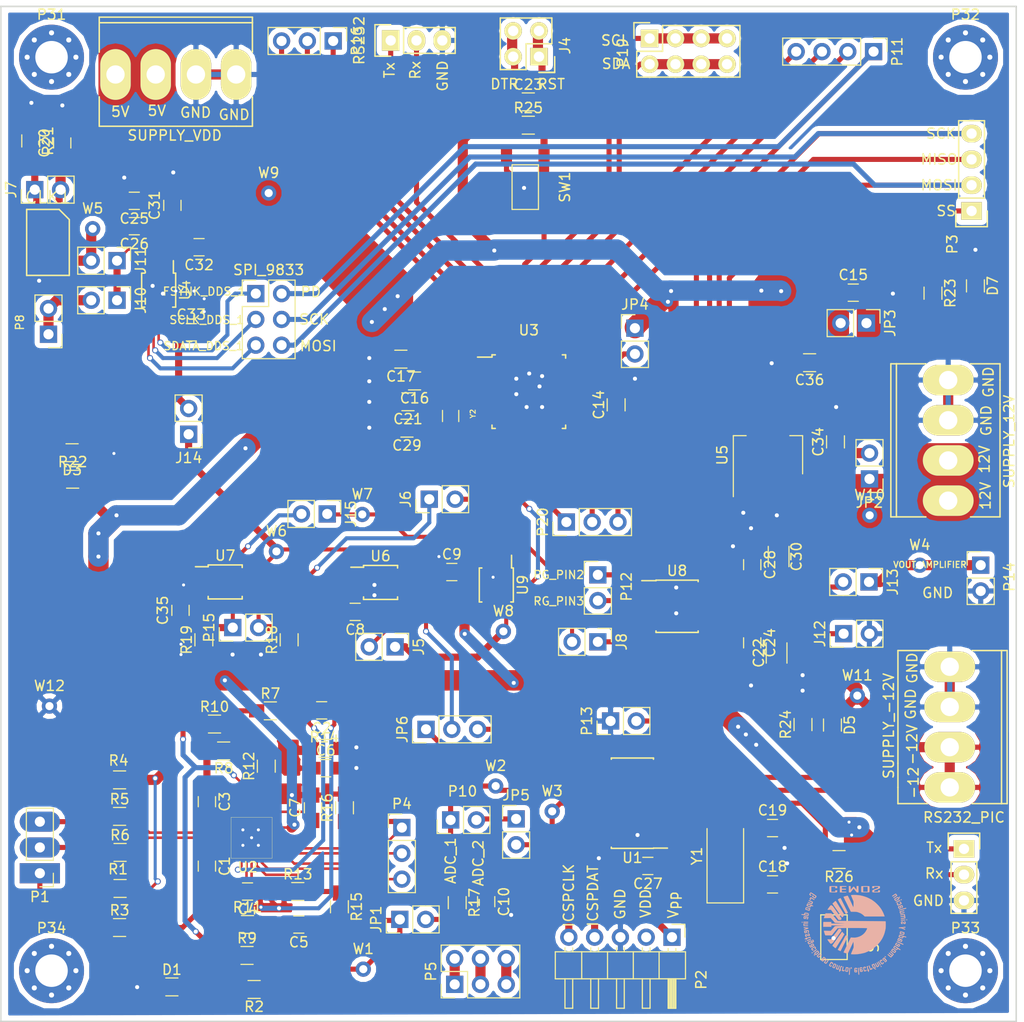
<source format=kicad_pcb>
(kicad_pcb (version 4) (host pcbnew 4.0.2-stable)
  (layers (0 F.Cu signal) (31 B.Cu signal) (34 B.Paste user) (35 F.Paste user) (36 B.SilkS user) (37 F.SilkS user) (38 B.Mask user) (39 F.Mask user) (44 Edge.Cuts user))
  (net 0 "")
  (net 1 /RLD)
  (net 2 /REFOUT)
  (net 3 /SW)
  (net 4 "Net-(C3-Pad1)")
  (net 5 /OPAMP+)
  (net 6 /OUT_ANALOG)
  (net 7 "Net-(C5-Pad2)")
  (net 8 /REFIN)
  (net 9 /GND)
  (net 10 /+12V)
  (net 11 /VDD)
  (net 12 /XTAL1)
  (net 13 /-12V)
  (net 14 /DTR)
  (net 15 /RESET)
  (net 16 "Net-(C25-Pad1)")
  (net 17 /XTAL2)
  (net 18 "Net-(C32-Pad2)")
  (net 19 "Net-(C33-Pad1)")
  (net 20 "Net-(C34-Pad1)")
  (net 21 "Net-(C36-Pad1)")
  (net 22 "Net-(CLK1-Pad1)")
  (net 23 /MCLK_DDS_1)
  (net 24 /Tx)
  (net 25 /Rx)
  (net 26 /SCL)
  (net 27 /SDA)
  (net 28 "Net-(J10-Pad1)")
  (net 29 "Net-(J10-Pad2)")
  (net 30 "Net-(J12-Pad1)")
  (net 31 /BASE_WAVE)
  (net 32 "Net-(J13-Pad2)")
  (net 33 "Net-(J15-Pad2)")
  (net 34 /SS)
  (net 35 /MOSI)
  (net 36 /MISO)
  (net 37 /SCK)
  (net 38 RA)
  (net 39 LA)
  (net 40 "Net-(R10-Pad2)")
  (net 41 /IAOUT)
  (net 42 "Net-(R13-Pad2)")
  (net 43 /SDN)
  (net 44 "Net-(JP1-Pad2)")
  (net 45 /MCLR/Vpp)
  (net 46 /ICSPCLK)
  (net 47 /ICSPDAT)
  (net 48 /RLDFB)
  (net 49 "Net-(C3-Pad2)")
  (net 50 /ADC_1)
  (net 51 /OSC1)
  (net 52 /OSC2)
  (net 53 /TX_PIC)
  (net 54 /RX_PIC)
  (net 55 /MODULATED_WAVE_2)
  (net 56 "Net-(J5-Pad2)")
  (net 57 /VOUT_AMPLIFIER)
  (net 58 /MODULATED_WAVE_1)
  (net 59 "Net-(JP4-Pad2)")
  (net 60 /OXIMETRO)
  (net 61 /ADC_2)
  (net 62 RL)
  (net 63 /LOD+)
  (net 64 /LOD-)
  (net 65 "Net-(P5-Pad1)")
  (net 66 "Net-(P5-Pad3)")
  (net 67 /SDATA_DDS_1)
  (net 68 /SCLK_DDS_1)
  (net 69 /FSYNK_DDS_1)
  (net 70 /RG_PIN2)
  (net 71 /RG_PIN3)
  (net 72 /MIN_SANGRADO)
  (net 73 /RC1_PIC)
  (net 74 /RC2_PIC)
  (net 75 /RC3_PIC)
  (net 76 /PC2)
  (net 77 /PC1)
  (net 78 /PC0)
  (net 79 /PD2)
  (net 80 /PD3)
  (net 81 /PD4)
  (net 82 "Net-(R5-Pad2)")
  (net 83 "Net-(R6-Pad2)")
  (net 84 /MUX_2_S1)
  (net 85 /MUX_1_S1)
  (net 86 "Net-(D1-Pad2)")
  (net 87 "Net-(D3-Pad2)")
  (net 88 "Net-(D5-Pad2)")
  (net 89 "Net-(D7-Pad2)")
  (net 90 /PWM)
  (net 91 /PWM_ATMEGA)
  (net 92 /MODULATED)
  (net 93 "Net-(J8-Pad2)")
  (net 94 "Net-(P5-Pad2)")
  (net 95 /SELECTOR)
  (net 96 /PC3)
  (net 97 /PB1)
  (net 98 /PB0)
  (net 99 /PD7)
  (module Capacitors_SMD:C_0805_HandSoldering (layer F.Cu) (at 94.5 122.7 270)
    (fp_text reference C1 (at 0 -1.75 270) (layer F.SilkS))
    (fp_text value 1nF)
    (pad 1 smd rect (at -1.25 0 270) (size 1.5 1.25) (layers F.Cu F.Paste F.Mask) (net 48 /RLDFB))
    (pad 2 smd rect (at 1.25 0 270) (size 1.5 1.25) (layers F.Cu F.Paste F.Mask) (net 1 /RLD))
  )
  (module Capacitors_SMD:C_0805_HandSoldering (layer F.Cu) (at 105.8 107.35 180)
    (fp_text reference C2 (at 0 -1.75 180) (layer F.SilkS))
    (fp_text value 0.33uF)
    (pad 1 smd rect (at -1.25 0 180) (size 1.5 1.25) (layers F.Cu F.Paste F.Mask) (net 2 /REFOUT))
    (pad 2 smd rect (at 1.25 0 180) (size 1.5 1.25) (layers F.Cu F.Paste F.Mask) (net 3 /SW))
  )
  (module Capacitors_SMD:C_0805_HandSoldering (layer F.Cu) (at 94.5 116.35 270)
    (fp_text reference C3 (at 0 -1.75 270) (layer F.SilkS))
    (fp_text value 0.33uF)
    (pad 1 smd rect (at -1.25 0 270) (size 1.5 1.25) (layers F.Cu F.Paste F.Mask) (net 4 "Net-(C3-Pad1)"))
    (pad 2 smd rect (at 1.25 0 270) (size 1.5 1.25) (layers F.Cu F.Paste F.Mask) (net 49 "Net-(C3-Pad2)"))
  )
  (module Capacitors_SMD:C_0805_HandSoldering (layer F.Cu) (at 98.5 125.2 180)
    (fp_text reference C4 (at 0 -1.75 180) (layer F.SilkS))
    (fp_text value 10nF)
    (pad 1 smd rect (at -1.25 0 180) (size 1.5 1.25) (layers F.Cu F.Paste F.Mask) (net 2 /REFOUT))
    (pad 2 smd rect (at 1.25 0 180) (size 1.5 1.25) (layers F.Cu F.Paste F.Mask) (net 5 /OPAMP+))
  )
  (module Capacitors_SMD:C_0805_HandSoldering (layer F.Cu) (at 103.55 128.45 180)
    (fp_text reference C5 (at 0 -1.75 180) (layer F.SilkS))
    (fp_text value 1.5nF)
    (pad 1 smd rect (at -1.25 0 180) (size 1.5 1.25) (layers F.Cu F.Paste F.Mask) (net 6 /OUT_ANALOG))
    (pad 2 smd rect (at 1.25 0 180) (size 1.5 1.25) (layers F.Cu F.Paste F.Mask) (net 7 "Net-(C5-Pad2)"))
  )
  (module Capacitors_SMD:C_0805_HandSoldering (layer F.Cu) (at 106.2 113.05)
    (fp_text reference C6 (at 0 -1.75) (layer F.SilkS))
    (fp_text value 0.1uF)
    (pad 1 smd rect (at -1.25 0) (size 1.5 1.25) (layers F.Cu F.Paste F.Mask) (net 8 /REFIN))
    (pad 2 smd rect (at 1.25 0) (size 1.5 1.25) (layers F.Cu F.Paste F.Mask) (net 9 /GND))
  )
  (module Capacitors_SMD:C_0805_HandSoldering (layer F.Cu) (at 104.95 116.95 90)
    (fp_text reference C7 (at 0 -1.75 90) (layer F.SilkS))
    (fp_text value 0.1uF)
    (pad 1 smd rect (at -1.25 0 90) (size 1.5 1.25) (layers F.Cu F.Paste F.Mask) (net 9 /GND))
    (pad 2 smd rect (at 1.25 0 90) (size 1.5 1.25) (layers F.Cu F.Paste F.Mask) (net 11 /VDD))
  )
  (module Capacitors_SMD:C_0805_HandSoldering (layer F.Cu) (at 109.1 97.65 180)
    (fp_text reference C8 (at 0 -1.75 180) (layer F.SilkS))
    (fp_text value 0.1uF)
    (pad 1 smd rect (at -1.25 0 180) (size 1.5 1.25) (layers F.Cu F.Paste F.Mask) (net 9 /GND))
    (pad 2 smd rect (at 1.25 0 180) (size 1.5 1.25) (layers F.Cu F.Paste F.Mask) (net 11 /VDD))
  )
  (module Capacitors_SMD:C_0805_HandSoldering (layer F.Cu) (at 122 126.2 270)
    (fp_text reference C10 (at 0 -1.75 270) (layer F.SilkS))
    (fp_text value 0.1uF)
    (pad 1 smd rect (at -1.25 0 270) (size 1.5 1.25) (layers F.Cu F.Paste F.Mask) (net 50 /ADC_1))
    (pad 2 smd rect (at 1.25 0 270) (size 1.5 1.25) (layers F.Cu F.Paste F.Mask) (net 9 /GND))
  )
  (module Resistors_SMD:R_0805_HandSoldering (layer F.Cu) (at 134.8 77.25 90)
    (fp_text reference C14 (at 0 -1.7 90) (layer F.SilkS))
    (fp_text value 0.1uF)
    (pad 1 smd rect (at -1.35 0 90) (size 1.5 1.3) (layers F.Cu F.Paste F.Mask) (net 11 /VDD))
    (pad 2 smd rect (at 1.35 0 90) (size 1.5 1.3) (layers F.Cu F.Paste F.Mask) (net 9 /GND))
  )
  (module Capacitors_SMD:C_0805_HandSoldering (layer F.Cu) (at 158.15 66.2)
    (fp_text reference C15 (at 0 -1.75) (layer F.SilkS))
    (fp_text value 10uF)
    (pad 1 smd rect (at -1.25 0) (size 1.5 1.25) (layers F.Cu F.Paste F.Mask) (net 11 /VDD))
    (pad 2 smd rect (at 1.25 0) (size 1.5 1.25) (layers F.Cu F.Paste F.Mask) (net 9 /GND))
  )
  (module Resistors_SMD:R_0805_HandSoldering (layer F.Cu) (at 114.95 74.9 180)
    (fp_text reference C16 (at 0 -1.7 180) (layer F.SilkS))
    (fp_text value 0.1uF)
    (pad 1 smd rect (at -1.35 0 180) (size 1.5 1.3) (layers F.Cu F.Paste F.Mask) (net 11 /VDD))
    (pad 2 smd rect (at 1.35 0 180) (size 1.5 1.3) (layers F.Cu F.Paste F.Mask) (net 9 /GND))
  )
  (module Resistors_SMD:R_0805_HandSoldering (layer F.Cu) (at 113.6 72.75 180)
    (fp_text reference C17 (at 0 -1.7 180) (layer F.SilkS))
    (fp_text value 0.1uF)
    (pad 1 smd rect (at -1.35 0 180) (size 1.5 1.3) (layers F.Cu F.Paste F.Mask) (net 11 /VDD))
    (pad 2 smd rect (at 1.35 0 180) (size 1.5 1.3) (layers F.Cu F.Paste F.Mask) (net 9 /GND))
  )
  (module Capacitors_SMD:C_0805_HandSoldering (layer F.Cu) (at 150.2 124.5)
    (fp_text reference C18 (at 0 -1.75) (layer F.SilkS))
    (fp_text value 22pF)
    (pad 1 smd rect (at -1.25 0) (size 1.5 1.25) (layers F.Cu F.Paste F.Mask) (net 51 /OSC1))
    (pad 2 smd rect (at 1.25 0) (size 1.5 1.25) (layers F.Cu F.Paste F.Mask) (net 9 /GND))
  )
  (module Capacitors_SMD:C_0805_HandSoldering (layer F.Cu) (at 150.2 118.95)
    (fp_text reference C19 (at 0 -1.75) (layer F.SilkS))
    (fp_text value 22pF)
    (pad 1 smd rect (at -1.25 0) (size 1.5 1.25) (layers F.Cu F.Paste F.Mask) (net 52 /OSC2))
    (pad 2 smd rect (at 1.25 0) (size 1.5 1.25) (layers F.Cu F.Paste F.Mask) (net 9 /GND))
  )
  (module Capacitors_SMD:C_0805_HandSoldering (layer F.Cu) (at 80.25 51.45 90)
    (fp_text reference C20 (at 0 -1.75 90) (layer F.SilkS))
    (fp_text value 0.1uF)
    (pad 1 smd rect (at -1.25 0 90) (size 1.5 1.25) (layers F.Cu F.Paste F.Mask) (net 11 /VDD))
    (pad 2 smd rect (at 1.25 0 90) (size 1.5 1.25) (layers F.Cu F.Paste F.Mask) (net 9 /GND))
  )
  (module Resistors_SMD:R_0805_HandSoldering (layer F.Cu) (at 114.3 76.95 180)
    (fp_text reference C21 (at 0 -1.7 180) (layer F.SilkS))
    (fp_text value 8pF)
    (pad 1 smd rect (at -1.35 0 180) (size 1.5 1.3) (layers F.Cu F.Paste F.Mask) (net 12 /XTAL1))
    (pad 2 smd rect (at 1.35 0 180) (size 1.5 1.3) (layers F.Cu F.Paste F.Mask) (net 9 /GND))
  )
  (module Capacitors_SMD:C_1206_HandSoldering (layer F.Cu) (at 150.6 101.7 90)
    (fp_text reference C22 (at 0 -1.75 90) (layer F.SilkS))
    (fp_text value 10uF)
    (pad 1 smd rect (at -2 0 90) (size 2 1.6) (layers F.Cu F.Paste F.Mask) (net 9 /GND))
    (pad 2 smd rect (at 2 0 90) (size 2 1.6) (layers F.Cu F.Paste F.Mask) (net 13 /-12V))
  )
  (module Resistors_SMD:R_0805_HandSoldering (layer F.Cu) (at 126.15 47.4)
    (fp_text reference C23 (at 0 -1.7) (layer F.SilkS))
    (fp_text value 0.1uF)
    (pad 1 smd rect (at -1.35 0) (size 1.5 1.3) (layers F.Cu F.Paste F.Mask) (net 14 /DTR))
    (pad 2 smd rect (at 1.35 0) (size 1.5 1.3) (layers F.Cu F.Paste F.Mask) (net 15 /RESET))
  )
  (module Capacitors_SMD:C_0805_HandSoldering (layer F.Cu) (at 148.2 100.7 270)
    (fp_text reference C24 (at 0 -1.75 270) (layer F.SilkS))
    (fp_text value 0.1uF)
    (pad 1 smd rect (at -1.25 0 270) (size 1.5 1.25) (layers F.Cu F.Paste F.Mask) (net 13 /-12V))
    (pad 2 smd rect (at 1.25 0 270) (size 1.5 1.25) (layers F.Cu F.Paste F.Mask) (net 9 /GND))
  )
  (module Capacitors_SMD:C_0805_HandSoldering (layer F.Cu) (at 87.35 57.15 180)
    (fp_text reference C25 (at 0 -1.75 180) (layer F.SilkS))
    (fp_text value 10uF)
    (pad 1 smd rect (at -1.25 0 180) (size 1.5 1.25) (layers F.Cu F.Paste F.Mask) (net 16 "Net-(C25-Pad1)"))
    (pad 2 smd rect (at 1.25 0 180) (size 1.5 1.25) (layers F.Cu F.Paste F.Mask) (net 9 /GND))
  )
  (module Capacitors_SMD:C_0805_HandSoldering (layer F.Cu) (at 87.35 59.65 180)
    (fp_text reference C26 (at 0 -1.75 180) (layer F.SilkS))
    (fp_text value 0.1uF)
    (pad 1 smd rect (at -1.25 0 180) (size 1.5 1.25) (layers F.Cu F.Paste F.Mask) (net 16 "Net-(C25-Pad1)"))
    (pad 2 smd rect (at 1.25 0 180) (size 1.5 1.25) (layers F.Cu F.Paste F.Mask) (net 9 /GND))
  )
  (module Capacitors_SMD:C_0805_HandSoldering (layer F.Cu) (at 137.922 122.682 180)
    (fp_text reference C27 (at 0 -1.75 180) (layer F.SilkS))
    (fp_text value 0.1uF)
    (pad 1 smd rect (at -1.25 0 180) (size 1.5 1.25) (layers F.Cu F.Paste F.Mask) (net 11 /VDD))
    (pad 2 smd rect (at 1.25 0 180) (size 1.5 1.25) (layers F.Cu F.Paste F.Mask) (net 9 /GND))
  )
  (module Capacitors_SMD:C_0805_HandSoldering (layer F.Cu) (at 148.2 93 270)
    (fp_text reference C28 (at 0 -1.75 270) (layer F.SilkS))
    (fp_text value 0.1uF)
    (pad 1 smd rect (at -1.25 0 270) (size 1.5 1.25) (layers F.Cu F.Paste F.Mask) (net 9 /GND))
    (pad 2 smd rect (at 1.25 0 270) (size 1.5 1.25) (layers F.Cu F.Paste F.Mask) (net 10 /+12V))
  )
  (module Resistors_SMD:R_0805_HandSoldering (layer F.Cu) (at 114.2 79.55 180)
    (fp_text reference C29 (at 0 -1.7 180) (layer F.SilkS))
    (fp_text value 8pF)
    (pad 1 smd rect (at -1.35 0 180) (size 1.5 1.3) (layers F.Cu F.Paste F.Mask) (net 17 /XTAL2))
    (pad 2 smd rect (at 1.35 0 180) (size 1.5 1.3) (layers F.Cu F.Paste F.Mask) (net 9 /GND))
  )
  (module Capacitors_SMD:C_1206_HandSoldering (layer F.Cu) (at 150.8 92.2 270)
    (fp_text reference C30 (at 0 -1.75 270) (layer F.SilkS))
    (fp_text value 10uF)
    (pad 1 smd rect (at -2 0 270) (size 2 1.6) (layers F.Cu F.Paste F.Mask) (net 9 /GND))
    (pad 2 smd rect (at 2 0 270) (size 2 1.6) (layers F.Cu F.Paste F.Mask) (net 10 /+12V))
  )
  (module Capacitors_SMD:C_0805_HandSoldering (layer F.Cu) (at 91.1 57.6 90)
    (fp_text reference C31 (at 0 -1.75 90) (layer F.SilkS))
    (fp_text value 0.1uF)
    (pad 1 smd rect (at -1.25 0 90) (size 1.5 1.25) (layers F.Cu F.Paste F.Mask) (net 11 /VDD))
    (pad 2 smd rect (at 1.25 0 90) (size 1.5 1.25) (layers F.Cu F.Paste F.Mask) (net 9 /GND))
  )
  (module Capacitors_SMD:C_0805_HandSoldering (layer F.Cu) (at 93.726 61.722 180)
    (fp_text reference C32 (at 0 -1.75 180) (layer F.SilkS))
    (fp_text value 0.01uF)
    (pad 1 smd rect (at -1.25 0 180) (size 1.5 1.25) (layers F.Cu F.Paste F.Mask) (net 11 /VDD))
    (pad 2 smd rect (at 1.25 0 180) (size 1.5 1.25) (layers F.Cu F.Paste F.Mask) (net 18 "Net-(C32-Pad2)"))
  )
  (module Capacitors_SMD:C_0805_HandSoldering (layer F.Cu) (at 92.964 70.104)
    (fp_text reference C33 (at 0 -1.75) (layer F.SilkS))
    (fp_text value 20pF)
    (pad 1 smd rect (at -1.25 0) (size 1.5 1.25) (layers F.Cu F.Paste F.Mask) (net 19 "Net-(C33-Pad1)"))
    (pad 2 smd rect (at 1.25 0) (size 1.5 1.25) (layers F.Cu F.Paste F.Mask) (net 9 /GND))
  )
  (module Resistors_SMD:R_0805_HandSoldering (layer F.Cu) (at 156.4 80.9 90)
    (fp_text reference C34 (at 0 -1.7 90) (layer F.SilkS))
    (fp_text value 0.1uF)
    (pad 1 smd rect (at -1.35 0 90) (size 1.5 1.3) (layers F.Cu F.Paste F.Mask) (net 20 "Net-(C34-Pad1)"))
    (pad 2 smd rect (at 1.35 0 90) (size 1.5 1.3) (layers F.Cu F.Paste F.Mask) (net 9 /GND))
  )
  (module Capacitors_SMD:C_0805_HandSoldering (layer F.Cu) (at 91.9 97.5 90)
    (fp_text reference C35 (at 0 -1.75 90) (layer F.SilkS))
    (fp_text value 0.1uF)
    (pad 1 smd rect (at -1.25 0 90) (size 1.5 1.25) (layers F.Cu F.Paste F.Mask) (net 9 /GND))
    (pad 2 smd rect (at 1.25 0 90) (size 1.5 1.25) (layers F.Cu F.Paste F.Mask) (net 11 /VDD))
  )
  (module Resistors_SMD:R_0805_HandSoldering (layer F.Cu) (at 153.85 73.1 180)
    (fp_text reference C36 (at 0 -1.7 180) (layer F.SilkS))
    (fp_text value 10uF)
    (pad 1 smd rect (at -1.35 0 180) (size 1.5 1.3) (layers F.Cu F.Paste F.Mask) (net 21 "Net-(C36-Pad1)"))
    (pad 2 smd rect (at 1.35 0 180) (size 1.5 1.3) (layers F.Cu F.Paste F.Mask) (net 9 /GND))
  )
  (module Foot_Prints_PCB_OSCILLATOR:KC5032A_Foot_Print (layer F.Cu) (at 78.85 61.25 270)
    (fp_text reference CLK1 (at -4.45 0 360) (layer F.SilkS) (effects (font (size 1.2 1.2))))
    (fp_text value KC5032A)
    (pad 4 smd rect (at -1.25 -1.1 270) (size 1.6 1.4) (layers F.Cu F.Paste F.Mask) (net 11 /VDD))
    (pad 1 smd rect (at -1.25 1.1 270) (size 1.6 1.4) (layers F.Cu F.Paste F.Mask) (net 22 "Net-(CLK1-Pad1)"))
    (pad 3 smd rect (at 1.25 -1.1 270) (size 1.6 1.4) (layers F.Cu F.Paste F.Mask) (net 23 /MCLK_DDS_1))
    (pad 2 smd rect (at 1.25 1.1 270) (size 1.6 1.4) (layers F.Cu F.Paste F.Mask) (net 9 /GND))
  )
  (module Resistors_SMD:R_0805_HandSoldering (layer F.Cu) (at 81.224 81.968 180)
    (fp_text reference D3 (at 0 -1.7 180) (layer F.SilkS))
    (fp_text value 5V)
    (pad 1 smd rect (at -1.35 0 180) (size 1.5 1.3) (layers F.Cu F.Paste F.Mask) (net 9 /GND))
    (pad 2 smd rect (at 1.35 0 180) (size 1.5 1.3) (layers F.Cu F.Paste F.Mask) (net 87 "Net-(D3-Pad2)"))
  )
  (module Resistors_SMD:R_0805_HandSoldering (layer F.Cu) (at 156.1 108.8 270)
    (fp_text reference D5 (at 0 -1.7 270) (layer F.SilkS))
    (fp_text value Led_0805)
    (pad 1 smd rect (at -1.35 0 270) (size 1.5 1.3) (layers F.Cu F.Paste F.Mask) (net 13 /-12V))
    (pad 2 smd rect (at 1.35 0 270) (size 1.5 1.3) (layers F.Cu F.Paste F.Mask) (net 88 "Net-(D5-Pad2)"))
  )
  (module Resistors_SMD:R_0805_HandSoldering (layer F.Cu) (at 170.18 65.532 270)
    (fp_text reference D7 (at 0 -1.7 270) (layer F.SilkS))
    (fp_text value Led_0805)
    (pad 1 smd rect (at -1.35 0 270) (size 1.5 1.3) (layers F.Cu F.Paste F.Mask) (net 9 /GND))
    (pad 2 smd rect (at 1.35 0 270) (size 1.5 1.3) (layers F.Cu F.Paste F.Mask) (net 89 "Net-(D7-Pad2)"))
  )
  (module Foot_Prints_Manager_Outputs:RESET_CONNECTOR (layer F.Cu) (at 127.2 42.95 180)
    (fp_text reference J4 (at -2.57048 1.08712 270) (layer F.SilkS))
    (fp_text value RESET)
    (fp_text user RST (at -1.2 -2.7 360) (layer F.SilkS))
    (fp_text user DTR (at 3.4 -2.7 360) (layer F.SilkS))
    (pad 1 thru_hole rect (at 0 0 180) (size 1.7272 1.7272) (drill 1.016) (layers *.Cu *.Mask F.SilkS) (net 15 /RESET))
    (pad 1 thru_hole oval (at 0 2.54 180) (size 1.7272 1.7272) (drill 1.016) (layers *.Cu *.Mask F.SilkS) (net 15 /RESET))
    (pad 2 thru_hole oval (at 2.54 0 180) (size 1.7272 1.7272) (drill 1.016) (layers *.Cu *.Mask F.SilkS) (net 14 /DTR))
    (pad 2 thru_hole oval (at 2.54 2.54 180) (size 1.7272 1.7272) (drill 1.016) (layers *.Cu *.Mask F.SilkS) (net 14 /DTR))
  )
  (module Pin_Headers:Pin_Header_Straight_1x02_Pitch2.54mm (layer F.Cu) (at 113.5 127.95 90)
    (fp_text reference JP1 (at 0 -2.33 90) (layer F.SilkS))
    (fp_text value PASO_A/D)
    (pad 1 thru_hole rect (at 0 0 90) (size 1.7 1.7) (drill 1) (layers *.Cu *.Mask) (net 6 /OUT_ANALOG))
    (pad 2 thru_hole oval (at 0 2.54 90) (size 1.7 1.7) (drill 1) (layers *.Cu *.Mask) (net 44 "Net-(JP1-Pad2)"))
  )
  (module Foot_Prints_Manager_Outputs:SPI_CONNECTOR (layer F.Cu) (at 169.8 58.15 90)
    (fp_text reference P3 (at -3.2766 -1.89992 90) (layer F.SilkS))
    (fp_text value SPI_MICRO)
    (fp_text user SS (at 0 -2.5 180) (layer F.SilkS))
    (fp_text user MOSI (at 2.54 -3.2 180) (layer F.SilkS))
    (fp_text user MISO (at 5.08 -3.2 180) (layer F.SilkS))
    (fp_text user SCK (at 7.62 -3 180) (layer F.SilkS))
    (pad 1 thru_hole rect (at 0 0 90) (size 1.7272 2.032) (drill 1.016) (layers *.Cu *.Mask F.SilkS) (net 34 /SS))
    (pad 2 thru_hole oval (at 2.54 0 90) (size 1.7272 2.032) (drill 1.016) (layers *.Cu *.Mask F.SilkS) (net 35 /MOSI))
    (pad 3 thru_hole oval (at 5.08 0 90) (size 1.7272 2.032) (drill 1.016) (layers *.Cu *.Mask F.SilkS) (net 36 /MISO))
    (pad 4 thru_hole oval (at 7.62 0 90) (size 1.7272 2.032) (drill 1.016) (layers *.Cu *.Mask F.SilkS) (net 37 /SCK))
  )
  (module Pin_Headers:Pin_Header_Straight_1x03_Pitch2.54mm (layer F.Cu) (at 113.7 118.9)
    (fp_text reference P4 (at 0 -2.33) (layer F.SilkS))
    (fp_text value AD8232_CONTROL)
    (pad 1 thru_hole rect (at 0 0) (size 1.7 1.7) (drill 1) (layers *.Cu *.Mask) (net 43 /SDN))
    (pad 2 thru_hole oval (at 0 2.54) (size 1.7 1.7) (drill 1) (layers *.Cu *.Mask) (net 63 /LOD+))
    (pad 3 thru_hole oval (at 0 5.08) (size 1.7 1.7) (drill 1) (layers *.Cu *.Mask) (net 64 /LOD-))
  )
  (module Resistors_SMD:R_0805_HandSoldering (layer F.Cu) (at 85.95 124.9 180)
    (fp_text reference R1 (at 0.2 1.9 180) (layer F.SilkS))
    (fp_text value 10M)
    (pad 1 smd rect (at -1.35 0 180) (size 1.5 1.3) (layers F.Cu F.Paste F.Mask) (net 11 /VDD))
    (pad 2 smd rect (at 1.35 0 180) (size 1.5 1.3) (layers F.Cu F.Paste F.Mask) (net 38 RA))
  )
  (module Resistors_SMD:R_0805_HandSoldering (layer F.Cu) (at 99.15 134.85 180)
    (fp_text reference R2 (at 0 -1.7 180) (layer F.SilkS))
    (fp_text value 1K)
    (pad 1 smd rect (at -1.35 0 180) (size 1.5 1.3) (layers F.Cu F.Paste F.Mask) (net 6 /OUT_ANALOG))
    (pad 2 smd rect (at 1.35 0 180) (size 1.5 1.3) (layers F.Cu F.Paste F.Mask) (net 86 "Net-(D1-Pad2)"))
  )
  (module Resistors_SMD:R_0805_HandSoldering (layer F.Cu) (at 85.9 128.75)
    (fp_text reference R3 (at 0 -1.7) (layer F.SilkS))
    (fp_text value 360K)
    (pad 1 smd rect (at -1.35 0) (size 1.5 1.3) (layers F.Cu F.Paste F.Mask) (net 62 RL))
    (pad 2 smd rect (at 1.35 0) (size 1.5 1.3) (layers F.Cu F.Paste F.Mask) (net 1 /RLD))
  )
  (module Resistors_SMD:R_0805_HandSoldering (layer F.Cu) (at 85.9 114.2 180)
    (fp_text reference R4 (at 0.1 1.9 180) (layer F.SilkS))
    (fp_text value 10M)
    (pad 1 smd rect (at -1.35 0 180) (size 1.5 1.3) (layers F.Cu F.Paste F.Mask) (net 11 /VDD))
    (pad 2 smd rect (at 1.35 0 180) (size 1.5 1.3) (layers F.Cu F.Paste F.Mask) (net 39 LA))
  )
  (module Resistors_SMD:R_0805_HandSoldering (layer F.Cu) (at 85.9 117.8)
    (fp_text reference R5 (at 0 -1.7) (layer F.SilkS))
    (fp_text value 180K)
    (pad 1 smd rect (at -1.35 0) (size 1.5 1.3) (layers F.Cu F.Paste F.Mask) (net 39 LA))
    (pad 2 smd rect (at 1.35 0) (size 1.5 1.3) (layers F.Cu F.Paste F.Mask) (net 82 "Net-(R5-Pad2)"))
  )
  (module Resistors_SMD:R_0805_HandSoldering (layer F.Cu) (at 85.95 121.35)
    (fp_text reference R6 (at 0 -1.7) (layer F.SilkS))
    (fp_text value 180K)
    (pad 1 smd rect (at -1.35 0) (size 1.5 1.3) (layers F.Cu F.Paste F.Mask) (net 38 RA))
    (pad 2 smd rect (at 1.35 0) (size 1.5 1.3) (layers F.Cu F.Paste F.Mask) (net 83 "Net-(R6-Pad2)"))
  )
  (module Resistors_SMD:R_0805_HandSoldering (layer F.Cu) (at 100.75 107.4)
    (fp_text reference R7 (at 0 -1.7) (layer F.SilkS))
    (fp_text value 1.4M)
    (pad 1 smd rect (at -1.35 0) (size 1.5 1.3) (layers F.Cu F.Paste F.Mask) (net 40 "Net-(R10-Pad2)"))
    (pad 2 smd rect (at 1.35 0) (size 1.5 1.3) (layers F.Cu F.Paste F.Mask) (net 3 /SW))
  )
  (module Resistors_SMD:R_0805_HandSoldering (layer F.Cu) (at 96.15 111.35 180)
    (fp_text reference R8 (at 0 -1.7 180) (layer F.SilkS))
    (fp_text value 10M)
    (pad 1 smd rect (at -1.35 0 180) (size 1.5 1.3) (layers F.Cu F.Paste F.Mask) (net 40 "Net-(R10-Pad2)"))
    (pad 2 smd rect (at 1.35 0 180) (size 1.5 1.3) (layers F.Cu F.Paste F.Mask) (net 4 "Net-(C3-Pad1)"))
  )
  (module Resistors_SMD:R_0805_HandSoldering (layer F.Cu) (at 98.45 131.5)
    (fp_text reference R9 (at 0 -1.7) (layer F.SilkS))
    (fp_text value 1M)
    (pad 1 smd rect (at -1.35 0) (size 1.5 1.3) (layers F.Cu F.Paste F.Mask) (net 41 /IAOUT))
    (pad 2 smd rect (at 1.35 0) (size 1.5 1.3) (layers F.Cu F.Paste F.Mask) (net 7 "Net-(C5-Pad2)"))
  )
  (module Resistors_SMD:R_0805_HandSoldering (layer F.Cu) (at 95.25 108.7)
    (fp_text reference R10 (at 0 -1.7) (layer F.SilkS))
    (fp_text value 10M)
    (pad 1 smd rect (at -1.35 0) (size 1.5 1.3) (layers F.Cu F.Paste F.Mask) (net 41 /IAOUT))
    (pad 2 smd rect (at 1.35 0) (size 1.5 1.3) (layers F.Cu F.Paste F.Mask) (net 40 "Net-(R10-Pad2)"))
  )
  (module Resistors_SMD:R_0805_HandSoldering (layer F.Cu) (at 98.5 128.45)
    (fp_text reference R11 (at 0 -1.7) (layer F.SilkS))
    (fp_text value 1M)
    (pad 1 smd rect (at -1.35 0) (size 1.5 1.3) (layers F.Cu F.Paste F.Mask) (net 5 /OPAMP+))
    (pad 2 smd rect (at 1.35 0) (size 1.5 1.3) (layers F.Cu F.Paste F.Mask) (net 7 "Net-(C5-Pad2)"))
  )
  (module Resistors_SMD:R_0805_HandSoldering (layer F.Cu) (at 100.35 112.85 90)
    (fp_text reference R12 (at 0 -1.7 90) (layer F.SilkS))
    (fp_text value 10M)
    (pad 1 smd rect (at -1.35 0 90) (size 1.5 1.3) (layers F.Cu F.Paste F.Mask) (net 11 /VDD))
    (pad 2 smd rect (at 1.35 0 90) (size 1.5 1.3) (layers F.Cu F.Paste F.Mask) (net 8 /REFIN))
  )
  (module Resistors_SMD:R_0805_HandSoldering (layer F.Cu) (at 103.45 125.2)
    (fp_text reference R13 (at 0 -1.7) (layer F.SilkS))
    (fp_text value 100K)
    (pad 1 smd rect (at -1.35 0) (size 1.5 1.3) (layers F.Cu F.Paste F.Mask) (net 2 /REFOUT))
    (pad 2 smd rect (at 1.35 0) (size 1.5 1.3) (layers F.Cu F.Paste F.Mask) (net 42 "Net-(R13-Pad2)"))
  )
  (module Resistors_SMD:R_0805_HandSoldering (layer F.Cu) (at 106.15 111.1)
    (fp_text reference R14 (at -0.1 -1.1) (layer F.SilkS))
    (fp_text value 10M)
    (pad 1 smd rect (at -1.35 0) (size 1.5 1.3) (layers F.Cu F.Paste F.Mask) (net 8 /REFIN))
    (pad 2 smd rect (at 1.35 0) (size 1.5 1.3) (layers F.Cu F.Paste F.Mask) (net 9 /GND))
  )
  (module Resistors_SMD:R_0805_HandSoldering (layer F.Cu) (at 107.55 126.7 270)
    (fp_text reference R15 (at 0 -1.7 270) (layer F.SilkS))
    (fp_text value 1M)
    (pad 1 smd rect (at -1.35 0 270) (size 1.5 1.3) (layers F.Cu F.Paste F.Mask) (net 42 "Net-(R13-Pad2)"))
    (pad 2 smd rect (at 1.35 0 270) (size 1.5 1.3) (layers F.Cu F.Paste F.Mask) (net 6 /OUT_ANALOG))
  )
  (module Resistors_SMD:R_0805_HandSoldering (layer F.Cu) (at 108.05 116.95 90)
    (fp_text reference R16 (at 0 -1.7 90) (layer F.SilkS))
    (fp_text value 10K)
    (pad 1 smd rect (at -1.35 0 90) (size 1.5 1.3) (layers F.Cu F.Paste F.Mask) (net 43 /SDN))
    (pad 2 smd rect (at 1.35 0 90) (size 1.5 1.3) (layers F.Cu F.Paste F.Mask) (net 11 /VDD))
  )
  (module Resistors_SMD:R_0805_HandSoldering (layer F.Cu) (at 119.15 126.3 270)
    (fp_text reference R17 (at 0 -1.7 270) (layer F.SilkS))
    (fp_text value 20K)
    (pad 1 smd rect (at -1.35 0 270) (size 1.5 1.3) (layers F.Cu F.Paste F.Mask) (net 50 /ADC_1))
    (pad 2 smd rect (at 1.35 0 270) (size 1.5 1.3) (layers F.Cu F.Paste F.Mask) (net 44 "Net-(JP1-Pad2)"))
  )
  (module Resistors_SMD:R_0805_HandSoldering (layer F.Cu) (at 102.6 100.4 90)
    (fp_text reference R18 (at 0 -1.7 90) (layer F.SilkS))
    (fp_text value 10K)
    (pad 1 smd rect (at -1.35 0 90) (size 1.5 1.3) (layers F.Cu F.Paste F.Mask) (net 9 /GND))
    (pad 2 smd rect (at 1.35 0 90) (size 1.5 1.3) (layers F.Cu F.Paste F.Mask) (net 84 /MUX_2_S1))
  )
  (module Resistors_SMD:R_0805_HandSoldering (layer F.Cu) (at 94.2 100.4 90)
    (fp_text reference R19 (at 0 -1.7 90) (layer F.SilkS))
    (fp_text value 10K)
    (pad 1 smd rect (at -1.35 0 90) (size 1.5 1.3) (layers F.Cu F.Paste F.Mask) (net 9 /GND))
    (pad 2 smd rect (at 1.35 0 90) (size 1.5 1.3) (layers F.Cu F.Paste F.Mask) (net 85 /MUX_1_S1))
  )
  (module Resistors_SMD:R_0805_HandSoldering (layer F.Cu) (at 77.15 51.25 270)
    (fp_text reference R21 (at 0 -1.7 270) (layer F.SilkS))
    (fp_text value 10K)
    (pad 1 smd rect (at -1.35 0 270) (size 1.5 1.3) (layers F.Cu F.Paste F.Mask) (net 9 /GND))
    (pad 2 smd rect (at 1.35 0 270) (size 1.5 1.3) (layers F.Cu F.Paste F.Mask) (net 22 "Net-(CLK1-Pad1)"))
  )
  (module Resistors_SMD:R_0805_HandSoldering (layer F.Cu) (at 81.28 84.582)
    (fp_text reference R22 (at 0 -1.7) (layer F.SilkS))
    (fp_text value 1K)
    (pad 1 smd rect (at -1.35 0) (size 1.5 1.3) (layers F.Cu F.Paste F.Mask) (net 87 "Net-(D3-Pad2)"))
    (pad 2 smd rect (at 1.35 0) (size 1.5 1.3) (layers F.Cu F.Paste F.Mask) (net 11 /VDD))
  )
  (module Resistors_SMD:R_0805_HandSoldering (layer F.Cu) (at 166 66.25 270)
    (fp_text reference R23 (at 0 -1.7 270) (layer F.SilkS))
    (fp_text value 1K)
    (pad 1 smd rect (at -1.35 0 270) (size 1.5 1.3) (layers F.Cu F.Paste F.Mask) (net 89 "Net-(D7-Pad2)"))
    (pad 2 smd rect (at 1.35 0 270) (size 1.5 1.3) (layers F.Cu F.Paste F.Mask) (net 10 /+12V))
  )
  (module Resistors_SMD:R_0805_HandSoldering (layer F.Cu) (at 153.2 108.75 90)
    (fp_text reference R24 (at 0 -1.7 90) (layer F.SilkS))
    (fp_text value 1K)
    (pad 1 smd rect (at -1.35 0 90) (size 1.5 1.3) (layers F.Cu F.Paste F.Mask) (net 88 "Net-(D5-Pad2)"))
    (pad 2 smd rect (at 1.35 0 90) (size 1.5 1.3) (layers F.Cu F.Paste F.Mask) (net 9 /GND))
  )
  (module Resistors_SMD:R_0805_HandSoldering (layer F.Cu) (at 126.15 49.7)
    (fp_text reference R25 (at 0 -1.7) (layer F.SilkS))
    (fp_text value 10K)
    (pad 1 smd rect (at -1.35 0) (size 1.5 1.3) (layers F.Cu F.Paste F.Mask) (net 11 /VDD))
    (pad 2 smd rect (at 1.35 0) (size 1.5 1.3) (layers F.Cu F.Paste F.Mask) (net 15 /RESET))
  )
  (module Resistors_SMD:R_0805_HandSoldering (layer F.Cu) (at 156.75 122.05 180)
    (fp_text reference R26 (at 0 -1.7 180) (layer F.SilkS))
    (fp_text value 10K)
    (pad 1 smd rect (at -1.35 0 180) (size 1.5 1.3) (layers F.Cu F.Paste F.Mask) (net 11 /VDD))
    (pad 2 smd rect (at 1.35 0 180) (size 1.5 1.3) (layers F.Cu F.Paste F.Mask) (net 45 /MCLR/Vpp))
  )
  (module Huellas:KPT_1187B (layer F.Cu) (at 125.85 55.8 270)
    (fp_text reference SW1 (at 0 -3.9 270) (layer F.SilkS))
    (fp_text value SW_Push)
    (pad 1 smd rect (at 3.1 -1.85 270) (size 1.8 1.1) (layers F.Cu F.Paste F.Mask) (net 15 /RESET))
    (pad 1 smd rect (at -3.1 -1.85 270) (size 1.8 1.1) (layers F.Cu F.Paste F.Mask) (net 15 /RESET))
    (pad 2 smd rect (at -3.1 1.85 270) (size 1.8 1.1) (layers F.Cu F.Paste F.Mask) (net 9 /GND))
    (pad 2 smd rect (at 3.1 1.85 270) (size 1.8 1.1) (layers F.Cu F.Paste F.Mask) (net 9 /GND))
  )
  (module Huellas:KPT_1187B (layer F.Cu) (at 156.25 129.7 270)
    (fp_text reference SW2 (at 0 -3.9 270) (layer F.SilkS))
    (fp_text value RESET_PIC)
    (pad 1 smd rect (at 3.1 -1.85 270) (size 1.8 1.1) (layers F.Cu F.Paste F.Mask) (net 9 /GND))
    (pad 1 smd rect (at -3.1 -1.85 270) (size 1.8 1.1) (layers F.Cu F.Paste F.Mask) (net 9 /GND))
    (pad 2 smd rect (at -3.1 1.85 270) (size 1.8 1.1) (layers F.Cu F.Paste F.Mask) (net 45 /MCLR/Vpp))
    (pad 2 smd rect (at 3.1 1.85 270) (size 1.8 1.1) (layers F.Cu F.Paste F.Mask) (net 45 /MCLR/Vpp))
  )
  (module Housings_SSOP:MSOP-10_3x3mm_Pitch0.5mm (layer F.Cu) (at 89.75 65.95 270)
    (fp_text reference U4 (at 0 -2.6 270) (layer F.SilkS))
    (fp_text value AD9833)
    (pad 1 smd rect (at -2.2 -1 270) (size 1.4 0.3) (layers F.Cu F.Paste F.Mask) (net 18 "Net-(C32-Pad2)"))
    (pad 2 smd rect (at -2.2 -0.5 270) (size 1.4 0.3) (layers F.Cu F.Paste F.Mask) (net 11 /VDD))
    (pad 3 smd rect (at -2.2 0 270) (size 1.4 0.3) (layers F.Cu F.Paste F.Mask) (net 16 "Net-(C25-Pad1)"))
    (pad 4 smd rect (at -2.2 0.5 270) (size 1.4 0.3) (layers F.Cu F.Paste F.Mask) (net 9 /GND))
    (pad 5 smd rect (at -2.2 1 270) (size 1.4 0.3) (layers F.Cu F.Paste F.Mask) (net 28 "Net-(J10-Pad1)"))
    (pad 6 smd rect (at 2.2 1 270) (size 1.4 0.3) (layers F.Cu F.Paste F.Mask) (net 67 /SDATA_DDS_1))
    (pad 7 smd rect (at 2.2 0.5 270) (size 1.4 0.3) (layers F.Cu F.Paste F.Mask) (net 68 /SCLK_DDS_1))
    (pad 8 smd rect (at 2.2 0 270) (size 1.4 0.3) (layers F.Cu F.Paste F.Mask) (net 69 /FSYNK_DDS_1))
    (pad 9 smd rect (at 2.2 -0.5 270) (size 1.4 0.3) (layers F.Cu F.Paste F.Mask) (net 9 /GND))
    (pad 10 smd rect (at 2.2 -1 270) (size 1.4 0.3) (layers F.Cu F.Paste F.Mask) (net 19 "Net-(C33-Pad1)"))
  )
  (module Crystals:Crystal_SMD_Abracon_ABM3-2pin_5.0x3.2mm_HandSoldering (layer F.Cu) (at 145.55 121.7 90)
    (fp_text reference Y1 (at 0 -2.8 90) (layer F.SilkS))
    (fp_text value Crystal_8MHz)
    (pad 1 smd rect (at -2.7625 0 90) (size 3.325 2.4) (layers F.Cu F.Paste F.Mask) (net 51 /OSC1))
    (pad 2 smd rect (at 2.7625 0 90) (size 3.325 2.4) (layers F.Cu F.Paste F.Mask) (net 52 /OSC2))
  )
  (module Huellas:Crystal_SMD_XRCHA_Murata_Serie_W2,5mm_L2,0mm (layer F.Cu) (at 118.5 78.35 270)
    (fp_text reference Y2 (at -0.22098 -2.19456 270) (layer F.SilkS) (effects (font (size 0.5 0.5) (thickness 0.1))))
    (fp_text value XRCHA_16M)
    (pad 1 smd rect (at -0.8 0 270) (size 1.2 2.3) (layers F.Cu F.Paste F.Mask) (net 12 /XTAL1))
    (pad 2 smd rect (at 0.8 0 270) (size 1.2 2.3) (layers F.Cu F.Paste F.Mask) (net 17 /XTAL2))
  )
  (module Pin_Headers:Pin_Header_Straight_1x02_Pitch2.54mm (layer F.Cu) (at 77.55 56.05 90)
    (fp_text reference J7 (at 0 -2.33 90) (layer F.SilkS))
    (fp_text value Jumper)
    (pad 1 thru_hole rect (at 0 0 90) (size 1.7 1.7) (drill 1) (layers *.Cu *.Mask) (net 22 "Net-(CLK1-Pad1)"))
    (pad 2 thru_hole oval (at 0 2.54 90) (size 1.7 1.7) (drill 1) (layers *.Cu *.Mask) (net 11 /VDD))
  )
  (module Pin_Headers:Pin_Header_Straight_1x02_Pitch2.54mm (layer F.Cu) (at 85.65 66.95 270)
    (fp_text reference J10 (at 0 -2.33 270) (layer F.SilkS))
    (fp_text value Jumper)
    (pad 1 thru_hole rect (at 0 0 270) (size 1.7 1.7) (drill 1) (layers *.Cu *.Mask) (net 28 "Net-(J10-Pad1)"))
    (pad 2 thru_hole oval (at 0 2.54 270) (size 1.7 1.7) (drill 1) (layers *.Cu *.Mask) (net 29 "Net-(J10-Pad2)"))
  )
  (module Pin_Headers:Pin_Header_Straight_1x02_Pitch2.54mm (layer F.Cu) (at 85.65 63.05 270)
    (fp_text reference J11 (at 0 -2.33 270) (layer F.SilkS))
    (fp_text value Jumper)
    (pad 1 thru_hole rect (at 0 0 270) (size 1.7 1.7) (drill 1) (layers *.Cu *.Mask) (net 28 "Net-(J10-Pad1)"))
    (pad 2 thru_hole oval (at 0 2.54 270) (size 1.7 1.7) (drill 1) (layers *.Cu *.Mask) (net 23 /MCLK_DDS_1))
  )
  (module Pin_Headers:Pin_Header_Straight_1x02_Pitch2.54mm (layer F.Cu) (at 157.2 99.8 90)
    (fp_text reference J12 (at 0 -2.33 90) (layer F.SilkS))
    (fp_text value Jumper)
    (pad 1 thru_hole rect (at 0 0 90) (size 1.7 1.7) (drill 1) (layers *.Cu *.Mask) (net 30 "Net-(J12-Pad1)"))
    (pad 2 thru_hole oval (at 0 2.54 90) (size 1.7 1.7) (drill 1) (layers *.Cu *.Mask) (net 9 /GND))
  )
  (module Pin_Headers:Pin_Header_Straight_1x02_Pitch2.54mm (layer F.Cu) (at 159.7 94.7 270)
    (fp_text reference J13 (at 0 -2.33 270) (layer F.SilkS))
    (fp_text value Jumper)
    (pad 1 thru_hole rect (at 0 0 270) (size 1.7 1.7) (drill 1) (layers *.Cu *.Mask) (net 57 /VOUT_AMPLIFIER))
    (pad 2 thru_hole oval (at 0 2.54 270) (size 1.7 1.7) (drill 1) (layers *.Cu *.Mask) (net 32 "Net-(J13-Pad2)"))
  )
  (module Pin_Headers:Pin_Header_Straight_1x02_Pitch2.54mm (layer F.Cu) (at 92.7 80.15 180)
    (fp_text reference J14 (at 0 -2.33 180) (layer F.SilkS))
    (fp_text value Jumper)
    (pad 1 thru_hole rect (at 0 0 180) (size 1.7 1.7) (drill 1) (layers *.Cu *.Mask) (net 31 /BASE_WAVE))
    (pad 2 thru_hole oval (at 0 2.54 180) (size 1.7 1.7) (drill 1) (layers *.Cu *.Mask) (net 19 "Net-(C33-Pad1)"))
  )
  (module Pin_Headers:Pin_Header_Straight_1x02_Pitch2.54mm (layer F.Cu) (at 106.35 88 270)
    (fp_text reference J15 (at 0 -2.33 270) (layer F.SilkS))
    (fp_text value Jumper)
    (pad 1 thru_hole rect (at 0 0 270) (size 1.7 1.7) (drill 1) (layers *.Cu *.Mask) (net 58 /MODULATED_WAVE_1))
    (pad 2 thru_hole oval (at 0 2.54 270) (size 1.7 1.7) (drill 1) (layers *.Cu *.Mask) (net 33 "Net-(J15-Pad2)"))
  )
  (module Pin_Headers:Pin_Header_Straight_1x02_Pitch2.54mm (layer F.Cu) (at 159.75 84.55 180)
    (fp_text reference JP2 (at 0 -2.33 180) (layer F.SilkS))
    (fp_text value J_+12V)
    (pad 1 thru_hole rect (at 0 0 180) (size 1.7 1.7) (drill 1) (layers *.Cu *.Mask) (net 10 /+12V))
    (pad 2 thru_hole oval (at 0 2.54 180) (size 1.7 1.7) (drill 1) (layers *.Cu *.Mask) (net 20 "Net-(C34-Pad1)"))
  )
  (module Pin_Headers:Pin_Header_Straight_1x02_Pitch2.54mm (layer F.Cu) (at 159.45 69.2 270)
    (fp_text reference JP3 (at 0 -2.33 270) (layer F.SilkS))
    (fp_text value J_VDD)
    (pad 1 thru_hole rect (at 0 0 270) (size 1.7 1.7) (drill 1) (layers *.Cu *.Mask) (net 21 "Net-(C36-Pad1)"))
    (pad 2 thru_hole oval (at 0 2.54 270) (size 1.7 1.7) (drill 1) (layers *.Cu *.Mask) (net 11 /VDD))
  )
  (module Resistors_SMD:R_0805_HandSoldering (layer F.Cu) (at 91.05 134.6)
    (fp_text reference D1 (at 0 -1.7) (layer F.SilkS))
    (fp_text value Led_0805)
    (pad 1 smd rect (at -1.35 0) (size 1.5 1.3) (layers F.Cu F.Paste F.Mask) (net 9 /GND))
    (pad 2 smd rect (at 1.35 0) (size 1.5 1.3) (layers F.Cu F.Paste F.Mask) (net 86 "Net-(D1-Pad2)"))
  )
  (module Pin_Headers:Pin_Header_Straight_1x02_Pitch2.54mm (layer F.Cu) (at 113.03 101.092 270)
    (fp_text reference J5 (at 0 -2.33 270) (layer F.SilkS))
    (fp_text value Jumper)
    (pad 1 thru_hole rect (at 0 0 270) (size 1.7 1.7) (drill 1) (layers *.Cu *.Mask) (net 55 /MODULATED_WAVE_2))
    (pad 2 thru_hole oval (at 0 2.54 270) (size 1.7 1.7) (drill 1) (layers *.Cu *.Mask) (net 56 "Net-(J5-Pad2)"))
  )
  (module Pin_Headers:Pin_Header_Straight_1x02_Pitch2.54mm (layer F.Cu) (at 136.65 69.7)
    (fp_text reference JP4 (at 0 -2.33) (layer F.SilkS))
    (fp_text value J_AREF)
    (pad 1 thru_hole rect (at 0 0) (size 1.7 1.7) (drill 1) (layers *.Cu *.Mask) (net 11 /VDD))
    (pad 2 thru_hole oval (at 0 2.54) (size 1.7 1.7) (drill 1) (layers *.Cu *.Mask) (net 59 "Net-(JP4-Pad2)"))
  )
  (module Pin_Headers:Pin_Header_Straight_1x02_Pitch2.54mm (layer F.Cu) (at 124.95 118.05)
    (fp_text reference JP5 (at 0 -2.33) (layer F.SilkS))
    (fp_text value PASO_A/D)
    (pad 1 thru_hole rect (at 0 0) (size 1.7 1.7) (drill 1) (layers *.Cu *.Mask) (net 60 /OXIMETRO))
    (pad 2 thru_hole oval (at 0 2.54) (size 1.7 1.7) (drill 1) (layers *.Cu *.Mask) (net 61 /ADC_2))
  )
  (module Huellas:Pin_Header_Straight_1x03_Pitch2.54mm (layer F.Cu) (at 78.05 123.4 180)
    (fp_text reference P1 (at 0 -2.33 180) (layer F.SilkS))
    (fp_text value "ECG INPUTS")
    (pad 1 thru_hole rect (at 0 0 180) (size 3.96 1.98) (drill 1) (layers *.Cu *.Mask) (net 62 RL))
    (pad 2 thru_hole oval (at 0 2.54 180) (size 3.96 1.98) (drill 1) (layers *.Cu *.Mask) (net 38 RA))
    (pad 3 thru_hole oval (at 0 5.08 180) (size 3.96 1.98) (drill 1) (layers *.Cu *.Mask) (net 39 LA))
  )
  (module Foot_Prints_Manager_Outputs:OXIMETRO (layer F.Cu) (at 118.9 134.35 90)
    (fp_text reference P5 (at 1.27 -2.33 90) (layer F.SilkS))
    (fp_text value OXIMETRO)
    (pad 1 thru_hole rect (at 0 0 90) (size 1.7 1.7) (drill 1) (layers *.Cu *.Mask) (net 65 "Net-(P5-Pad1)"))
    (pad 1 thru_hole oval (at 2.54 0 90) (size 1.7 1.7) (drill 1) (layers *.Cu *.Mask) (net 65 "Net-(P5-Pad1)"))
    (pad 2 thru_hole oval (at 0 2.54 90) (size 1.7 1.7) (drill 1) (layers *.Cu *.Mask) (net 94 "Net-(P5-Pad2)"))
    (pad 2 thru_hole oval (at 2.54 2.54 90) (size 1.7 1.7) (drill 1) (layers *.Cu *.Mask) (net 94 "Net-(P5-Pad2)"))
    (pad 3 thru_hole oval (at 0 5.08 90) (size 1.7 1.7) (drill 1) (layers *.Cu *.Mask) (net 66 "Net-(P5-Pad3)"))
    (pad 3 thru_hole oval (at 2.54 5.08 90) (size 1.7 1.7) (drill 1) (layers *.Cu *.Mask) (net 66 "Net-(P5-Pad3)"))
  )
  (module Foot_Prints_Manager_Outputs:ADC_PIC (layer F.Cu) (at 118.5 118.15 90)
    (fp_text reference P10 (at 2.82194 1.1684 180) (layer F.SilkS))
    (fp_text value INPUT_ADC_PIC)
    (fp_text user ADC_2 (at -4.23926 2.72796 90) (layer F.SilkS))
    (fp_text user ADC_1 (at -4.01066 0 90) (layer F.SilkS))
    (pad 1 thru_hole rect (at 0 0 90) (size 1.7 1.7) (drill 1) (layers *.Cu *.Mask) (net 50 /ADC_1))
    (pad 2 thru_hole oval (at 0 2.54 90) (size 1.7 1.7) (drill 1) (layers *.Cu *.Mask) (net 60 /OXIMETRO))
  )
  (module Foot_Prints_Manager_Outputs:RG_8421 (layer F.Cu) (at 133 94)
    (fp_text reference P12 (at 2.82194 1.1684 90) (layer F.SilkS))
    (fp_text value RG_8421)
    (fp_text user RG_PIN2 (at -3.85 0) (layer F.SilkS) (effects (font (size 0.8 0.8) (thickness 0.13))))
    (fp_text user RG_PIN3 (at -3.85 2.6) (layer F.SilkS) (effects (font (size 0.8 0.8) (thickness 0.13))))
    (pad 1 thru_hole rect (at 0 0) (size 1.7 1.7) (drill 1) (layers *.Cu *.Mask) (net 70 /RG_PIN2))
    (pad 2 thru_hole oval (at 0 2.54) (size 1.7 1.7) (drill 1) (layers *.Cu *.Mask) (net 71 /RG_PIN3))
  )
  (module Foot_Prints_Manager_Outputs:VOUT (layer F.Cu) (at 170.7 93.05)
    (fp_text reference P14 (at 2.82194 1.1684 90) (layer F.SilkS))
    (fp_text value OUTPUT_TARJET)
    (fp_text user GND (at -4.23926 2.72796) (layer F.SilkS))
    (fp_text user VOUT_AMPLIFIER (at -5.00126 -0.0508) (layer F.SilkS) (effects (font (size 0.6 0.6) (thickness 0.12))))
    (pad 1 thru_hole rect (at 0 0) (size 1.7 1.7) (drill 1) (layers *.Cu *.Mask) (net 57 /VOUT_AMPLIFIER))
    (pad 2 thru_hole oval (at 0 2.54) (size 1.7 1.7) (drill 1) (layers *.Cu *.Mask) (net 9 /GND))
  )
  (module Housings_SOIC:SOIC-14_3.9x8.7mm_Pitch1.27mm (layer F.Cu) (at 136.4 116.5 180)
    (fp_text reference U1 (at 0 -5.375 180) (layer F.SilkS))
    (fp_text value PIC16F688)
    (pad 1 smd rect (at -2.7 -3.81 180) (size 1.5 0.6) (layers F.Cu F.Paste F.Mask) (net 11 /VDD))
    (pad 2 smd rect (at -2.7 -2.54 180) (size 1.5 0.6) (layers F.Cu F.Paste F.Mask) (net 51 /OSC1))
    (pad 3 smd rect (at -2.7 -1.27 180) (size 1.5 0.6) (layers F.Cu F.Paste F.Mask) (net 52 /OSC2))
    (pad 4 smd rect (at -2.7 0 180) (size 1.5 0.6) (layers F.Cu F.Paste F.Mask) (net 45 /MCLR/Vpp))
    (pad 5 smd rect (at -2.7 1.27 180) (size 1.5 0.6) (layers F.Cu F.Paste F.Mask) (net 54 /RX_PIC))
    (pad 6 smd rect (at -2.7 2.54 180) (size 1.5 0.6) (layers F.Cu F.Paste F.Mask) (net 53 /TX_PIC))
    (pad 7 smd rect (at -2.7 3.81 180) (size 1.5 0.6) (layers F.Cu F.Paste F.Mask) (net 75 /RC3_PIC))
    (pad 8 smd rect (at 2.7 3.81 180) (size 1.5 0.6) (layers F.Cu F.Paste F.Mask) (net 74 /RC2_PIC))
    (pad 9 smd rect (at 2.7 2.54 180) (size 1.5 0.6) (layers F.Cu F.Paste F.Mask) (net 73 /RC1_PIC))
    (pad 10 smd rect (at 2.7 1.27 180) (size 1.5 0.6) (layers F.Cu F.Paste F.Mask) (net 50 /ADC_1))
    (pad 11 smd rect (at 2.7 0 180) (size 1.5 0.6) (layers F.Cu F.Paste F.Mask) (net 61 /ADC_2))
    (pad 12 smd rect (at 2.7 -1.27 180) (size 1.5 0.6) (layers F.Cu F.Paste F.Mask) (net 46 /ICSPCLK))
    (pad 13 smd rect (at 2.7 -2.54 180) (size 1.5 0.6) (layers F.Cu F.Paste F.Mask) (net 47 /ICSPDAT))
    (pad 14 smd rect (at 2.7 -3.81 180) (size 1.5 0.6) (layers F.Cu F.Paste F.Mask) (net 9 /GND))
  )
  (module Huellas:AD8232_ECG (layer F.Cu) (at 97.15 118.9)
    (fp_text reference U2 (at 1.36906 3.90652) (layer F.SilkS))
    (fp_text value AD8232_A)
    (pad 1 smd rect (at 0 0) (size 0.5 0.25) (layers F.Cu F.Paste F.Mask) (net 49 "Net-(C3-Pad2)"))
    (pad 2 smd rect (at 0 0.5) (size 0.5 0.25) (layers F.Cu F.Paste F.Mask) (net 82 "Net-(R5-Pad2)"))
    (pad 3 smd rect (at 0 1) (size 0.5 0.25) (layers F.Cu F.Paste F.Mask) (net 83 "Net-(R6-Pad2)"))
    (pad 4 smd rect (at 0 1.5) (size 0.5 0.25) (layers F.Cu F.Paste F.Mask) (net 48 /RLDFB))
    (pad 5 smd rect (at 0 2) (size 0.5 0.25) (layers F.Cu F.Paste F.Mask) (net 1 /RLD))
    (pad 6 smd rect (at 0.75 2.75) (size 0.25 0.5) (layers F.Cu F.Paste F.Mask) (net 3 /SW))
    (pad 21 smd rect (at 1.75 1) (size 2.5 2.5) (layers F.Cu F.Paste F.Mask) (net 9 /GND))
    (pad 7 smd rect (at 1.25 2.75) (size 0.25 0.5) (layers F.Cu F.Paste F.Mask) (net 5 /OPAMP+))
    (pad 8 smd rect (at 1.75 2.75) (size 0.25 0.5) (layers F.Cu F.Paste F.Mask) (net 2 /REFOUT))
    (pad 9 smd rect (at 2.25 2.75) (size 0.25 0.5) (layers F.Cu F.Paste F.Mask) (net 42 "Net-(R13-Pad2)"))
    (pad 10 smd rect (at 2.75 2.75) (size 0.25 0.5) (layers F.Cu F.Paste F.Mask) (net 6 /OUT_ANALOG))
    (pad 11 smd rect (at 3.5 2) (size 0.5 0.25) (layers F.Cu F.Paste F.Mask) (net 64 /LOD-))
    (pad 12 smd rect (at 3.5 1.5) (size 0.5 0.25) (layers F.Cu F.Paste F.Mask) (net 63 /LOD+))
    (pad 13 smd rect (at 3.5 1) (size 0.5 0.25) (layers F.Cu F.Paste F.Mask) (net 43 /SDN))
    (pad 14 smd rect (at 3.5 0.5) (size 0.5 0.25) (layers F.Cu F.Paste F.Mask) (net 9 /GND))
    (pad 15 smd rect (at 3.5 0) (size 0.5 0.25) (layers F.Cu F.Paste F.Mask) (net 11 /VDD))
    (pad 16 smd rect (at 2.75 -0.75) (size 0.25 0.5) (layers F.Cu F.Paste F.Mask) (net 9 /GND))
    (pad 17 smd rect (at 2.25 -0.75) (size 0.25 0.5) (layers F.Cu F.Paste F.Mask) (net 11 /VDD))
    (pad 18 smd rect (at 1.75 -0.75) (size 0.25 0.5) (layers F.Cu F.Paste F.Mask) (net 8 /REFIN))
    (pad 19 smd rect (at 1.25 -0.75) (size 0.25 0.5) (layers F.Cu F.Paste F.Mask) (net 41 /IAOUT))
    (pad 20 smd rect (at 0.75 -0.75) (size 0.25 0.5) (layers F.Cu F.Paste F.Mask) (net 4 "Net-(C3-Pad1)"))
  )
  (module Housings_QFP:TQFP-32_7x7mm_Pitch0.8mm (layer F.Cu) (at 126.2 75.95)
    (fp_text reference U3 (at 0 -6.05) (layer F.SilkS))
    (fp_text value ATMEGA328P-AU_MIO)
    (pad 1 smd rect (at -4.25 -2.8) (size 1.6 0.55) (layers F.Cu F.Paste F.Mask) (net 80 /PD3))
    (pad 2 smd rect (at -4.25 -2) (size 1.6 0.55) (layers F.Cu F.Paste F.Mask) (net 81 /PD4))
    (pad 3 smd rect (at -4.25 -1.2) (size 1.6 0.55) (layers F.Cu F.Paste F.Mask) (net 9 /GND))
    (pad 4 smd rect (at -4.25 -0.4) (size 1.6 0.55) (layers F.Cu F.Paste F.Mask) (net 11 /VDD))
    (pad 5 smd rect (at -4.25 0.4) (size 1.6 0.55) (layers F.Cu F.Paste F.Mask) (net 9 /GND))
    (pad 6 smd rect (at -4.25 1.2) (size 1.6 0.55) (layers F.Cu F.Paste F.Mask) (net 11 /VDD))
    (pad 7 smd rect (at -4.25 2) (size 1.6 0.55) (layers F.Cu F.Paste F.Mask) (net 12 /XTAL1))
    (pad 8 smd rect (at -4.25 2.8) (size 1.6 0.55) (layers F.Cu F.Paste F.Mask) (net 17 /XTAL2))
    (pad 9 smd rect (at -2.8 4.25 90) (size 1.6 0.55) (layers F.Cu F.Paste F.Mask) (net 91 /PWM_ATMEGA))
    (pad 10 smd rect (at -2 4.25 90) (size 1.6 0.55) (layers F.Cu F.Paste F.Mask) (net 95 /SELECTOR))
    (pad 11 smd rect (at -1.2 4.25 90) (size 1.6 0.55) (layers F.Cu F.Paste F.Mask) (net 99 /PD7))
    (pad 12 smd rect (at -0.4 4.25 90) (size 1.6 0.55) (layers F.Cu F.Paste F.Mask) (net 98 /PB0))
    (pad 13 smd rect (at 0.4 4.25 90) (size 1.6 0.55) (layers F.Cu F.Paste F.Mask) (net 97 /PB1))
    (pad 14 smd rect (at 1.2 4.25 90) (size 1.6 0.55) (layers F.Cu F.Paste F.Mask) (net 34 /SS))
    (pad 15 smd rect (at 2 4.25 90) (size 1.6 0.55) (layers F.Cu F.Paste F.Mask) (net 35 /MOSI))
    (pad 16 smd rect (at 2.8 4.25 90) (size 1.6 0.55) (layers F.Cu F.Paste F.Mask) (net 36 /MISO))
    (pad 17 smd rect (at 4.25 2.8) (size 1.6 0.55) (layers F.Cu F.Paste F.Mask) (net 37 /SCK))
    (pad 18 smd rect (at 4.25 2) (size 1.6 0.55) (layers F.Cu F.Paste F.Mask) (net 11 /VDD))
    (pad 19 smd rect (at 4.25 1.2) (size 1.6 0.55) (layers F.Cu F.Paste F.Mask))
    (pad 20 smd rect (at 4.25 0.4) (size 1.6 0.55) (layers F.Cu F.Paste F.Mask) (net 59 "Net-(JP4-Pad2)"))
    (pad 21 smd rect (at 4.25 -0.4) (size 1.6 0.55) (layers F.Cu F.Paste F.Mask) (net 9 /GND))
    (pad 22 smd rect (at 4.25 -1.2) (size 1.6 0.55) (layers F.Cu F.Paste F.Mask))
    (pad 23 smd rect (at 4.25 -2) (size 1.6 0.55) (layers F.Cu F.Paste F.Mask) (net 78 /PC0))
    (pad 24 smd rect (at 4.25 -2.8) (size 1.6 0.55) (layers F.Cu F.Paste F.Mask) (net 77 /PC1))
    (pad 25 smd rect (at 2.8 -4.25 90) (size 1.6 0.55) (layers F.Cu F.Paste F.Mask) (net 76 /PC2))
    (pad 26 smd rect (at 2 -4.25 90) (size 1.6 0.55) (layers F.Cu F.Paste F.Mask) (net 96 /PC3))
    (pad 27 smd rect (at 1.2 -4.25 90) (size 1.6 0.55) (layers F.Cu F.Paste F.Mask) (net 27 /SDA))
    (pad 28 smd rect (at 0.4 -4.25 90) (size 1.6 0.55) (layers F.Cu F.Paste F.Mask) (net 26 /SCL))
    (pad 29 smd rect (at -0.4 -4.25 90) (size 1.6 0.55) (layers F.Cu F.Paste F.Mask) (net 15 /RESET))
    (pad 30 smd rect (at -1.2 -4.25 90) (size 1.6 0.55) (layers F.Cu F.Paste F.Mask) (net 25 /Rx))
    (pad 31 smd rect (at -2 -4.25 90) (size 1.6 0.55) (layers F.Cu F.Paste F.Mask) (net 24 /Tx))
    (pad 32 smd rect (at -2.8 -4.25 90) (size 1.6 0.55) (layers F.Cu F.Paste F.Mask) (net 79 /PD2))
  )
  (module Housings_SSOP:MSOP-8_3x3mm_Pitch0.65mm (layer F.Cu) (at 111.6 94.75)
    (fp_text reference U6 (at 0 -2.6) (layer F.SilkS))
    (fp_text value ADG819)
    (pad 1 smd rect (at -2.2 -0.975) (size 1.45 0.45) (layers F.Cu F.Paste F.Mask) (net 56 "Net-(J5-Pad2)"))
    (pad 2 smd rect (at -2.2 -0.325) (size 1.45 0.45) (layers F.Cu F.Paste F.Mask) (net 84 /MUX_2_S1))
    (pad 3 smd rect (at -2.2 0.325) (size 1.45 0.45) (layers F.Cu F.Paste F.Mask) (net 9 /GND))
    (pad 4 smd rect (at -2.2 0.975) (size 1.45 0.45) (layers F.Cu F.Paste F.Mask) (net 11 /VDD))
    (pad 5 smd rect (at 2.2 0.975) (size 1.45 0.45) (layers F.Cu F.Paste F.Mask))
    (pad 6 smd rect (at 2.2 0.325) (size 1.45 0.45) (layers F.Cu F.Paste F.Mask) (net 72 /MIN_SANGRADO))
    (pad 7 smd rect (at 2.2 -0.325) (size 1.45 0.45) (layers F.Cu F.Paste F.Mask))
    (pad 8 smd rect (at 2.2 -0.975) (size 1.45 0.45) (layers F.Cu F.Paste F.Mask) (net 31 /BASE_WAVE))
  )
  (module Housings_SSOP:MSOP-8_3x3mm_Pitch0.65mm (layer F.Cu) (at 96.3 94.7)
    (fp_text reference U7 (at 0 -2.6) (layer F.SilkS))
    (fp_text value ADG819)
    (pad 1 smd rect (at -2.2 -0.975) (size 1.45 0.45) (layers F.Cu F.Paste F.Mask) (net 33 "Net-(J15-Pad2)"))
    (pad 2 smd rect (at -2.2 -0.325) (size 1.45 0.45) (layers F.Cu F.Paste F.Mask) (net 85 /MUX_1_S1))
    (pad 3 smd rect (at -2.2 0.325) (size 1.45 0.45) (layers F.Cu F.Paste F.Mask) (net 9 /GND))
    (pad 4 smd rect (at -2.2 0.975) (size 1.45 0.45) (layers F.Cu F.Paste F.Mask) (net 11 /VDD))
    (pad 5 smd rect (at 2.2 0.975) (size 1.45 0.45) (layers F.Cu F.Paste F.Mask))
    (pad 6 smd rect (at 2.2 0.325) (size 1.45 0.45) (layers F.Cu F.Paste F.Mask) (net 90 /PWM))
    (pad 7 smd rect (at 2.2 -0.325) (size 1.45 0.45) (layers F.Cu F.Paste F.Mask))
    (pad 8 smd rect (at 2.2 -0.975) (size 1.45 0.45) (layers F.Cu F.Paste F.Mask) (net 31 /BASE_WAVE))
  )
  (module Housings_SOIC:SOIC-8_3.9x4.9mm_Pitch1.27mm (layer F.Cu) (at 140.8 97.1)
    (fp_text reference U8 (at 0 -3.5) (layer F.SilkS))
    (fp_text value AD8421)
    (pad 1 smd rect (at -2.7 -1.905) (size 1.55 0.6) (layers F.Cu F.Paste F.Mask) (net 9 /GND))
    (pad 2 smd rect (at -2.7 -0.635) (size 1.55 0.6) (layers F.Cu F.Paste F.Mask) (net 70 /RG_PIN2))
    (pad 3 smd rect (at -2.7 0.635) (size 1.55 0.6) (layers F.Cu F.Paste F.Mask) (net 71 /RG_PIN3))
    (pad 4 smd rect (at -2.7 1.905) (size 1.55 0.6) (layers F.Cu F.Paste F.Mask) (net 92 /MODULATED))
    (pad 5 smd rect (at 2.7 1.905) (size 1.55 0.6) (layers F.Cu F.Paste F.Mask) (net 13 /-12V))
    (pad 6 smd rect (at 2.7 0.635) (size 1.55 0.6) (layers F.Cu F.Paste F.Mask) (net 30 "Net-(J12-Pad1)"))
    (pad 7 smd rect (at 2.7 -0.635) (size 1.55 0.6) (layers F.Cu F.Paste F.Mask) (net 32 "Net-(J13-Pad2)"))
    (pad 8 smd rect (at 2.7 -1.905) (size 1.55 0.6) (layers F.Cu F.Paste F.Mask) (net 10 /+12V))
  )
  (module Measurement_Points:Measurement_Point_Round-TH_Small (layer F.Cu) (at 109.9 132.85)
    (fp_text reference W1 (at 0 -2) (layer F.SilkS))
    (fp_text value TEST_1P)
    (pad 1 thru_hole circle (at 0 0) (size 1.5 1.5) (drill 0.8) (layers *.Cu *.Mask) (net 6 /OUT_ANALOG))
  )
  (module Measurement_Points:Measurement_Point_Round-TH_Small (layer F.Cu) (at 122.936 114.808)
    (fp_text reference W2 (at 0 -2) (layer F.SilkS))
    (fp_text value TEST_1P)
    (pad 1 thru_hole circle (at 0 0) (size 1.5 1.5) (drill 0.8) (layers *.Cu *.Mask) (net 50 /ADC_1))
  )
  (module Measurement_Points:Measurement_Point_Round-TH_Small (layer F.Cu) (at 128.5 117.3)
    (fp_text reference W3 (at 0 -2) (layer F.SilkS))
    (fp_text value TEST_1P)
    (pad 1 thru_hole circle (at 0 0) (size 1.5 1.5) (drill 0.8) (layers *.Cu *.Mask) (net 61 /ADC_2))
  )
  (module Measurement_Points:Measurement_Point_Round-TH_Small (layer F.Cu) (at 164.7 93.05)
    (fp_text reference W4 (at 0 -2) (layer F.SilkS))
    (fp_text value TEST_1P)
    (pad 1 thru_hole circle (at 0 0) (size 1.5 1.5) (drill 0.8) (layers *.Cu *.Mask) (net 57 /VOUT_AMPLIFIER))
  )
  (module Measurement_Points:Measurement_Point_Round-TH_Small (layer F.Cu) (at 83.25 59.9)
    (fp_text reference W5 (at 0 -2) (layer F.SilkS))
    (fp_text value TEST_1P)
    (pad 1 thru_hole circle (at 0 0) (size 1.5 1.5) (drill 0.8) (layers *.Cu *.Mask) (net 23 /MCLK_DDS_1))
  )
  (module Measurement_Points:Measurement_Point_Round-TH_Small (layer F.Cu) (at 101.346 91.694)
    (fp_text reference W6 (at 0 -2) (layer F.SilkS))
    (fp_text value TEST_1P)
    (pad 1 thru_hole circle (at 0 0) (size 1.5 1.5) (drill 0.8) (layers *.Cu *.Mask) (net 31 /BASE_WAVE))
  )
  (module Measurement_Points:Measurement_Point_Round-TH_Small (layer F.Cu) (at 109.8 88.05)
    (fp_text reference W7 (at 0 -2) (layer F.SilkS))
    (fp_text value TEST_1P)
    (pad 1 thru_hole circle (at 0 0) (size 1.5 1.5) (drill 0.8) (layers *.Cu *.Mask) (net 58 /MODULATED_WAVE_1))
  )
  (module Measurement_Points:Measurement_Point_Round-TH_Small (layer F.Cu) (at 123.698 99.568)
    (fp_text reference W8 (at 0 -2) (layer F.SilkS))
    (fp_text value TEST_1P)
    (pad 1 thru_hole circle (at 0 0) (size 1.5 1.5) (drill 0.8) (layers *.Cu *.Mask) (net 55 /MODULATED_WAVE_2))
  )
  (module Measurement_Points:Measurement_Point_Round-TH_Small (layer F.Cu) (at 100.584 56.388)
    (fp_text reference W9 (at 0 -2) (layer F.SilkS))
    (fp_text value TEST_1P)
    (pad 1 thru_hole circle (at 0 0) (size 1.5 1.5) (drill 0.8) (layers *.Cu *.Mask) (net 11 /VDD))
  )
  (module Measurement_Points:Measurement_Point_Round-TH_Small (layer F.Cu) (at 159.766 88.138)
    (fp_text reference W10 (at 0 -2) (layer F.SilkS))
    (fp_text value TEST_1P)
    (pad 1 thru_hole circle (at 0 0) (size 1.5 1.5) (drill 0.8) (layers *.Cu *.Mask) (net 10 /+12V))
  )
  (module Measurement_Points:Measurement_Point_Round-TH_Small (layer F.Cu) (at 158.55 105.9)
    (fp_text reference W11 (at 0 -2) (layer F.SilkS))
    (fp_text value TEST_1P)
    (pad 1 thru_hole circle (at 0 0) (size 1.5 1.5) (drill 0.8) (layers *.Cu *.Mask) (net 13 /-12V))
  )
  (module Measurement_Points:Measurement_Point_Round-TH_Small (layer F.Cu) (at 78.994 106.934)
    (fp_text reference W12 (at 0 -2) (layer F.SilkS))
    (fp_text value TEST_1P)
    (pad 1 thru_hole circle (at 0 0) (size 1.5 1.5) (drill 0.8) (layers *.Cu *.Mask) (net 9 /GND))
  )
  (module Foot_Prints_Manager_Outputs:PIC_PROGRAMER (layer F.Cu) (at 140.3 129.7 270)
    (fp_text reference P2 (at 4.191 -2.8829 270) (layer F.SilkS))
    (fp_text value PIC_PROGRAMER)
    (fp_text user ICSPCLK (at -4.10718 10.16508 270) (layer F.SilkS))
    (fp_text user ICSPDAT (at -4.07924 7.79018 270) (layer F.SilkS))
    (fp_text user GND (at -3.26898 5.10794 270) (layer F.SilkS))
    (fp_text user VDD (at -3.32486 2.59334 270) (layer F.SilkS))
    (fp_text user Vpp (at -3.18516 -0.11684 270) (layer F.SilkS))
    (pad 1 thru_hole rect (at 0 0 270) (size 1.7 1.7) (drill 1) (layers *.Cu *.Mask) (net 45 /MCLR/Vpp))
    (pad 2 thru_hole oval (at 0 2.54 270) (size 1.7 1.7) (drill 1) (layers *.Cu *.Mask))
    (pad 3 thru_hole oval (at 0 5.08 270) (size 1.7 1.7) (drill 1) (layers *.Cu *.Mask) (net 9 /GND))
    (pad 4 thru_hole oval (at 0 7.62 270) (size 1.7 1.7) (drill 1) (layers *.Cu *.Mask) (net 47 /ICSPDAT))
    (pad 5 thru_hole oval (at 0 10.16 270) (size 1.7 1.7) (drill 1) (layers *.Cu *.Mask) (net 46 /ICSPCLK))
  )
  (module Foot_Prints_Manager_Outputs:MCLK_EXTERNAL (layer F.Cu) (at 78.9 70.3 180)
    (fp_text reference P8 (at 2.82194 1.1684 270) (layer F.SilkS) (effects (font (size 0.8 0.8) (thickness 0.13))))
    (fp_text value MCLK_EXTERNAL)
    (pad 1 thru_hole rect (at 0 0 180) (size 1.7 1.7) (drill 1) (layers *.Cu *.Mask) (net 29 "Net-(J10-Pad2)"))
    (pad 1 thru_hole oval (at 0 2.54 180) (size 1.7 1.7) (drill 1) (layers *.Cu *.Mask) (net 29 "Net-(J10-Pad2)"))
  )
  (module Foot_Prints_Manager_Outputs:SUPPLY_12V (layer F.Cu) (at 167.5 80.75 90)
    (fp_text reference P6)
    (fp_text value SUPPLY_12V (at -0.11176 6.00456 90) (layer F.SilkS))
    (fp_text user GND (at 5.74294 3.9624 90) (layer F.SilkS))
    (fp_text user 12V (at -1.87198 3.57124 90) (layer F.SilkS))
    (fp_text user 12V (at -5.46862 3.66776 90) (layer F.SilkS))
    (fp_text user GND (at 1.94818 3.74904 90) (layer F.SilkS))
    (pad 1 thru_hole oval (at -1.9812 0 90) (size 2.99974 5.00126) (drill 1.80086) (layers *.Cu *.Mask F.SilkS) (net 10 /+12V))
    (pad 2 thru_hole oval (at 1.9812 0 90) (size 2.99974 5.00126) (drill 1.80086) (layers *.Cu *.Mask F.SilkS) (net 9 /GND))
    (pad 1 thru_hole oval (at -5.94106 0 90) (size 2.99974 5.00126) (drill 1.80086) (layers *.Cu *.Mask F.SilkS) (net 10 /+12V))
    (pad 2 thru_hole oval (at 5.94106 0 90) (size 2.99974 5.00126) (drill 1.80086) (layers *.Cu *.Mask F.SilkS) (net 9 /GND))
  )
  (module Foot_Prints_Manager_Outputs:SUPPLY_5V (layer F.Cu) (at 91.44 44.704)
    (fp_text reference P7)
    (fp_text value SUPPLY_VDD (at -0.11176 6.00456) (layer F.SilkS))
    (fp_text user GND (at 5.74294 3.9624) (layer F.SilkS))
    (fp_text user 5V (at -1.87198 3.57124) (layer F.SilkS))
    (fp_text user 5V (at -5.46862 3.66776) (layer F.SilkS))
    (fp_text user GND (at 1.94818 3.74904) (layer F.SilkS))
    (pad 1 thru_hole oval (at -1.9812 0) (size 2.99974 5.00126) (drill 1.80086) (layers *.Cu *.Mask F.SilkS) (net 11 /VDD))
    (pad 2 thru_hole oval (at 1.9812 0) (size 2.99974 5.00126) (drill 1.80086) (layers *.Cu *.Mask F.SilkS) (net 9 /GND))
    (pad 1 thru_hole oval (at -5.94106 0) (size 2.99974 5.00126) (drill 1.80086) (layers *.Cu *.Mask F.SilkS) (net 11 /VDD))
    (pad 2 thru_hole oval (at 5.94106 0) (size 2.99974 5.00126) (drill 1.80086) (layers *.Cu *.Mask F.SilkS) (net 9 /GND))
  )
  (module Foot_Prints_Manager_Outputs:SUPPLY_-12V (layer F.Cu) (at 167.65 109 270)
    (fp_text reference P17)
    (fp_text value SUPPLY_-12V (at -0.11176 6.00456 270) (layer F.SilkS))
    (fp_text user -12V (at 1.72212 3.70332 270) (layer F.SilkS))
    (fp_text user -12 (at 5.48132 3.57632 270) (layer F.SilkS))
    (fp_text user GND (at -5.8166 3.6957 270) (layer F.SilkS))
    (fp_text user GND (at -2.2733 3.8481 270) (layer F.SilkS))
    (pad 1 thru_hole oval (at -1.9812 0 270) (size 2.99974 5.00126) (drill 1.80086) (layers *.Cu *.Mask F.SilkS) (net 9 /GND))
    (pad 2 thru_hole oval (at 1.9812 0 270) (size 2.99974 5.00126) (drill 1.80086) (layers *.Cu *.Mask F.SilkS) (net 13 /-12V))
    (pad 1 thru_hole oval (at -5.94106 0 270) (size 2.99974 5.00126) (drill 1.80086) (layers *.Cu *.Mask F.SilkS) (net 9 /GND))
    (pad 2 thru_hole oval (at 5.94106 0 270) (size 2.99974 5.00126) (drill 1.80086) (layers *.Cu *.Mask F.SilkS) (net 13 /-12V))
  )
  (module Capacitors_SMD:C_0805_HandSoldering (layer F.Cu) (at 118.618 93.726)
    (fp_text reference C9 (at 0 -1.75) (layer F.SilkS))
    (fp_text value 0.1uF)
    (pad 1 smd rect (at -1.25 0) (size 1.5 1.25) (layers F.Cu F.Paste F.Mask) (net 9 /GND))
    (pad 2 smd rect (at 1.25 0) (size 1.5 1.25) (layers F.Cu F.Paste F.Mask) (net 11 /VDD))
  )
  (module Pin_Headers:Pin_Header_Straight_1x02_Pitch2.54mm (layer F.Cu) (at 116.4 86.55 90)
    (fp_text reference J6 (at 0 -2.33 90) (layer F.SilkS))
    (fp_text value Jumper)
    (pad 1 thru_hole rect (at 0 0 90) (size 1.7 1.7) (drill 1) (layers *.Cu *.Mask) (net 90 /PWM))
    (pad 2 thru_hole oval (at 0 2.54 90) (size 1.7 1.7) (drill 1) (layers *.Cu *.Mask) (net 91 /PWM_ATMEGA))
  )
  (module Pin_Headers:Pin_Header_Straight_1x02_Pitch2.54mm (layer F.Cu) (at 133 100.6 270)
    (fp_text reference J8 (at 0 -2.33 270) (layer F.SilkS))
    (fp_text value Jumper)
    (pad 1 thru_hole rect (at 0 0 270) (size 1.7 1.7) (drill 1) (layers *.Cu *.Mask) (net 92 /MODULATED))
    (pad 2 thru_hole oval (at 0 2.54 270) (size 1.7 1.7) (drill 1) (layers *.Cu *.Mask) (net 93 "Net-(J8-Pad2)"))
  )
  (module Pin_Headers:Pin_Header_Straight_1x03_Pitch2.54mm (layer F.Cu) (at 116.078 109.22 90)
    (fp_text reference JP6 (at 0 -2.33 90) (layer F.SilkS))
    (fp_text value MIN_SANGRADO)
    (pad 1 thru_hole rect (at 0 0 90) (size 1.7 1.7) (drill 1) (layers *.Cu *.Mask) (net 73 /RC1_PIC))
    (pad 2 thru_hole oval (at 0 2.54 90) (size 1.7 1.7) (drill 1) (layers *.Cu *.Mask) (net 72 /MIN_SANGRADO))
    (pad 3 thru_hole oval (at 0 5.08 90) (size 1.7 1.7) (drill 1) (layers *.Cu *.Mask) (net 74 /RC2_PIC))
  )
  (module Pin_Headers:Pin_Header_Straight_1x02_Pitch2.54mm (layer F.Cu) (at 134.25 108.4 90)
    (fp_text reference P13 (at 0 -2.33 90) (layer F.SilkS))
    (fp_text value OUTPUT_DIG_PIC)
    (pad 1 thru_hole rect (at 0 0 90) (size 1.7 1.7) (drill 1) (layers *.Cu *.Mask) (net 9 /GND))
    (pad 2 thru_hole oval (at 0 2.54 90) (size 1.7 1.7) (drill 1) (layers *.Cu *.Mask) (net 75 /RC3_PIC))
  )
  (module Pin_Headers:Pin_Header_Straight_1x02_Pitch2.54mm (layer F.Cu) (at 97.05 99.2 90)
    (fp_text reference P15 (at 0 -2.33 90) (layer F.SilkS))
    (fp_text value MUX_S1)
    (pad 1 thru_hole rect (at 0 0 90) (size 1.7 1.7) (drill 1) (layers *.Cu *.Mask) (net 85 /MUX_1_S1))
    (pad 2 thru_hole oval (at 0 2.54 90) (size 1.7 1.7) (drill 1) (layers *.Cu *.Mask) (net 84 /MUX_2_S1))
  )
  (module Housings_SSOP:MSOP-8_3x3mm_Pitch0.65mm (layer F.Cu) (at 123 95 270)
    (fp_text reference U9 (at 0 -2.6 270) (layer F.SilkS))
    (fp_text value ADG819)
    (pad 1 smd rect (at -2.2 -0.975 270) (size 1.45 0.45) (layers F.Cu F.Paste F.Mask) (net 93 "Net-(J8-Pad2)"))
    (pad 2 smd rect (at -2.2 -0.325 270) (size 1.45 0.45) (layers F.Cu F.Paste F.Mask) (net 58 /MODULATED_WAVE_1))
    (pad 3 smd rect (at -2.2 0.325 270) (size 1.45 0.45) (layers F.Cu F.Paste F.Mask) (net 9 /GND))
    (pad 4 smd rect (at -2.2 0.975 270) (size 1.45 0.45) (layers F.Cu F.Paste F.Mask) (net 11 /VDD))
    (pad 5 smd rect (at 2.2 0.975 270) (size 1.45 0.45) (layers F.Cu F.Paste F.Mask))
    (pad 6 smd rect (at 2.2 0.325 270) (size 1.45 0.45) (layers F.Cu F.Paste F.Mask) (net 95 /SELECTOR))
    (pad 7 smd rect (at 2.2 -0.325 270) (size 1.45 0.45) (layers F.Cu F.Paste F.Mask))
    (pad 8 smd rect (at 2.2 -0.975 270) (size 1.45 0.45) (layers F.Cu F.Paste F.Mask) (net 55 /MODULATED_WAVE_2))
  )
  (module Foot_Prints_Manager_Outputs:RS232 (layer F.Cu) (at 112.6 41.35 90)
    (fp_text reference P18)
    (fp_text value RS232 (at 0 -3.1 90) (layer F.SilkS))
    (fp_text user Tx (at -2.93212 -0.12192 90) (layer F.SilkS))
    (fp_text user Rx (at -2.93212 2.41808 90) (layer F.SilkS))
    (fp_text user GND (at -3.50012 5.11048 90) (layer F.SilkS))
    (pad 1 thru_hole rect (at 0 0 90) (size 2.032 1.7272) (drill 1.016) (layers *.Cu *.Mask F.SilkS) (net 24 /Tx))
    (pad 2 thru_hole oval (at 0 2.54 90) (size 2.032 1.7272) (drill 1.016) (layers *.Cu *.Mask F.SilkS) (net 25 /Rx))
    (pad 3 thru_hole oval (at 0 5.08 90) (size 2.032 1.7272) (drill 1.016) (layers *.Cu *.Mask F.SilkS) (net 9 /GND))
  )
  (module Foot_Prints_Manager_Outputs:I2C_2X4 (layer F.Cu) (at 138.1 41.15)
    (fp_text reference P19 (at -2.65684 1.4224 90) (layer F.SilkS))
    (fp_text value I2C)
    (fp_text user SCL (at -3.4 0.2) (layer F.SilkS))
    (fp_text user SDA (at -3.3 2.5) (layer F.SilkS))
    (pad 1 thru_hole rect (at 0 0) (size 1.7272 1.7272) (drill 1.016) (layers *.Cu *.Mask F.SilkS) (net 26 /SCL))
    (pad 2 thru_hole oval (at 0 2.54) (size 1.7272 1.7272) (drill 1.016) (layers *.Cu *.Mask F.SilkS) (net 27 /SDA))
    (pad 1 thru_hole oval (at 2.54 0) (size 1.7272 1.7272) (drill 1.016) (layers *.Cu *.Mask F.SilkS) (net 26 /SCL))
    (pad 2 thru_hole oval (at 2.54 2.54) (size 1.7272 1.7272) (drill 1.016) (layers *.Cu *.Mask F.SilkS) (net 27 /SDA))
    (pad 1 thru_hole oval (at 5.08 0) (size 1.7272 1.7272) (drill 1.016) (layers *.Cu *.Mask F.SilkS) (net 26 /SCL))
    (pad 2 thru_hole oval (at 5.08 2.54) (size 1.7272 1.7272) (drill 1.016) (layers *.Cu *.Mask F.SilkS) (net 27 /SDA))
    (pad 1 thru_hole oval (at 7.62 0) (size 1.7272 1.7272) (drill 1.016) (layers *.Cu *.Mask F.SilkS) (net 26 /SCL))
    (pad 2 thru_hole oval (at 7.62 2.54) (size 1.7272 1.7272) (drill 1.016) (layers *.Cu *.Mask F.SilkS) (net 27 /SDA))
  )
  (module Mounting_Holes:MountingHole_3.2mm_M3_Pad_Via (layer F.Cu) (at 79.2 43)
    (fp_text reference P31 (at 0 -4.2) (layer F.SilkS))
    (fp_text value TORNILLO)
    (pad 1 thru_hole circle (at 0 0) (size 6.4 6.4) (drill 3.2) (layers *.Cu *.Mask))
    (pad "" thru_hole circle (at 2.4 0) (size 0.8 0.8) (drill 0.5) (layers *.Cu *.Mask))
    (pad "" thru_hole circle (at 1.697056 1.697056) (size 0.8 0.8) (drill 0.5) (layers *.Cu *.Mask))
    (pad "" thru_hole circle (at 0 2.4) (size 0.8 0.8) (drill 0.5) (layers *.Cu *.Mask))
    (pad "" thru_hole circle (at -1.697056 1.697056) (size 0.8 0.8) (drill 0.5) (layers *.Cu *.Mask))
    (pad "" thru_hole circle (at -2.4 0) (size 0.8 0.8) (drill 0.5) (layers *.Cu *.Mask))
    (pad "" thru_hole circle (at -1.697056 -1.697056) (size 0.8 0.8) (drill 0.5) (layers *.Cu *.Mask))
    (pad "" thru_hole circle (at 0 -2.4) (size 0.8 0.8) (drill 0.5) (layers *.Cu *.Mask))
    (pad "" thru_hole circle (at 1.697056 -1.697056) (size 0.8 0.8) (drill 0.5) (layers *.Cu *.Mask))
  )
  (module Mounting_Holes:MountingHole_3.2mm_M3_Pad_Via (layer F.Cu) (at 169.2 43)
    (fp_text reference P32 (at 0 -4.2) (layer F.SilkS))
    (fp_text value TORNILLO)
    (pad 1 thru_hole circle (at 0 0) (size 6.4 6.4) (drill 3.2) (layers *.Cu *.Mask))
    (pad "" thru_hole circle (at 2.4 0) (size 0.8 0.8) (drill 0.5) (layers *.Cu *.Mask))
    (pad "" thru_hole circle (at 1.697056 1.697056) (size 0.8 0.8) (drill 0.5) (layers *.Cu *.Mask))
    (pad "" thru_hole circle (at 0 2.4) (size 0.8 0.8) (drill 0.5) (layers *.Cu *.Mask))
    (pad "" thru_hole circle (at -1.697056 1.697056) (size 0.8 0.8) (drill 0.5) (layers *.Cu *.Mask))
    (pad "" thru_hole circle (at -2.4 0) (size 0.8 0.8) (drill 0.5) (layers *.Cu *.Mask))
    (pad "" thru_hole circle (at -1.697056 -1.697056) (size 0.8 0.8) (drill 0.5) (layers *.Cu *.Mask))
    (pad "" thru_hole circle (at 0 -2.4) (size 0.8 0.8) (drill 0.5) (layers *.Cu *.Mask))
    (pad "" thru_hole circle (at 1.697056 -1.697056) (size 0.8 0.8) (drill 0.5) (layers *.Cu *.Mask))
  )
  (module Mounting_Holes:MountingHole_3.2mm_M3_Pad_Via (layer F.Cu) (at 169.2 133)
    (fp_text reference P33 (at 0 -4.2) (layer F.SilkS))
    (fp_text value TORNILLO)
    (pad 1 thru_hole circle (at 0 0) (size 6.4 6.4) (drill 3.2) (layers *.Cu *.Mask))
    (pad "" thru_hole circle (at 2.4 0) (size 0.8 0.8) (drill 0.5) (layers *.Cu *.Mask))
    (pad "" thru_hole circle (at 1.697056 1.697056) (size 0.8 0.8) (drill 0.5) (layers *.Cu *.Mask))
    (pad "" thru_hole circle (at 0 2.4) (size 0.8 0.8) (drill 0.5) (layers *.Cu *.Mask))
    (pad "" thru_hole circle (at -1.697056 1.697056) (size 0.8 0.8) (drill 0.5) (layers *.Cu *.Mask))
    (pad "" thru_hole circle (at -2.4 0) (size 0.8 0.8) (drill 0.5) (layers *.Cu *.Mask))
    (pad "" thru_hole circle (at -1.697056 -1.697056) (size 0.8 0.8) (drill 0.5) (layers *.Cu *.Mask))
    (pad "" thru_hole circle (at 0 -2.4) (size 0.8 0.8) (drill 0.5) (layers *.Cu *.Mask))
    (pad "" thru_hole circle (at 1.697056 -1.697056) (size 0.8 0.8) (drill 0.5) (layers *.Cu *.Mask))
  )
  (module Mounting_Holes:MountingHole_3.2mm_M3_Pad_Via (layer F.Cu) (at 79.2 133)
    (fp_text reference P34 (at 0 -4.2) (layer F.SilkS))
    (fp_text value TORNILLO)
    (pad 1 thru_hole circle (at 0 0) (size 6.4 6.4) (drill 3.2) (layers *.Cu *.Mask))
    (pad "" thru_hole circle (at 2.4 0) (size 0.8 0.8) (drill 0.5) (layers *.Cu *.Mask))
    (pad "" thru_hole circle (at 1.697056 1.697056) (size 0.8 0.8) (drill 0.5) (layers *.Cu *.Mask))
    (pad "" thru_hole circle (at 0 2.4) (size 0.8 0.8) (drill 0.5) (layers *.Cu *.Mask))
    (pad "" thru_hole circle (at -1.697056 1.697056) (size 0.8 0.8) (drill 0.5) (layers *.Cu *.Mask))
    (pad "" thru_hole circle (at -2.4 0) (size 0.8 0.8) (drill 0.5) (layers *.Cu *.Mask))
    (pad "" thru_hole circle (at -1.697056 -1.697056) (size 0.8 0.8) (drill 0.5) (layers *.Cu *.Mask))
    (pad "" thru_hole circle (at 0 -2.4) (size 0.8 0.8) (drill 0.5) (layers *.Cu *.Mask))
    (pad "" thru_hole circle (at 1.697056 -1.697056) (size 0.8 0.8) (drill 0.5) (layers *.Cu *.Mask))
  )
  (module Foot_Prints_Manager_Outputs:RS232 (layer F.Cu) (at 169.05 121)
    (fp_text reference P35)
    (fp_text value RS232_PIC (at 0 -3.1) (layer F.SilkS))
    (fp_text user Tx (at -2.93212 -0.12192) (layer F.SilkS))
    (fp_text user Rx (at -2.93212 2.41808) (layer F.SilkS))
    (fp_text user GND (at -3.50012 5.11048) (layer F.SilkS))
    (pad 1 thru_hole rect (at 0 0) (size 2.032 1.7272) (drill 1.016) (layers *.Cu *.Mask F.SilkS) (net 53 /TX_PIC))
    (pad 2 thru_hole oval (at 0 2.54) (size 2.032 1.7272) (drill 1.016) (layers *.Cu *.Mask F.SilkS) (net 54 /RX_PIC))
    (pad 3 thru_hole oval (at 0 5.08) (size 2.032 1.7272) (drill 1.016) (layers *.Cu *.Mask F.SilkS) (net 9 /GND))
  )
  (module Pin_Headers:Pin_Header_Straight_1x04_Pitch2.54mm (layer F.Cu) (at 160.15 42.45 270)
    (fp_text reference P11 (at 0 -2.33 270) (layer F.SilkS))
    (fp_text value DIG_ATMEGA)
    (pad 1 thru_hole rect (at 0 0 270) (size 1.7 1.7) (drill 1) (layers *.Cu *.Mask) (net 78 /PC0))
    (pad 2 thru_hole oval (at 0 2.54 270) (size 1.7 1.7) (drill 1) (layers *.Cu *.Mask) (net 77 /PC1))
    (pad 3 thru_hole oval (at 0 5.08 270) (size 1.7 1.7) (drill 1) (layers *.Cu *.Mask) (net 76 /PC2))
    (pad 4 thru_hole oval (at 0 7.62 270) (size 1.7 1.7) (drill 1) (layers *.Cu *.Mask) (net 96 /PC3))
  )
  (module Pin_Headers:Pin_Header_Straight_1x03_Pitch2.54mm (layer F.Cu) (at 106.934 41.402 270)
    (fp_text reference P16 (at 0 -2.33 270) (layer F.SilkS))
    (fp_text value DIG_MICRO)
    (pad 1 thru_hole rect (at 0 0 270) (size 1.7 1.7) (drill 1) (layers *.Cu *.Mask) (net 79 /PD2))
    (pad 2 thru_hole oval (at 0 2.54 270) (size 1.7 1.7) (drill 1) (layers *.Cu *.Mask) (net 80 /PD3))
    (pad 3 thru_hole oval (at 0 5.08 270) (size 1.7 1.7) (drill 1) (layers *.Cu *.Mask) (net 81 /PD4))
  )
  (module Pin_Headers:Pin_Header_Straight_1x03_Pitch2.54mm (layer F.Cu) (at 129.9 88.8 90)
    (fp_text reference P20 (at 0 -2.33 90) (layer F.SilkS))
    (fp_text value DIG_ATMEGA2)
    (pad 1 thru_hole rect (at 0 0 90) (size 1.7 1.7) (drill 1) (layers *.Cu *.Mask) (net 99 /PD7))
    (pad 2 thru_hole oval (at 0 2.54 90) (size 1.7 1.7) (drill 1) (layers *.Cu *.Mask) (net 98 /PB0))
    (pad 3 thru_hole oval (at 0 5.08 90) (size 1.7 1.7) (drill 1) (layers *.Cu *.Mask) (net 97 /PB1))
  )
  (module Foot_Prints_Manager_Outputs:SPI_9833 (layer F.Cu) (at 99.314 66.294)
    (fp_text reference SPI_9833 (at 1.27 -2.33) (layer F.SilkS))
    (fp_text value CONN_02X03)
    (fp_text user PD (at 5.42036 -0.17272) (layer F.SilkS))
    (fp_text user SCK (at 5.75564 2.53746) (layer F.SilkS))
    (fp_text user MOSI (at 6.1468 5.16382) (layer F.SilkS))
    (fp_text user SDATA_DDS_1 (at -5.14096 5.16382) (layer F.SilkS) (effects (font (size 0.8 0.8) (thickness 0.13))))
    (fp_text user SCLK_DDS_1 (at -4.826 2.5908) (layer F.SilkS) (effects (font (size 0.8 0.8) (thickness 0.13))))
    (fp_text user FSYNK_DDS_1 (at -5.10032 -0.21336) (layer F.SilkS) (effects (font (size 0.8 0.8) (thickness 0.13))))
    (pad 1 thru_hole rect (at 0 0) (size 1.7 1.7) (drill 1) (layers *.Cu *.Mask) (net 69 /FSYNK_DDS_1))
    (pad 2 thru_hole oval (at 2.54 0) (size 1.7 1.7) (drill 1) (layers *.Cu *.Mask) (net 78 /PC0))
    (pad 3 thru_hole oval (at 0 2.54) (size 1.7 1.7) (drill 1) (layers *.Cu *.Mask) (net 68 /SCLK_DDS_1))
    (pad 4 thru_hole oval (at 2.54 2.54) (size 1.7 1.7) (drill 1) (layers *.Cu *.Mask) (net 37 /SCK))
    (pad 5 thru_hole oval (at 0 5.08) (size 1.7 1.7) (drill 1) (layers *.Cu *.Mask) (net 67 /SDATA_DDS_1))
    (pad 6 thru_hole oval (at 2.54 5.08) (size 1.7 1.7) (drill 1) (layers *.Cu *.Mask) (net 35 /MOSI))
  )
  (module Foot_Prints_Manager_Outputs:SOT-223_este (layer F.Cu) (at 149.75 82.2 90)
    (fp_text reference U5 (at 0 -4.5 90) (layer F.SilkS))
    (fp_text value LD1117S33TR_MIO)
    (pad 2 smd rect (at 3.15 0 90) (size 2 3.8) (layers F.Cu F.Paste F.Mask) (net 21 "Net-(C36-Pad1)"))
    (pad 2 smd rect (at -3.15 0 90) (size 2 1.5) (layers F.Cu F.Paste F.Mask) (net 21 "Net-(C36-Pad1)"))
    (pad 3 smd rect (at -3.15 2.3 90) (size 2 1.5) (layers F.Cu F.Paste F.Mask) (net 20 "Net-(C34-Pad1)"))
    (pad 1 smd rect (at -3.15 -2.3 90) (size 2 1.5) (layers F.Cu F.Paste F.Mask) (net 9 /GND))
  )
  (module Logos_Fuentes:CMOS (layer B.Cu) (at 158.242 129.032)
    (fp_text reference G*** hide)
    (fp_text value LOGO hide)
  )
  (gr_line (start 174.2 38) (end 74.2 38) (angle 90) (layer Edge.Cuts) (width 0.15))
  (gr_line (start 174.2 138) (end 174.2 38) (angle 90) (layer Edge.Cuts) (width 0.15))
  (gr_line (start 74.2 138) (end 174.2 138) (angle 90) (layer Edge.Cuts) (width 0.15))
  (gr_line (start 74.2 38) (end 74.2 138) (angle 90) (layer Edge.Cuts) (width 0.15))
  (segment (start 94.5 123.95) (end 94.5 126.35) (width 0.5) (layer F.Cu) (net 1))
  (segment (start 92.1 128.75) (end 87.25 128.75) (width 0.5) (layer F.Cu) (net 1))
  (segment (start 94.5 126.35) (end 92.1 128.75) (width 0.5) (layer F.Cu) (net 1))
  (segment (start 97.15 120.9) (end 96.636398 120.9) (width 0.25) (layer F.Cu) (net 1))
  (segment (start 95.7 122.75) (end 94.5 123.95) (width 0.25) (layer F.Cu) (net 1))
  (segment (start 95.7 121.836398) (end 95.7 122.75) (width 0.25) (layer F.Cu) (net 1))
  (segment (start 96.636398 120.9) (end 95.7 121.836398) (width 0.25) (layer F.Cu) (net 1))
  (segment (start 99.75 125.2) (end 99.75 126.674) (width 0.5) (layer F.Cu) (net 2))
  (segment (start 99.926 126.85) (end 101.6 126.85) (width 0.5) (layer B.Cu) (net 2))
  (segment (start 99.822 126.746) (end 99.926 126.85) (width 0.5) (layer B.Cu) (net 2))
  (via (at 99.822 126.746) (size 0.5) (drill 0.3) (layers F.Cu B.Cu) (net 2))
  (segment (start 99.75 126.674) (end 99.822 126.746) (width 0.5) (layer F.Cu) (net 2))
  (segment (start 107.05 107.35) (end 107.05 108.75) (width 0.4) (layer F.Cu) (net 2))
  (segment (start 105.5 126.85) (end 101.6 126.85) (width 0.4) (layer B.Cu) (net 2))
  (segment (start 106.75 125.6) (end 105.5 126.85) (width 0.4) (layer B.Cu) (net 2))
  (segment (start 106.75 109.15) (end 106.75 125.6) (width 0.4) (layer B.Cu) (net 2))
  (segment (start 106.7 109.1) (end 106.75 109.15) (width 0.4) (layer B.Cu) (net 2))
  (via (at 106.7 109.1) (size 0.6) (drill 0.4) (layers F.Cu B.Cu) (net 2))
  (segment (start 107.05 108.75) (end 106.7 109.1) (width 0.4) (layer F.Cu) (net 2))
  (via (at 101.6 126.85) (size 0.6) (drill 0.4) (layers F.Cu B.Cu) (net 2))
  (segment (start 101.6 126.85) (end 99.95 125.2) (width 0.4) (layer F.Cu) (net 2))
  (segment (start 99.95 125.2) (end 99.75 125.2) (width 0.25) (layer F.Cu) (net 2))
  (segment (start 102.1 125.2) (end 99.75 125.2) (width 0.5) (layer F.Cu) (net 2))
  (segment (start 98.9 121.65) (end 98.9 124.35) (width 0.25) (layer F.Cu) (net 2))
  (segment (start 98.9 124.35) (end 99.75 125.2) (width 0.25) (layer F.Cu) (net 2))
  (segment (start 102.1 107.4) (end 104.5 107.4) (width 0.5) (layer F.Cu) (net 3))
  (segment (start 104.5 107.4) (end 104.55 107.35) (width 0.5) (layer F.Cu) (net 3))
  (segment (start 104.55 107.35) (end 104.55 108.6) (width 0.4) (layer F.Cu) (net 3))
  (segment (start 104.55 108.6) (end 105.05 109.1) (width 0.4) (layer F.Cu) (net 3))
  (via (at 105.05 109.1) (size 0.6) (drill 0.4) (layers F.Cu B.Cu) (net 3))
  (segment (start 105.05 109.1) (end 105.95 110) (width 0.4) (layer B.Cu) (net 3))
  (segment (start 105.95 110) (end 105.95 120.15) (width 0.4) (layer B.Cu) (net 3))
  (segment (start 105.95 120.15) (end 103.05 123.05) (width 0.4) (layer B.Cu) (net 3))
  (segment (start 103.05 123.05) (end 97.55 123.05) (width 0.4) (layer B.Cu) (net 3))
  (via (at 97.55 123.05) (size 0.6) (drill 0.4) (layers F.Cu B.Cu) (net 3))
  (segment (start 97.55 123.05) (end 97.9 122.7) (width 0.25) (layer F.Cu) (net 3))
  (segment (start 97.9 122.7) (end 97.9 121.65) (width 0.25) (layer F.Cu) (net 3))
  (segment (start 94.5 115.1) (end 94.5 111.65) (width 0.7) (layer F.Cu) (net 4))
  (segment (start 94.5 111.65) (end 94.8 111.35) (width 0.7) (layer F.Cu) (net 4))
  (segment (start 97.9 118.15) (end 97.9 116.7) (width 0.25) (layer F.Cu) (net 4))
  (segment (start 96.3 115.1) (end 94.5 115.1) (width 0.25) (layer F.Cu) (net 4))
  (segment (start 97.9 116.7) (end 96.3 115.1) (width 0.25) (layer F.Cu) (net 4))
  (segment (start 97.25 125.2) (end 97.25 128.35) (width 0.5) (layer F.Cu) (net 5))
  (segment (start 97.25 128.35) (end 97.15 128.45) (width 0.5) (layer F.Cu) (net 5))
  (segment (start 98.4 121.65) (end 98.4 124.05) (width 0.25) (layer F.Cu) (net 5))
  (segment (start 98.4 124.05) (end 97.25 125.2) (width 0.25) (layer F.Cu) (net 5))
  (segment (start 109.9 132.85) (end 104.4 132.85) (width 0.5) (layer F.Cu) (net 6))
  (segment (start 102.4 134.85) (end 100.5 134.85) (width 0.5) (layer F.Cu) (net 6))
  (segment (start 104.4 132.85) (end 102.4 134.85) (width 0.5) (layer F.Cu) (net 6))
  (segment (start 113.5 127.95) (end 113.5 129.25) (width 0.5) (layer F.Cu) (net 6))
  (segment (start 113.5 129.25) (end 109.9 132.85) (width 0.5) (layer F.Cu) (net 6))
  (segment (start 107.55 128.05) (end 113.4 128.05) (width 0.5) (layer F.Cu) (net 6))
  (segment (start 113.4 128.05) (end 113.5 127.95) (width 0.5) (layer F.Cu) (net 6))
  (segment (start 99.9 121.65) (end 99.9 122.35) (width 0.25) (layer F.Cu) (net 6))
  (segment (start 109.35 126.25) (end 107.55 128.05) (width 0.25) (layer F.Cu) (net 6))
  (segment (start 109.35 124.75) (end 109.35 126.25) (width 0.25) (layer F.Cu) (net 6))
  (segment (start 107.55 122.95) (end 109.35 124.75) (width 0.25) (layer F.Cu) (net 6))
  (segment (start 100.5 122.95) (end 107.55 122.95) (width 0.25) (layer F.Cu) (net 6))
  (segment (start 99.9 122.35) (end 100.5 122.95) (width 0.25) (layer F.Cu) (net 6))
  (segment (start 104.8 128.45) (end 107.15 128.45) (width 0.5) (layer F.Cu) (net 6))
  (segment (start 107.15 128.45) (end 107.55 128.05) (width 0.5) (layer F.Cu) (net 6))
  (segment (start 99.85 128.45) (end 102.3 128.45) (width 0.5) (layer F.Cu) (net 7))
  (segment (start 99.85 128.45) (end 99.85 131.45) (width 0.5) (layer F.Cu) (net 7))
  (segment (start 99.85 131.45) (end 99.8 131.5) (width 0.5) (layer F.Cu) (net 7))
  (segment (start 104.95 113.05) (end 101.9 113.05) (width 0.5) (layer F.Cu) (net 8))
  (segment (start 101.9 113.05) (end 100.35 111.5) (width 0.5) (layer F.Cu) (net 8))
  (segment (start 104.8 111.1) (end 104.8 112.9) (width 0.5) (layer F.Cu) (net 8))
  (segment (start 104.8 112.9) (end 104.95 113.05) (width 0.5) (layer F.Cu) (net 8))
  (segment (start 100.35 111.5) (end 104.4 111.5) (width 0.5) (layer F.Cu) (net 8))
  (segment (start 104.4 111.5) (end 104.8 111.1) (width 0.5) (layer F.Cu) (net 8))
  (segment (start 98.9 118.15) (end 98.9 112) (width 0.25) (layer F.Cu) (net 8))
  (segment (start 98.9 112) (end 99.4 111.5) (width 0.25) (layer F.Cu) (net 8))
  (segment (start 99.4 111.5) (end 100.35 111.5) (width 0.25) (layer F.Cu) (net 8))
  (segment (start 167.5 78.7688) (end 167.5 74.80894) (width 1) (layer F.Cu) (net 9))
  (segment (start 167.65 107.0188) (end 167.65 103.05894) (width 1) (layer F.Cu) (net 9))
  (segment (start 93.4212 44.704) (end 97.38106 44.704) (width 1) (layer F.Cu) (net 9))
  (segment (start 94.214 70.104) (end 94.214 68.092) (width 0.4) (layer F.Cu) (net 9))
  (segment (start 90.25 66.374) (end 90.17 66.294) (width 0.25) (layer F.Cu) (net 9))
  (via (at 90.17 66.294) (size 0.6) (drill 0.4) (layers F.Cu B.Cu) (net 9))
  (segment (start 90.25 66.374) (end 90.25 68.15) (width 0.25) (layer F.Cu) (net 9))
  (segment (start 91.186 66.294) (end 90.17 66.294) (width 0.4) (layer F.Cu) (net 9))
  (segment (start 91.44 66.04) (end 91.186 66.294) (width 0.4) (layer F.Cu) (net 9))
  (via (at 91.44 66.04) (size 0.5) (drill 0.3) (layers F.Cu B.Cu) (net 9))
  (segment (start 93.218 66.04) (end 91.44 66.04) (width 0.4) (layer B.Cu) (net 9))
  (via (at 93.218 66.04) (size 0.5) (drill 0.3) (layers F.Cu B.Cu) (net 9))
  (segment (start 93.472 66.04) (end 93.218 66.04) (width 0.4) (layer F.Cu) (net 9))
  (segment (start 94.234 66.802) (end 93.472 66.04) (width 0.4) (layer F.Cu) (net 9))
  (via (at 94.234 66.802) (size 0.5) (drill 0.3) (layers F.Cu B.Cu) (net 9))
  (segment (start 94.234 68.072) (end 94.234 66.802) (width 0.4) (layer B.Cu) (net 9))
  (via (at 94.234 68.072) (size 0.5) (drill 0.3) (layers F.Cu B.Cu) (net 9))
  (segment (start 94.214 68.092) (end 94.234 68.072) (width 0.4) (layer F.Cu) (net 9))
  (segment (start 82.574 81.968) (end 85.27 81.968) (width 0.4) (layer F.Cu) (net 9))
  (via (at 85.344 82.042) (size 0.5) (drill 0.3) (layers F.Cu B.Cu) (net 9))
  (segment (start 85.27 81.968) (end 85.344 82.042) (width 0.4) (layer F.Cu) (net 9))
  (segment (start 94.1 95.025) (end 92.231 95.025) (width 0.4) (layer F.Cu) (net 9))
  (via (at 92.202 94.996) (size 0.5) (drill 0.3) (layers F.Cu B.Cu) (net 9))
  (segment (start 92.231 95.025) (end 92.202 94.996) (width 0.4) (layer F.Cu) (net 9))
  (segment (start 94.2 101.75) (end 92.052 101.75) (width 0.4) (layer F.Cu) (net 9))
  (segment (start 91.9 100.79) (end 91.9 98.75) (width 0.4) (layer F.Cu) (net 9))
  (segment (start 91.948 100.838) (end 91.9 100.79) (width 0.4) (layer F.Cu) (net 9))
  (via (at 91.948 100.838) (size 0.5) (drill 0.3) (layers F.Cu B.Cu) (net 9))
  (segment (start 91.948 101.854) (end 91.948 100.838) (width 0.4) (layer B.Cu) (net 9))
  (via (at 91.948 101.854) (size 0.5) (drill 0.3) (layers F.Cu B.Cu) (net 9))
  (segment (start 92.052 101.75) (end 91.948 101.854) (width 0.4) (layer F.Cu) (net 9))
  (segment (start 117.368 93.726) (end 117.368 92.222) (width 0.4) (layer F.Cu) (net 9))
  (via (at 117.348 92.202) (size 0.5) (drill 0.3) (layers F.Cu B.Cu) (net 9))
  (segment (start 117.368 92.222) (end 117.348 92.202) (width 0.4) (layer F.Cu) (net 9))
  (segment (start 122.675 92.8) (end 122.675 94.227) (width 0.4) (layer F.Cu) (net 9))
  (via (at 122.682 94.234) (size 0.5) (drill 0.3) (layers F.Cu B.Cu) (net 9))
  (segment (start 122.675 94.227) (end 122.682 94.234) (width 0.4) (layer F.Cu) (net 9))
  (segment (start 109.4 95.075) (end 110.919 95.075) (width 0.4) (layer F.Cu) (net 9))
  (segment (start 111.252 96.748) (end 110.35 97.65) (width 0.4) (layer F.Cu) (net 9))
  (segment (start 111.252 96.266) (end 111.252 96.748) (width 0.4) (layer F.Cu) (net 9))
  (segment (start 110.998 96.012) (end 111.252 96.266) (width 0.4) (layer F.Cu) (net 9))
  (via (at 110.998 96.012) (size 0.6) (drill 0.4) (layers F.Cu B.Cu) (net 9))
  (segment (start 110.998 94.996) (end 110.998 96.012) (width 0.4) (layer B.Cu) (net 9))
  (via (at 110.998 94.996) (size 0.6) (drill 0.4) (layers F.Cu B.Cu) (net 9))
  (segment (start 110.919 95.075) (end 110.998 94.996) (width 0.4) (layer F.Cu) (net 9))
  (segment (start 140.716 97.79) (end 140.716 95.25) (width 0.5) (layer F.Cu) (net 9))
  (segment (start 140.661 95.195) (end 140.716 95.25) (width 0.5) (layer F.Cu) (net 9))
  (via (at 140.716 95.25) (size 0.6) (drill 0.4) (layers F.Cu B.Cu) (net 9))
  (segment (start 140.661 95.195) (end 138.1 95.195) (width 0.5) (layer F.Cu) (net 9))
  (via (at 140.716 97.79) (size 0.6) (drill 0.4) (layers F.Cu B.Cu) (net 9))
  (segment (start 134.8 75.9) (end 135.428 75.9) (width 0.5) (layer F.Cu) (net 9))
  (segment (start 135.428 75.9) (end 136.652 74.676) (width 0.5) (layer F.Cu) (net 9))
  (via (at 136.652 74.676) (size 0.6) (drill 0.4) (layers F.Cu B.Cu) (net 9))
  (segment (start 124 58.9) (end 124 57.61) (width 0.5) (layer F.Cu) (net 9))
  (segment (start 124 54.15) (end 125.73 55.88) (width 0.5) (layer F.Cu) (net 9))
  (via (at 125.73 55.88) (size 0.6) (drill 0.4) (layers F.Cu B.Cu) (net 9))
  (segment (start 124 54.15) (end 124 52.7) (width 0.5) (layer F.Cu) (net 9))
  (segment (start 124 57.61) (end 125.73 55.88) (width 0.5) (layer F.Cu) (net 9))
  (segment (start 89.25 63.75) (end 89.25 65.436) (width 0.25) (layer F.Cu) (net 9))
  (via (at 89.154 65.532) (size 0.6) (drill 0.4) (layers F.Cu B.Cu) (net 9))
  (segment (start 89.25 65.436) (end 89.154 65.532) (width 0.25) (layer F.Cu) (net 9))
  (segment (start 80.25 50.2) (end 80.25 47.766) (width 0.5) (layer F.Cu) (net 9))
  (segment (start 77.15 47.564) (end 77.15 49.9) (width 0.5) (layer F.Cu) (net 9))
  (segment (start 77.216 47.498) (end 77.15 47.564) (width 0.5) (layer F.Cu) (net 9))
  (via (at 77.216 47.498) (size 0.6) (drill 0.4) (layers F.Cu B.Cu) (net 9))
  (segment (start 80.01 47.498) (end 77.216 47.498) (width 0.5) (layer B.Cu) (net 9))
  (segment (start 80.264 47.752) (end 80.01 47.498) (width 0.5) (layer B.Cu) (net 9))
  (via (at 80.264 47.752) (size 0.6) (drill 0.4) (layers F.Cu B.Cu) (net 9))
  (segment (start 80.25 47.766) (end 80.264 47.752) (width 0.5) (layer F.Cu) (net 9))
  (segment (start 91.1 56.35) (end 91.1 54.442) (width 0.5) (layer F.Cu) (net 9))
  (segment (start 86.1 55.124) (end 86.1 57.15) (width 0.5) (layer F.Cu) (net 9))
  (segment (start 86.36 54.864) (end 86.1 55.124) (width 0.5) (layer F.Cu) (net 9))
  (via (at 86.36 54.864) (size 0.6) (drill 0.4) (layers F.Cu B.Cu) (net 9))
  (segment (start 90.678 54.864) (end 86.36 54.864) (width 0.5) (layer B.Cu) (net 9))
  (segment (start 91.186 54.356) (end 90.678 54.864) (width 0.5) (layer B.Cu) (net 9))
  (via (at 91.186 54.356) (size 0.6) (drill 0.4) (layers F.Cu B.Cu) (net 9))
  (segment (start 91.1 54.442) (end 91.186 54.356) (width 0.5) (layer F.Cu) (net 9))
  (segment (start 86.1 59.65) (end 86.1 57.15) (width 0.5) (layer F.Cu) (net 9))
  (segment (start 77.75 62.5) (end 77.75 64.796) (width 0.5) (layer F.Cu) (net 9))
  (via (at 77.978 65.024) (size 0.6) (drill 0.4) (layers F.Cu B.Cu) (net 9))
  (segment (start 77.75 64.796) (end 77.978 65.024) (width 0.5) (layer F.Cu) (net 9))
  (segment (start 112.25 72.75) (end 110.596 72.75) (width 0.5) (layer F.Cu) (net 9))
  (segment (start 110.49 72.644) (end 110.49 74.93) (width 0.5) (layer B.Cu) (net 9))
  (via (at 110.49 72.644) (size 0.6) (drill 0.4) (layers F.Cu B.Cu) (net 9))
  (segment (start 110.596 72.75) (end 110.49 72.644) (width 0.5) (layer F.Cu) (net 9))
  (segment (start 113.6 74.9) (end 110.52 74.9) (width 0.5) (layer F.Cu) (net 9))
  (segment (start 110.49 74.93) (end 110.49 76.962) (width 0.5) (layer B.Cu) (net 9))
  (via (at 110.49 74.93) (size 0.6) (drill 0.4) (layers F.Cu B.Cu) (net 9))
  (segment (start 110.52 74.9) (end 110.49 74.93) (width 0.5) (layer F.Cu) (net 9))
  (segment (start 112.95 76.95) (end 110.502 76.95) (width 0.5) (layer F.Cu) (net 9))
  (segment (start 110.538 79.55) (end 110.49 79.502) (width 0.5) (layer F.Cu) (net 9))
  (via (at 110.49 79.502) (size 0.6) (drill 0.4) (layers F.Cu B.Cu) (net 9))
  (segment (start 110.538 79.55) (end 112.85 79.55) (width 0.5) (layer F.Cu) (net 9))
  (segment (start 110.49 76.962) (end 110.49 79.502) (width 0.5) (layer B.Cu) (net 9))
  (via (at 110.49 76.962) (size 0.6) (drill 0.4) (layers F.Cu B.Cu) (net 9))
  (segment (start 110.502 76.95) (end 110.49 76.962) (width 0.5) (layer F.Cu) (net 9))
  (segment (start 127.254 75.438) (end 127.254 74.676) (width 0.5) (layer B.Cu) (net 9))
  (segment (start 124.894 74.75) (end 124.968 74.676) (width 0.5) (layer F.Cu) (net 9))
  (via (at 124.968 74.676) (size 0.6) (drill 0.4) (layers F.Cu B.Cu) (net 9))
  (segment (start 124.894 74.75) (end 121.95 74.75) (width 0.5) (layer F.Cu) (net 9))
  (segment (start 125.73 74.676) (end 124.968 74.676) (width 0.5) (layer B.Cu) (net 9))
  (segment (start 126.238 74.168) (end 125.73 74.676) (width 0.5) (layer B.Cu) (net 9))
  (via (at 126.238 74.168) (size 0.6) (drill 0.4) (layers F.Cu B.Cu) (net 9))
  (segment (start 127.254 74.168) (end 126.238 74.168) (width 0.5) (layer F.Cu) (net 9))
  (segment (start 127.508 74.422) (end 127.254 74.168) (width 0.5) (layer F.Cu) (net 9))
  (via (at 127.508 74.422) (size 0.6) (drill 0.4) (layers F.Cu B.Cu) (net 9))
  (segment (start 127.254 74.676) (end 127.508 74.422) (width 0.5) (layer B.Cu) (net 9))
  (segment (start 124.968 76.2) (end 124.968 76.454) (width 0.5) (layer B.Cu) (net 9))
  (segment (start 124.818 76.35) (end 124.968 76.2) (width 0.5) (layer F.Cu) (net 9))
  (via (at 124.968 76.2) (size 0.6) (drill 0.4) (layers F.Cu B.Cu) (net 9))
  (segment (start 121.95 76.35) (end 124.818 76.35) (width 0.5) (layer F.Cu) (net 9))
  (segment (start 127.366 75.55) (end 127.254 75.438) (width 0.5) (layer F.Cu) (net 9))
  (via (at 127.254 75.438) (size 0.6) (drill 0.4) (layers F.Cu B.Cu) (net 9))
  (segment (start 127.366 75.55) (end 130.45 75.55) (width 0.5) (layer F.Cu) (net 9))
  (segment (start 127.254 77.216) (end 127.254 75.438) (width 0.5) (layer B.Cu) (net 9))
  (segment (start 127.508 77.47) (end 127.254 77.216) (width 0.5) (layer B.Cu) (net 9))
  (via (at 127.508 77.47) (size 0.6) (drill 0.4) (layers F.Cu B.Cu) (net 9))
  (segment (start 125.984 77.47) (end 127.508 77.47) (width 0.5) (layer F.Cu) (net 9))
  (via (at 125.984 77.47) (size 0.6) (drill 0.4) (layers F.Cu B.Cu) (net 9))
  (segment (start 124.968 76.454) (end 125.984 77.47) (width 0.5) (layer B.Cu) (net 9))
  (segment (start 148.2 91.75) (end 146.868 91.75) (width 0.5) (layer F.Cu) (net 9))
  (via (at 146.304 91.186) (size 0.6) (drill 0.4) (layers F.Cu B.Cu) (net 9))
  (segment (start 146.868 91.75) (end 146.304 91.186) (width 0.5) (layer F.Cu) (net 9))
  (segment (start 147.45 85.35) (end 147.45 87.754) (width 0.5) (layer F.Cu) (net 9))
  (via (at 147.32 87.884) (size 0.6) (drill 0.4) (layers F.Cu B.Cu) (net 9))
  (segment (start 147.45 87.754) (end 147.32 87.884) (width 0.5) (layer F.Cu) (net 9))
  (segment (start 150.8 90.2) (end 150.8 88.316) (width 0.5) (layer F.Cu) (net 9))
  (via (at 150.622 88.138) (size 0.6) (drill 0.4) (layers F.Cu B.Cu) (net 9))
  (segment (start 150.8 88.316) (end 150.622 88.138) (width 0.5) (layer F.Cu) (net 9))
  (segment (start 148.2 91.75) (end 148.2 89.526) (width 0.5) (layer F.Cu) (net 9))
  (via (at 148.082 89.408) (size 0.6) (drill 0.4) (layers F.Cu B.Cu) (net 9))
  (segment (start 148.2 89.526) (end 148.082 89.408) (width 0.5) (layer F.Cu) (net 9))
  (segment (start 156.4 79.55) (end 156.4 77.534) (width 0.5) (layer F.Cu) (net 9))
  (via (at 156.464 77.47) (size 0.6) (drill 0.4) (layers F.Cu B.Cu) (net 9))
  (segment (start 156.4 77.534) (end 156.464 77.47) (width 0.5) (layer F.Cu) (net 9))
  (segment (start 152.5 73.1) (end 150.166 73.1) (width 0.5) (layer F.Cu) (net 9))
  (via (at 150.114 73.152) (size 0.6) (drill 0.4) (layers F.Cu B.Cu) (net 9))
  (segment (start 150.166 73.1) (end 150.114 73.152) (width 0.5) (layer F.Cu) (net 9))
  (segment (start 159.4 66.2) (end 161.958 66.2) (width 0.5) (layer F.Cu) (net 9))
  (via (at 162.052 66.294) (size 0.6) (drill 0.4) (layers F.Cu B.Cu) (net 9))
  (segment (start 161.958 66.2) (end 162.052 66.294) (width 0.5) (layer F.Cu) (net 9))
  (segment (start 170.18 64.182) (end 170.18 61.976) (width 0.5) (layer F.Cu) (net 9))
  (via (at 170.18 61.976) (size 0.6) (drill 0.4) (layers F.Cu B.Cu) (net 9))
  (segment (start 148.2 101.95) (end 148.2 104.784) (width 0.5) (layer F.Cu) (net 9))
  (via (at 148.082 104.902) (size 0.6) (drill 0.4) (layers F.Cu B.Cu) (net 9))
  (segment (start 148.2 104.784) (end 148.082 104.902) (width 0.5) (layer F.Cu) (net 9))
  (segment (start 153.2 107.4) (end 153.2 105.448) (width 0.5) (layer F.Cu) (net 9))
  (segment (start 152.976 103.7) (end 150.6 103.7) (width 0.5) (layer F.Cu) (net 9))
  (segment (start 153.162 103.886) (end 152.976 103.7) (width 0.5) (layer F.Cu) (net 9))
  (via (at 153.162 103.886) (size 0.6) (drill 0.4) (layers F.Cu B.Cu) (net 9))
  (segment (start 153.162 105.41) (end 153.162 103.886) (width 0.5) (layer B.Cu) (net 9))
  (via (at 153.162 105.41) (size 0.6) (drill 0.4) (layers F.Cu B.Cu) (net 9))
  (segment (start 153.2 105.448) (end 153.162 105.41) (width 0.5) (layer F.Cu) (net 9))
  (segment (start 151.45 118.95) (end 151.45 120.838) (width 0.5) (layer F.Cu) (net 9))
  (segment (start 151.45 122.616) (end 151.45 124.5) (width 0.5) (layer F.Cu) (net 9))
  (segment (start 151.638 122.428) (end 151.45 122.616) (width 0.5) (layer F.Cu) (net 9))
  (via (at 151.638 122.428) (size 0.6) (drill 0.4) (layers F.Cu B.Cu) (net 9))
  (segment (start 151.638 121.158) (end 151.638 122.428) (width 0.5) (layer B.Cu) (net 9))
  (segment (start 151.384 120.904) (end 151.638 121.158) (width 0.5) (layer B.Cu) (net 9))
  (via (at 151.384 120.904) (size 0.6) (drill 0.4) (layers F.Cu B.Cu) (net 9))
  (segment (start 151.45 120.838) (end 151.384 120.904) (width 0.5) (layer F.Cu) (net 9))
  (segment (start 158.1 126.6) (end 158.1 128.666) (width 0.7) (layer F.Cu) (net 9))
  (segment (start 158.1 128.666) (end 156.972 129.794) (width 0.7) (layer F.Cu) (net 9))
  (segment (start 156.972 129.794) (end 156.21 129.794) (width 0.7) (layer F.Cu) (net 9))
  (segment (start 158.1 131.684) (end 158.1 132.8) (width 0.7) (layer F.Cu) (net 9))
  (via (at 156.21 129.794) (size 0.6) (drill 0.4) (layers F.Cu B.Cu) (net 9))
  (segment (start 158.1 131.684) (end 156.21 129.794) (width 0.7) (layer F.Cu) (net 9))
  (segment (start 136.672 122.682) (end 136.672 119.868) (width 0.5) (layer F.Cu) (net 9))
  (via (at 136.906 119.634) (size 0.6) (drill 0.4) (layers F.Cu B.Cu) (net 9))
  (segment (start 136.672 119.868) (end 136.906 119.634) (width 0.5) (layer F.Cu) (net 9))
  (segment (start 133.7 120.31) (end 132.928 120.31) (width 0.5) (layer F.Cu) (net 9))
  (segment (start 132.928 120.31) (end 133.096 120.478) (width 0.5) (layer F.Cu) (net 9))
  (segment (start 133.096 120.478) (end 133.096 121.92) (width 0.5) (layer F.Cu) (net 9))
  (via (at 133.096 121.92) (size 0.6) (drill 0.4) (layers F.Cu B.Cu) (net 9))
  (segment (start 94.2 101.75) (end 96.924 101.75) (width 0.5) (layer F.Cu) (net 9))
  (segment (start 99.926 101.75) (end 102.6 101.75) (width 0.5) (layer F.Cu) (net 9))
  (segment (start 99.822 101.854) (end 99.926 101.75) (width 0.5) (layer F.Cu) (net 9))
  (via (at 99.822 101.854) (size 0.6) (drill 0.4) (layers F.Cu B.Cu) (net 9))
  (segment (start 97.028 101.854) (end 99.822 101.854) (width 0.5) (layer B.Cu) (net 9))
  (via (at 97.028 101.854) (size 0.6) (drill 0.4) (layers F.Cu B.Cu) (net 9))
  (segment (start 96.924 101.75) (end 97.028 101.854) (width 0.5) (layer F.Cu) (net 9))
  (segment (start 122 127.45) (end 124.402 127.45) (width 0.5) (layer F.Cu) (net 9))
  (via (at 124.46 127.508) (size 0.6) (drill 0.4) (layers F.Cu B.Cu) (net 9))
  (segment (start 124.402 127.45) (end 124.46 127.508) (width 0.5) (layer F.Cu) (net 9))
  (segment (start 107.5 111.1) (end 109.118 111.1) (width 0.5) (layer F.Cu) (net 9))
  (via (at 109.22 110.998) (size 0.6) (drill 0.4) (layers F.Cu B.Cu) (net 9))
  (segment (start 109.118 111.1) (end 109.22 110.998) (width 0.5) (layer F.Cu) (net 9))
  (segment (start 107.45 113.05) (end 109.2 113.05) (width 0.5) (layer F.Cu) (net 9))
  (via (at 109.22 113.03) (size 0.6) (drill 0.4) (layers F.Cu B.Cu) (net 9))
  (segment (start 109.2 113.05) (end 109.22 113.03) (width 0.5) (layer F.Cu) (net 9))
  (segment (start 99.568 120.65) (end 99.568 119.126) (width 0.25) (layer B.Cu) (net 9))
  (segment (start 99.568 119.126) (end 98.9 119.794) (width 0.25) (layer F.Cu) (net 9))
  (via (at 99.568 119.126) (size 0.5) (drill 0.3) (layers F.Cu B.Cu) (net 9))
  (segment (start 98.9 119.794) (end 98.9 119.9) (width 0.25) (layer F.Cu) (net 9))
  (segment (start 98.044 120.65) (end 99.568 120.65) (width 0.25) (layer B.Cu) (net 9))
  (segment (start 99.568 120.65) (end 98.9 119.982) (width 0.25) (layer F.Cu) (net 9))
  (via (at 99.568 120.65) (size 0.5) (drill 0.3) (layers F.Cu B.Cu) (net 9))
  (segment (start 98.9 119.982) (end 98.9 119.9) (width 0.25) (layer F.Cu) (net 9))
  (segment (start 98.044 119.126) (end 98.044 120.65) (width 0.25) (layer B.Cu) (net 9))
  (segment (start 98.044 120.65) (end 98.794 119.9) (width 0.25) (layer F.Cu) (net 9))
  (via (at 98.044 120.65) (size 0.5) (drill 0.3) (layers F.Cu B.Cu) (net 9))
  (segment (start 98.794 119.9) (end 98.9 119.9) (width 0.25) (layer F.Cu) (net 9))
  (via (at 98.9 119.9) (size 0.5) (drill 0.3) (layers F.Cu B.Cu) (net 9))
  (segment (start 98.268002 119.350002) (end 98.044 119.126) (width 0.25) (layer F.Cu) (net 9))
  (via (at 98.044 119.126) (size 0.5) (drill 0.3) (layers F.Cu B.Cu) (net 9))
  (segment (start 98.126 119.126) (end 98.044 119.126) (width 0.25) (layer B.Cu) (net 9))
  (segment (start 98.126 119.126) (end 98.9 119.9) (width 0.25) (layer B.Cu) (net 9))
  (segment (start 98.268002 119.350002) (end 100.65 119.350002) (width 0.25) (layer F.Cu) (net 9))
  (segment (start 100.65 119.350002) (end 100.65 119.4) (width 0.25) (layer F.Cu) (net 9))
  (segment (start 99.9 118.15) (end 99.9 118.9) (width 0.25) (layer F.Cu) (net 9))
  (segment (start 99.9 118.9) (end 98.9 119.9) (width 0.25) (layer F.Cu) (net 9))
  (segment (start 99.9 118.15) (end 99.9 117.778) (width 0.25) (layer F.Cu) (net 9))
  (segment (start 104.098 117.348) (end 104.95 118.2) (width 0.25) (layer F.Cu) (net 9))
  (segment (start 100.33 117.348) (end 104.098 117.348) (width 0.25) (layer F.Cu) (net 9))
  (segment (start 99.9 117.778) (end 100.33 117.348) (width 0.25) (layer F.Cu) (net 9))
  (segment (start 100.65 119.4) (end 101.959194 119.4) (width 0.25) (layer F.Cu) (net 9))
  (segment (start 104.95 119.84) (end 104.95 118.2) (width 0.25) (layer F.Cu) (net 9))
  (segment (start 104.394 120.396) (end 104.95 119.84) (width 0.25) (layer F.Cu) (net 9))
  (segment (start 102.955194 120.396) (end 104.394 120.396) (width 0.25) (layer F.Cu) (net 9))
  (segment (start 101.959194 119.4) (end 102.955194 120.396) (width 0.25) (layer F.Cu) (net 9))
  (segment (start 89.7 134.6) (end 87.65 134.6) (width 0.5) (layer F.Cu) (net 9))
  (via (at 87.63 134.62) (size 0.6) (drill 0.4) (layers F.Cu B.Cu) (net 9))
  (segment (start 87.65 134.6) (end 87.63 134.62) (width 0.5) (layer F.Cu) (net 9))
  (segment (start 100.65 119.4) (end 99.4 119.4) (width 0.25) (layer F.Cu) (net 9))
  (segment (start 99.4 119.4) (end 98.9 119.9) (width 0.25) (layer F.Cu) (net 9))
  (segment (start 159.75 84.55) (end 159.75 88.122) (width 0.5) (layer F.Cu) (net 10))
  (segment (start 159.75 88.122) (end 159.766 88.138) (width 0.5) (layer F.Cu) (net 10))
  (segment (start 167.5 82.7312) (end 169.7688 82.7312) (width 1) (layer F.Cu) (net 10))
  (segment (start 169.7688 82.7312) (end 171.95 80.55) (width 1) (layer F.Cu) (net 10))
  (segment (start 171.95 73.55) (end 166 67.6) (width 1) (layer F.Cu) (net 10))
  (segment (start 171.95 80.55) (end 171.95 73.55) (width 1) (layer F.Cu) (net 10))
  (segment (start 167.5 82.7312) (end 164.4188 82.7312) (width 1) (layer F.Cu) (net 10))
  (segment (start 162.6 84.55) (end 159.75 84.55) (width 1) (layer F.Cu) (net 10))
  (segment (start 164.4188 82.7312) (end 162.6 84.55) (width 1) (layer F.Cu) (net 10))
  (segment (start 167.5 86.69106) (end 167.5 82.7312) (width 1) (layer F.Cu) (net 10))
  (segment (start 150.8 94.2) (end 152.3 94.2) (width 1) (layer F.Cu) (net 10))
  (segment (start 158.4 88.1) (end 166.09106 88.1) (width 1) (layer F.Cu) (net 10))
  (segment (start 152.3 94.2) (end 158.4 88.1) (width 1) (layer F.Cu) (net 10))
  (segment (start 166.09106 88.1) (end 167.5 86.69106) (width 1) (layer F.Cu) (net 10))
  (segment (start 148.2 94.25) (end 150.75 94.25) (width 0.7) (layer F.Cu) (net 10))
  (segment (start 150.75 94.25) (end 150.8 94.2) (width 0.5) (layer F.Cu) (net 10))
  (segment (start 143.5 95.195) (end 147.255 95.195) (width 0.5) (layer F.Cu) (net 10))
  (segment (start 147.255 95.195) (end 148.2 94.25) (width 0.5) (layer F.Cu) (net 10))
  (segment (start 140.45 69.85) (end 140.45 66.282) (width 1) (layer F.Cu) (net 11))
  (segment (start 140.45 66.282) (end 140.208 66.04) (width 1) (layer F.Cu) (net 11))
  (via (at 149.098 66) (size 0.6) (drill 0.4) (layers F.Cu B.Cu) (net 11))
  (segment (start 149.098 66) (end 149.098 66.04) (width 2) (layer F.Cu) (net 11))
  (via (at 112.014 67.818) (size 0.6) (drill 0.4) (layers F.Cu B.Cu) (net 11))
  (via (at 113.284 66.548) (size 0.6) (drill 0.4) (layers F.Cu B.Cu) (net 11))
  (via (at 83.82 92.202) (size 0.6) (drill 0.4) (layers F.Cu B.Cu) (net 11))
  (segment (start 83.82 89.916) (end 83.82 92.202) (width 2) (layer B.Cu) (net 11))
  (segment (start 83.82 89.916) (end 83.82 92.202) (width 2) (layer F.Cu) (net 11))
  (segment (start 83.82 92.202) (end 83.82 96.012) (width 2) (layer F.Cu) (net 11))
  (segment (start 85.598 88.138) (end 83.82 89.916) (width 2) (layer B.Cu) (net 11))
  (segment (start 83.82 89.916) (end 85.598 88.138) (width 2) (layer F.Cu) (net 11))
  (via (at 83.82 89.916) (size 0.6) (drill 0.4) (layers F.Cu B.Cu) (net 11))
  (via (at 147.574 109.728) (size 0.6) (drill 0.4) (layers F.Cu B.Cu) (net 11))
  (segment (start 147.574 109.728) (end 148.59 110.744) (width 2) (layer B.Cu) (net 11))
  (via (at 146.812 108.966) (size 0.6) (drill 0.4) (layers F.Cu B.Cu) (net 11))
  (segment (start 146.812 108.966) (end 147.574 109.728) (width 2) (layer F.Cu) (net 11))
  (segment (start 147.574 109.728) (end 146.812 108.966) (width 2) (layer B.Cu) (net 11))
  (segment (start 148.59 110.744) (end 147.574 109.728) (width 2) (layer B.Cu) (net 11))
  (segment (start 144.526 106.68) (end 148.59 110.744) (width 2) (layer F.Cu) (net 11))
  (via (at 148.59 110.744) (size 0.6) (drill 0.4) (layers F.Cu B.Cu) (net 11))
  (via (at 157.734 118.364) (size 0.5) (drill 0.3) (layers F.Cu B.Cu) (net 11))
  (segment (start 157.988 119.38) (end 157.988 118.618) (width 0.5) (layer F.Cu) (net 11))
  (segment (start 157.988 118.618) (end 157.734 118.364) (width 0.5) (layer F.Cu) (net 11))
  (segment (start 157.734 118.364) (end 157.734 118.872) (width 0.5) (layer B.Cu) (net 11))
  (segment (start 157.734 118.364) (end 157.734 118.872) (width 0.5) (layer B.Cu) (net 11))
  (segment (start 158.75 118.872) (end 157.988 119.634) (width 0.5) (layer B.Cu) (net 11))
  (segment (start 158.1 119.746) (end 158.1 122.05) (width 0.5) (layer F.Cu) (net 11))
  (segment (start 157.988 119.634) (end 158.1 119.746) (width 0.5) (layer F.Cu) (net 11))
  (via (at 157.988 119.634) (size 0.5) (drill 0.3) (layers F.Cu B.Cu) (net 11))
  (segment (start 136.65 69.7) (end 136.65 69.598) (width 2) (layer F.Cu) (net 11))
  (segment (start 136.65 69.598) (end 140.208 66.04) (width 2) (layer F.Cu) (net 11))
  (via (at 140.208 66.04) (size 0.6) (drill 0.4) (layers F.Cu B.Cu) (net 11))
  (segment (start 140.208 66.04) (end 140.208 66) (width 2) (layer B.Cu) (net 11))
  (segment (start 140.208 66) (end 140.208 66.04) (width 2) (layer B.Cu) (net 11))
  (segment (start 140.208 66.04) (end 140.208 66) (width 2) (layer B.Cu) (net 11))
  (segment (start 80.25 52.7) (end 86.238 52.7) (width 1) (layer F.Cu) (net 11))
  (segment (start 86.238 52.7) (end 89.86647 49.07153) (width 1) (layer F.Cu) (net 11))
  (segment (start 91.1 58.85) (end 93.55 58.85) (width 1) (layer F.Cu) (net 11))
  (segment (start 93.55 58.85) (end 98.298 54.102) (width 1) (layer F.Cu) (net 11))
  (segment (start 94.976 61.722) (end 95.758 61.722) (width 1) (layer F.Cu) (net 11))
  (segment (start 95.758 61.722) (end 100.838 56.642) (width 1) (layer F.Cu) (net 11))
  (segment (start 85.49894 44.704) (end 89.4588 44.704) (width 2) (layer F.Cu) (net 11))
  (segment (start 110.744 69.088) (end 110.744 66.548) (width 2) (layer F.Cu) (net 11))
  (segment (start 91.84894 51.054) (end 89.86647 49.07153) (width 2) (layer F.Cu) (net 11))
  (segment (start 95.25 51.054) (end 91.84894 51.054) (width 2) (layer F.Cu) (net 11))
  (segment (start 98.298 54.102) (end 95.25 51.054) (width 2) (layer F.Cu) (net 11))
  (segment (start 89.86647 49.07153) (end 85.49894 44.704) (width 2) (layer F.Cu) (net 11))
  (segment (start 110.744 66.548) (end 100.838 56.642) (width 2) (layer F.Cu) (net 11))
  (segment (start 100.838 56.642) (end 98.298 54.102) (width 2) (layer F.Cu) (net 11))
  (segment (start 83.82 96.012) (end 91.662 96.012) (width 1) (layer F.Cu) (net 11))
  (segment (start 91.662 96.012) (end 91.9 96.25) (width 1) (layer F.Cu) (net 11))
  (segment (start 85.598 88.138) (end 84.582 88.138) (width 1) (layer F.Cu) (net 11))
  (segment (start 82.63 86.186) (end 82.63 84.582) (width 1) (layer F.Cu) (net 11))
  (segment (start 84.582 88.138) (end 82.63 86.186) (width 1) (layer F.Cu) (net 11))
  (via (at 102.87 115.7) (size 0.6) (drill 0.4) (layers F.Cu B.Cu) (net 11))
  (segment (start 102.87 115.7) (end 102.87 115.824) (width 0.25) (layer B.Cu) (net 11))
  (segment (start 100.65 118.9) (end 102.842 118.9) (width 0.25) (layer F.Cu) (net 11))
  (segment (start 102.87 118.364) (end 102.87 115.824) (width 1) (layer B.Cu) (net 11))
  (segment (start 103.124 118.618) (end 102.87 118.364) (width 1) (layer B.Cu) (net 11))
  (via (at 103.124 118.618) (size 0.6) (drill 0.4) (layers F.Cu B.Cu) (net 11))
  (segment (start 102.842 118.9) (end 103.124 118.618) (width 1) (layer F.Cu) (net 11))
  (via (at 96.266 104.394) (size 0.6) (drill 0.4) (layers F.Cu B.Cu) (net 11))
  (segment (start 102.87 110.998) (end 96.266 104.394) (width 1) (layer B.Cu) (net 11))
  (segment (start 102.87 115.824) (end 102.87 110.998) (width 1) (layer B.Cu) (net 11))
  (segment (start 111.506 104.394) (end 111.506 114.3) (width 1) (layer F.Cu) (net 11))
  (segment (start 110.206 115.6) (end 108.05 115.6) (width 1) (layer F.Cu) (net 11))
  (segment (start 111.506 114.3) (end 110.206 115.6) (width 1) (layer F.Cu) (net 11))
  (segment (start 87.25 114.2) (end 89.254 114.2) (width 0.3) (layer F.Cu) (net 11))
  (segment (start 88.968 124.9) (end 89.662 124.206) (width 0.3) (layer F.Cu) (net 11))
  (via (at 89.662 124.206) (size 0.6) (drill 0.4) (layers F.Cu B.Cu) (net 11))
  (segment (start 89.662 124.206) (end 89.408 123.952) (width 0.3) (layer B.Cu) (net 11))
  (segment (start 89.408 123.952) (end 89.408 114.046) (width 0.3) (layer B.Cu) (net 11))
  (via (at 89.408 114.046) (size 0.6) (drill 0.4) (layers F.Cu B.Cu) (net 11))
  (segment (start 88.968 124.9) (end 87.3 124.9) (width 0.3) (layer F.Cu) (net 11))
  (segment (start 89.254 114.2) (end 89.408 114.046) (width 0.3) (layer F.Cu) (net 11))
  (segment (start 87.25 114.2) (end 89.508 114.2) (width 1) (layer F.Cu) (net 11))
  (segment (start 89.508 114.2) (end 90.424 113.284) (width 1) (layer F.Cu) (net 11))
  (segment (start 90.424 113.284) (end 90.424 104.394) (width 1) (layer F.Cu) (net 11))
  (segment (start 107.85 97.65) (end 107.85 104.394) (width 1) (layer F.Cu) (net 11))
  (segment (start 107.85 104.394) (end 107.696 104.394) (width 1) (layer F.Cu) (net 11))
  (segment (start 119.868 93.726) (end 119.868 99.802) (width 1) (layer F.Cu) (net 11))
  (via (at 124.714 104.648) (size 0.6) (drill 0.4) (layers F.Cu B.Cu) (net 11))
  (segment (start 119.888 99.822) (end 124.714 104.648) (width 1) (layer B.Cu) (net 11))
  (via (at 119.888 99.822) (size 0.6) (drill 0.4) (layers F.Cu B.Cu) (net 11))
  (segment (start 119.868 99.802) (end 119.888 99.822) (width 1) (layer F.Cu) (net 11))
  (segment (start 124.714 104.648) (end 124.714 104.394) (width 1) (layer F.Cu) (net 11))
  (segment (start 124.714 104.394) (end 124.714 104.648) (width 1) (layer F.Cu) (net 11))
  (segment (start 124.714 104.648) (end 124.714 104.394) (width 1) (layer F.Cu) (net 11))
  (segment (start 122.025 92.8) (end 122.025 91.545) (width 0.4) (layer F.Cu) (net 11))
  (segment (start 119.868 91.46) (end 119.868 93.726) (width 0.4) (layer F.Cu) (net 11))
  (segment (start 120.396 90.932) (end 119.868 91.46) (width 0.4) (layer F.Cu) (net 11))
  (segment (start 121.412 90.932) (end 120.396 90.932) (width 0.4) (layer F.Cu) (net 11))
  (segment (start 122.025 91.545) (end 121.412 90.932) (width 0.4) (layer F.Cu) (net 11))
  (segment (start 110.744 69.088) (end 98.298 81.534) (width 2) (layer F.Cu) (net 11))
  (segment (start 89.408 104.394) (end 90.424 104.394) (width 2) (layer F.Cu) (net 11))
  (segment (start 90.424 104.394) (end 96.266 104.394) (width 2) (layer F.Cu) (net 11))
  (segment (start 96.266 104.394) (end 107.696 104.394) (width 2) (layer F.Cu) (net 11))
  (segment (start 83.82 98.806) (end 89.408 104.394) (width 2) (layer F.Cu) (net 11))
  (segment (start 83.82 96.012) (end 83.82 98.806) (width 2) (layer F.Cu) (net 11))
  (via (at 85.598 88.138) (size 0.6) (drill 0.4) (layers F.Cu B.Cu) (net 11))
  (segment (start 91.694 88.138) (end 85.598 88.138) (width 2) (layer B.Cu) (net 11))
  (segment (start 98.298 81.534) (end 91.694 88.138) (width 2) (layer B.Cu) (net 11))
  (via (at 98.298 81.534) (size 0.6) (drill 0.4) (layers F.Cu B.Cu) (net 11))
  (segment (start 107.696 104.394) (end 111.506 104.394) (width 2) (layer F.Cu) (net 11))
  (segment (start 111.506 104.394) (end 118.11 104.394) (width 2) (layer F.Cu) (net 11))
  (segment (start 118.11 104.394) (end 124.714 104.394) (width 2) (layer F.Cu) (net 11))
  (segment (start 161.535 121.657) (end 161.535 125.485) (width 1) (layer F.Cu) (net 11))
  (segment (start 158.75 118.872) (end 161.535 121.657) (width 1) (layer F.Cu) (net 11))
  (via (at 158.75 118.872) (size 0.6) (drill 0.4) (layers F.Cu B.Cu) (net 11))
  (segment (start 124.714 104.394) (end 142.24 104.394) (width 2) (layer F.Cu) (net 11))
  (segment (start 156.718 118.872) (end 157.734 118.872) (width 2) (layer B.Cu) (net 11))
  (segment (start 148.59 110.744) (end 156.718 118.872) (width 2) (layer B.Cu) (net 11))
  (segment (start 157.734 118.872) (end 158.75 118.872) (width 2) (layer B.Cu) (net 11))
  (segment (start 142.24 104.394) (end 144.526 106.68) (width 2) (layer F.Cu) (net 11))
  (segment (start 122.8 62.05) (end 117.782 62.05) (width 2) (layer B.Cu) (net 11))
  (via (at 110.744 69.088) (size 0.6) (drill 0.4) (layers F.Cu B.Cu) (net 11))
  (segment (start 117.782 62.05) (end 113.284 66.548) (width 2) (layer B.Cu) (net 11))
  (segment (start 113.284 66.548) (end 112.014 67.818) (width 2) (layer B.Cu) (net 11))
  (segment (start 112.014 67.818) (end 110.744 69.088) (width 2) (layer B.Cu) (net 11))
  (segment (start 113.2 70.15) (end 111.806 70.15) (width 1) (layer F.Cu) (net 11))
  (segment (start 114.95 71.9) (end 113.2 70.15) (width 1) (layer F.Cu) (net 11))
  (segment (start 114.95 72.75) (end 114.95 71.9) (width 1) (layer F.Cu) (net 11))
  (segment (start 111.806 70.15) (end 110.744 69.088) (width 1) (layer F.Cu) (net 11))
  (segment (start 94.1 95.675) (end 92.475 95.675) (width 0.4) (layer F.Cu) (net 11))
  (segment (start 92.475 95.675) (end 91.9 96.25) (width 0.4) (layer F.Cu) (net 11))
  (segment (start 92.475 95.675) (end 91.9 96.25) (width 0.4) (layer F.Cu) (net 11))
  (segment (start 134.8 78.6) (end 135.75 78.6) (width 1) (layer F.Cu) (net 11))
  (segment (start 138.9 66.1) (end 138.9 66) (width 1) (layer B.Cu) (net 11))
  (segment (start 139.9 67.1) (end 138.9 66.1) (width 1) (layer B.Cu) (net 11))
  (via (at 139.9 67.1) (size 0.6) (drill 0.4) (layers F.Cu B.Cu) (net 11))
  (segment (start 140.45 67.65) (end 139.9 67.1) (width 1) (layer F.Cu) (net 11))
  (segment (start 140.45 73.9) (end 140.45 69.85) (width 1) (layer F.Cu) (net 11))
  (segment (start 140.45 69.85) (end 140.45 67.65) (width 1) (layer F.Cu) (net 11))
  (segment (start 135.75 78.6) (end 140.45 73.9) (width 1) (layer F.Cu) (net 11))
  (segment (start 156.9 66.2) (end 151.2 66.2) (width 2) (layer F.Cu) (net 11))
  (segment (start 151 66) (end 149.098 66) (width 2) (layer B.Cu) (net 11))
  (segment (start 149.098 66) (end 140.208 66) (width 2) (layer B.Cu) (net 11))
  (segment (start 140.208 66) (end 138.9 66) (width 2) (layer B.Cu) (net 11))
  (segment (start 151.05 66.05) (end 151 66) (width 2) (layer B.Cu) (net 11))
  (via (at 151.05 66.05) (size 0.6) (drill 0.4) (layers F.Cu B.Cu) (net 11))
  (segment (start 151.2 66.2) (end 151.05 66.05) (width 2) (layer F.Cu) (net 11))
  (segment (start 134.85 61.95) (end 122.8 61.95) (width 2) (layer B.Cu) (net 11))
  (segment (start 138.9 66) (end 134.85 61.95) (width 2) (layer B.Cu) (net 11))
  (segment (start 156.91 69.2) (end 156.91 66.21) (width 1) (layer F.Cu) (net 11))
  (segment (start 156.91 66.21) (end 156.9 66.2) (width 1) (layer F.Cu) (net 11))
  (segment (start 130.45 77.95) (end 134.15 77.95) (width 0.5) (layer F.Cu) (net 11))
  (segment (start 134.15 77.95) (end 134.8 78.6) (width 0.5) (layer F.Cu) (net 11))
  (segment (start 139.35 122.2) (end 139.35 123.5) (width 1) (layer F.Cu) (net 11))
  (segment (start 139.35 123.5) (end 151.7 135.85) (width 1) (layer F.Cu) (net 11))
  (segment (start 151.7 135.85) (end 160.1 135.85) (width 1) (layer F.Cu) (net 11))
  (segment (start 160.1 135.85) (end 161.9 134.05) (width 1) (layer F.Cu) (net 11))
  (segment (start 161.9 134.05) (end 161.9 125.85) (width 1) (layer F.Cu) (net 11))
  (segment (start 161.9 125.85) (end 161.535 125.485) (width 1) (layer F.Cu) (net 11))
  (segment (start 161.535 125.485) (end 158.1 122.05) (width 1) (layer F.Cu) (net 11))
  (segment (start 90.25 63.75) (end 90.25 59.45) (width 0.25) (layer F.Cu) (net 11))
  (segment (start 90.25 59.45) (end 90.85 58.85) (width 0.25) (layer F.Cu) (net 11))
  (segment (start 90.85 58.85) (end 91.1 58.85) (width 0.25) (layer F.Cu) (net 11))
  (segment (start 124.8 49.7) (end 121.1 49.7) (width 1) (layer F.Cu) (net 11))
  (segment (start 121.1 49.7) (end 119.7 51.1) (width 1) (layer F.Cu) (net 11))
  (segment (start 119.7 51.1) (end 119.7 58.95) (width 1) (layer F.Cu) (net 11))
  (segment (start 119.7 58.95) (end 122.8 62.05) (width 1) (layer F.Cu) (net 11))
  (via (at 122.8 62.05) (size 0.6) (drill 0.4) (layers F.Cu B.Cu) (net 11))
  (segment (start 122.8 62.05) (end 122.8 61.95) (width 0.7) (layer B.Cu) (net 11))
  (segment (start 122.8 61.95) (end 122.8 62.05) (width 0.7) (layer B.Cu) (net 11))
  (segment (start 122.8 62.05) (end 122.8 61.95) (width 0.7) (layer B.Cu) (net 11))
  (segment (start 114.95 72.75) (end 115.4 72.75) (width 0.7) (layer F.Cu) (net 11))
  (segment (start 115.4 72.75) (end 116.3 73.65) (width 1) (layer F.Cu) (net 11))
  (segment (start 116.3 73.65) (end 116.3 74.9) (width 1) (layer F.Cu) (net 11))
  (segment (start 121.95 75.55) (end 120.2 75.55) (width 0.5) (layer F.Cu) (net 11))
  (segment (start 117.4 72.75) (end 114.95 72.75) (width 0.5) (layer F.Cu) (net 11))
  (segment (start 120.2 75.55) (end 117.4 72.75) (width 0.5) (layer F.Cu) (net 11))
  (segment (start 121.95 77.15) (end 120.55 77.15) (width 0.5) (layer F.Cu) (net 11))
  (segment (start 118.3 74.9) (end 116.3 74.9) (width 0.5) (layer F.Cu) (net 11))
  (segment (start 120.55 77.15) (end 118.3 74.9) (width 0.5) (layer F.Cu) (net 11))
  (segment (start 105.05 115.6) (end 104.95 115.7) (width 0.5) (layer F.Cu) (net 11))
  (segment (start 104.95 115.7) (end 102.87 115.7) (width 0.5) (layer F.Cu) (net 11))
  (segment (start 102.87 115.7) (end 101.85 115.7) (width 0.5) (layer F.Cu) (net 11))
  (segment (start 101.85 115.7) (end 100.35 114.2) (width 0.5) (layer F.Cu) (net 11))
  (segment (start 108 115.3) (end 108.05 115.25) (width 0.5) (layer F.Cu) (net 11))
  (segment (start 99.4 118.15) (end 99.4 115.15) (width 0.25) (layer F.Cu) (net 11))
  (segment (start 99.4 115.15) (end 100.35 114.2) (width 0.25) (layer F.Cu) (net 11))
  (segment (start 139.35 122.2) (end 139.35 120.56) (width 0.7) (layer F.Cu) (net 11))
  (segment (start 139.35 120.56) (end 139.1 120.31) (width 0.7) (layer F.Cu) (net 11))
  (segment (start 80.09 56.05) (end 80.09 52.86) (width 1) (layer F.Cu) (net 11))
  (segment (start 80.09 52.86) (end 80.25 52.7) (width 0.7) (layer F.Cu) (net 11))
  (segment (start 79.95 60) (end 79.95 56.19) (width 0.7) (layer F.Cu) (net 11))
  (segment (start 79.95 56.19) (end 80.09 56.05) (width 0.7) (layer F.Cu) (net 11))
  (segment (start 109.4 95.725) (end 107.325 95.725) (width 0.4) (layer F.Cu) (net 11))
  (segment (start 106.9 96.7) (end 107.85 97.65) (width 0.4) (layer F.Cu) (net 11))
  (segment (start 106.9 96.15) (end 106.9 96.7) (width 0.4) (layer F.Cu) (net 11))
  (segment (start 107.325 95.725) (end 106.9 96.15) (width 0.4) (layer F.Cu) (net 11))
  (segment (start 80.09 52.86) (end 80.25 52.7) (width 0.5) (layer F.Cu) (net 11))
  (segment (start 79.95 56.19) (end 80.09 56.05) (width 0.5) (layer F.Cu) (net 11))
  (segment (start 118.5 77.55) (end 116.25 77.55) (width 0.5) (layer F.Cu) (net 12))
  (segment (start 116.25 77.55) (end 115.65 76.95) (width 0.5) (layer F.Cu) (net 12))
  (segment (start 121.95 77.95) (end 120.3 77.95) (width 0.5) (layer F.Cu) (net 12))
  (segment (start 119.9 77.55) (end 118.5 77.55) (width 0.5) (layer F.Cu) (net 12))
  (segment (start 120.3 77.95) (end 119.9 77.55) (width 0.5) (layer F.Cu) (net 12))
  (segment (start 118.7 77.75) (end 118.5 77.55) (width 0.5) (layer F.Cu) (net 12))
  (segment (start 156.1 107.45) (end 157 107.45) (width 1) (layer F.Cu) (net 13))
  (segment (start 157 107.45) (end 158.55 105.9) (width 1) (layer F.Cu) (net 13))
  (segment (start 150.6 99.7) (end 148.45 99.7) (width 1) (layer F.Cu) (net 13))
  (segment (start 148.45 99.7) (end 148.2 99.45) (width 1) (layer F.Cu) (net 13))
  (segment (start 158.55 105.9) (end 158.55 105.15) (width 1) (layer F.Cu) (net 13))
  (segment (start 158.55 105.15) (end 153 99.6) (width 1) (layer F.Cu) (net 13))
  (segment (start 151.6 99.6) (end 151.6 99.7) (width 1) (layer F.Cu) (net 13))
  (segment (start 153 99.6) (end 151.6 99.6) (width 1) (layer F.Cu) (net 13))
  (segment (start 167.65 110.9812) (end 163.6312 110.9812) (width 1) (layer F.Cu) (net 13))
  (segment (start 163.6312 110.9812) (end 158.55 105.9) (width 1) (layer F.Cu) (net 13))
  (segment (start 167.65 114.94106) (end 167.65 110.9812) (width 1) (layer F.Cu) (net 13))
  (segment (start 158.55 105.9) (end 158.55 105.7) (width 1) (layer F.Cu) (net 13))
  (segment (start 152.55 99.7) (end 151.6 99.7) (width 1) (layer F.Cu) (net 13))
  (segment (start 151.6 99.7) (end 150.6 99.7) (width 1) (layer F.Cu) (net 13))
  (segment (start 158.55 106.3) (end 158.55 105.9) (width 1) (layer F.Cu) (net 13))
  (segment (start 152.55 99.7) (end 150.6 99.7) (width 0.5) (layer F.Cu) (net 13))
  (segment (start 143.5 99.005) (end 147.755 99.005) (width 0.5) (layer F.Cu) (net 13))
  (segment (start 147.755 99.005) (end 148.2 99.45) (width 0.5) (layer F.Cu) (net 13))
  (segment (start 148.45 99.7) (end 148.2 99.45) (width 0.5) (layer F.Cu) (net 13))
  (segment (start 124.8 47.4) (end 124.8 42.99) (width 0.7) (layer F.Cu) (net 14))
  (segment (start 124.8 42.99) (end 124.56 42.75) (width 0.7) (layer F.Cu) (net 14))
  (segment (start 124.56 42.75) (end 124.56 40.21) (width 1) (layer F.Cu) (net 14))
  (segment (start 127.5 47.4) (end 127.5 43.15) (width 0.7) (layer F.Cu) (net 15))
  (segment (start 127.5 43.15) (end 127.1 42.75) (width 0.7) (layer F.Cu) (net 15))
  (segment (start 127.5 49.7) (end 127.5 47.4) (width 0.7) (layer F.Cu) (net 15))
  (segment (start 127.7 52.7) (end 127.7 49.9) (width 0.7) (layer F.Cu) (net 15))
  (segment (start 127.7 49.9) (end 127.5 49.7) (width 0.7) (layer F.Cu) (net 15))
  (segment (start 127.7 58.9) (end 127.7 52.7) (width 1) (layer F.Cu) (net 15))
  (segment (start 125.8 71.7) (end 125.8 63.4) (width 0.5) (layer F.Cu) (net 15))
  (segment (start 127.7 61.5) (end 127.7 58.9) (width 0.5) (layer F.Cu) (net 15))
  (segment (start 125.8 63.4) (end 127.7 61.5) (width 0.5) (layer F.Cu) (net 15))
  (segment (start 127.6 49.8) (end 127.5 49.7) (width 0.7) (layer F.Cu) (net 15))
  (segment (start 127.1 42.75) (end 127.1 40.21) (width 1) (layer F.Cu) (net 15))
  (segment (start 127.95 59.15) (end 127.7 58.9) (width 0.5) (layer F.Cu) (net 15))
  (segment (start 127.95 59.15) (end 127.7 58.9) (width 0.35) (layer F.Cu) (net 15))
  (segment (start 88.6 59.65) (end 88.6 57.15) (width 0.7) (layer F.Cu) (net 16))
  (segment (start 89.75 63.75) (end 89.75 60.8) (width 0.25) (layer F.Cu) (net 16))
  (segment (start 89.75 60.8) (end 88.6 59.65) (width 0.25) (layer F.Cu) (net 16))
  (segment (start 118.5 79.15) (end 115.95 79.15) (width 0.5) (layer F.Cu) (net 17))
  (segment (start 115.95 79.15) (end 115.55 79.55) (width 0.5) (layer F.Cu) (net 17))
  (segment (start 121.95 78.75) (end 120.5 78.75) (width 0.5) (layer F.Cu) (net 17))
  (segment (start 120.1 79.15) (end 118.5 79.15) (width 0.5) (layer F.Cu) (net 17))
  (segment (start 120.5 78.75) (end 120.1 79.15) (width 0.5) (layer F.Cu) (net 17))
  (segment (start 90.75 63.75) (end 90.75 62.158) (width 0.25) (layer F.Cu) (net 18))
  (segment (start 91.186 61.722) (end 92.476 61.722) (width 0.25) (layer F.Cu) (net 18))
  (segment (start 90.75 62.158) (end 91.186 61.722) (width 0.25) (layer F.Cu) (net 18))
  (segment (start 90.75 68.15) (end 90.75 69.14) (width 0.25) (layer F.Cu) (net 19))
  (segment (start 90.75 69.14) (end 91.714 70.104) (width 0.25) (layer F.Cu) (net 19))
  (segment (start 91.714 70.104) (end 91.714 76.624) (width 0.7) (layer F.Cu) (net 19))
  (segment (start 91.714 76.624) (end 92.7 77.61) (width 0.7) (layer F.Cu) (net 19))
  (segment (start 156.4 82.25) (end 155.15 82.25) (width 1) (layer F.Cu) (net 20))
  (segment (start 155.15 82.25) (end 152.05 85.35) (width 1) (layer F.Cu) (net 20))
  (segment (start 159.75 82.01) (end 156.64 82.01) (width 1) (layer F.Cu) (net 20))
  (segment (start 156.64 82.01) (end 156.4 82.25) (width 1) (layer F.Cu) (net 20))
  (segment (start 155.2 73.1) (end 158.15 73.1) (width 1) (layer F.Cu) (net 21))
  (segment (start 159.45 71.8) (end 159.45 69.2) (width 1) (layer F.Cu) (net 21))
  (segment (start 158.15 73.1) (end 159.45 71.8) (width 1) (layer F.Cu) (net 21))
  (segment (start 155.2 73.1) (end 155.95 73.1) (width 1) (layer F.Cu) (net 21))
  (segment (start 149.75 79.05) (end 152.15 79.05) (width 1) (layer F.Cu) (net 21))
  (segment (start 155.2 76) (end 155.2 73.1) (width 1) (layer F.Cu) (net 21))
  (segment (start 152.15 79.05) (end 155.2 76) (width 1) (layer F.Cu) (net 21))
  (segment (start 149.75 85.35) (end 149.75 79.05) (width 1) (layer F.Cu) (net 21))
  (segment (start 77.55 56.05) (end 77.55 53) (width 0.7) (layer F.Cu) (net 22))
  (segment (start 77.55 53) (end 77.15 52.6) (width 0.7) (layer F.Cu) (net 22))
  (segment (start 77.75 60) (end 77.75 56.25) (width 0.7) (layer F.Cu) (net 22))
  (segment (start 77.75 56.25) (end 77.55 56.05) (width 0.7) (layer F.Cu) (net 22))
  (segment (start 77.75 56.25) (end 77.55 56.05) (width 0.5) (layer F.Cu) (net 22))
  (segment (start 83.11 63.05) (end 80.5 63.05) (width 1) (layer F.Cu) (net 23))
  (segment (start 80.5 63.05) (end 79.95 62.5) (width 1) (layer F.Cu) (net 23))
  (segment (start 83.11 63.05) (end 83.11 60.04) (width 1) (layer F.Cu) (net 23))
  (segment (start 83.11 60.04) (end 83.25 59.9) (width 1) (layer F.Cu) (net 23))
  (segment (start 80.5 63.05) (end 79.95 62.5) (width 0.7) (layer F.Cu) (net 23))
  (segment (start 124.2 71.7) (end 124.2 68.05) (width 0.5) (layer F.Cu) (net 24))
  (segment (start 112.6 56.45) (end 112.6 41.35) (width 0.5) (layer F.Cu) (net 24))
  (segment (start 124.2 68.05) (end 112.6 56.45) (width 0.5) (layer F.Cu) (net 24))
  (segment (start 125 71.7) (end 125 67.15) (width 0.5) (layer F.Cu) (net 25))
  (segment (start 125 67.15) (end 115.14 57.29) (width 0.5) (layer F.Cu) (net 25))
  (segment (start 115.14 57.29) (end 115.14 41.35) (width 0.5) (layer F.Cu) (net 25))
  (segment (start 134.1 42.95) (end 135.9 41.15) (width 0.5) (layer F.Cu) (net 26))
  (segment (start 134.1 56.95) (end 134.1 42.95) (width 0.5) (layer F.Cu) (net 26))
  (segment (start 126.6 71.7) (end 126.6 64.45) (width 0.5) (layer F.Cu) (net 26))
  (segment (start 135.9 41.15) (end 138.1 41.15) (width 0.5) (layer F.Cu) (net 26))
  (segment (start 126.6 64.45) (end 134.1 56.95) (width 0.5) (layer F.Cu) (net 26))
  (segment (start 140.64 41.15) (end 138.1 41.15) (width 1) (layer F.Cu) (net 26))
  (segment (start 143.18 41.15) (end 140.64 41.15) (width 1) (layer F.Cu) (net 26))
  (segment (start 145.72 41.15) (end 143.18 41.15) (width 1) (layer F.Cu) (net 26))
  (segment (start 143.18 43.69) (end 145.72 43.69) (width 1) (layer F.Cu) (net 27))
  (segment (start 140.64 43.69) (end 143.18 43.69) (width 1) (layer F.Cu) (net 27))
  (segment (start 138.1 43.69) (end 140.64 43.69) (width 1) (layer F.Cu) (net 27))
  (segment (start 127.4 71.7) (end 127.4 65.75) (width 0.5) (layer F.Cu) (net 27))
  (segment (start 137.16 43.69) (end 138.1 43.69) (width 0.5) (layer F.Cu) (net 27))
  (segment (start 135.1 45.75) (end 137.16 43.69) (width 0.5) (layer F.Cu) (net 27))
  (segment (start 135.1 58.05) (end 135.1 45.75) (width 0.5) (layer F.Cu) (net 27))
  (segment (start 127.4 65.75) (end 135.1 58.05) (width 0.5) (layer F.Cu) (net 27))
  (segment (start 85.65 63.05) (end 85.65 66.95) (width 0.7) (layer F.Cu) (net 28))
  (segment (start 88.75 63.75) (end 88.75 62.65) (width 0.25) (layer F.Cu) (net 28))
  (segment (start 86.75 61.95) (end 85.65 63.05) (width 0.25) (layer F.Cu) (net 28))
  (segment (start 88.05 61.95) (end 86.75 61.95) (width 0.25) (layer F.Cu) (net 28))
  (segment (start 88.75 62.65) (end 88.05 61.95) (width 0.25) (layer F.Cu) (net 28))
  (segment (start 78.9 67.76) (end 78.9 70.3) (width 1) (layer F.Cu) (net 29))
  (segment (start 83.11 66.95) (end 79.71 66.95) (width 1) (layer F.Cu) (net 29))
  (segment (start 79.71 66.95) (end 78.9 67.76) (width 1) (layer F.Cu) (net 29))
  (segment (start 157.2 99.8) (end 155.4 99.8) (width 0.5) (layer F.Cu) (net 30))
  (segment (start 153.335 97.735) (end 143.5 97.735) (width 0.5) (layer F.Cu) (net 30))
  (segment (start 155.4 99.8) (end 153.335 97.735) (width 0.5) (layer F.Cu) (net 30))
  (segment (start 98.5 93.725) (end 99.475 93.725) (width 0.4) (layer F.Cu) (net 31))
  (segment (start 101.25 91.95) (end 101.25 91.35) (width 0.4) (layer F.Cu) (net 31))
  (segment (start 99.475 93.725) (end 101.25 91.95) (width 0.4) (layer F.Cu) (net 31))
  (segment (start 113.8 93.775) (end 112.175 93.775) (width 0.4) (layer F.Cu) (net 31))
  (segment (start 92.7 82.8) (end 92.7 80.15) (width 0.7) (layer F.Cu) (net 31))
  (segment (start 101.4 91.5) (end 101.25 91.35) (width 0.4) (layer F.Cu) (net 31))
  (segment (start 101.25 91.35) (end 92.7 82.8) (width 0.7) (layer F.Cu) (net 31))
  (segment (start 109.9 91.5) (end 101.4 91.5) (width 0.4) (layer F.Cu) (net 31))
  (segment (start 112.175 93.775) (end 109.9 91.5) (width 0.4) (layer F.Cu) (net 31))
  (segment (start 92.45 80.4) (end 92.7 80.15) (width 0.4) (layer F.Cu) (net 31))
  (segment (start 143.5 96.465) (end 153.435 96.465) (width 0.5) (layer F.Cu) (net 32))
  (segment (start 153.435 96.465) (end 154.7 95.2) (width 0.5) (layer F.Cu) (net 32))
  (segment (start 154.7 95.2) (end 156.66 95.2) (width 0.5) (layer F.Cu) (net 32))
  (segment (start 156.66 95.2) (end 157.16 94.7) (width 0.5) (layer F.Cu) (net 32))
  (segment (start 94.1 93.725) (end 96.013 93.725) (width 0.4) (layer F.Cu) (net 33))
  (segment (start 101.6 88.138) (end 103.672 88.138) (width 0.4) (layer B.Cu) (net 33))
  (segment (start 98.552 91.186) (end 101.6 88.138) (width 0.4) (layer B.Cu) (net 33))
  (via (at 98.552 91.186) (size 0.6) (drill 0.4) (layers F.Cu B.Cu) (net 33))
  (segment (start 96.013 93.725) (end 98.552 91.186) (width 0.4) (layer F.Cu) (net 33))
  (segment (start 103.672 88.138) (end 103.81 88) (width 0.4) (layer B.Cu) (net 33))
  (segment (start 127.4 80.2) (end 127.4 82.3) (width 0.5) (layer F.Cu) (net 34))
  (segment (start 152.55 58.15) (end 169.8 58.15) (width 0.5) (layer F.Cu) (net 34))
  (segment (start 145.95 64.75) (end 152.55 58.15) (width 0.5) (layer F.Cu) (net 34))
  (segment (start 145.95 74.75) (end 145.95 64.75) (width 0.5) (layer F.Cu) (net 34))
  (segment (start 136.45 84.25) (end 145.95 74.75) (width 0.5) (layer F.Cu) (net 34))
  (segment (start 129.35 84.25) (end 136.45 84.25) (width 0.5) (layer F.Cu) (net 34))
  (segment (start 127.4 82.3) (end 129.35 84.25) (width 0.5) (layer F.Cu) (net 34))
  (segment (start 101.854 71.374) (end 103.124 71.374) (width 0.5) (layer B.Cu) (net 35))
  (segment (start 160.258 55.61) (end 169.8 55.61) (width 0.5) (layer B.Cu) (net 35))
  (segment (start 158.180002 53.532002) (end 160.258 55.61) (width 0.5) (layer B.Cu) (net 35))
  (segment (start 120.965998 53.532002) (end 158.180002 53.532002) (width 0.5) (layer B.Cu) (net 35))
  (segment (start 103.124 71.374) (end 120.965998 53.532002) (width 0.5) (layer B.Cu) (net 35))
  (segment (start 128.2 80.2) (end 128.2 82.1) (width 0.5) (layer F.Cu) (net 35))
  (segment (start 153.64 55.61) (end 169.8 55.61) (width 0.5) (layer F.Cu) (net 35))
  (segment (start 144.95 64.3) (end 153.64 55.61) (width 0.5) (layer F.Cu) (net 35))
  (segment (start 144.95 74.5) (end 144.95 64.3) (width 0.5) (layer F.Cu) (net 35))
  (segment (start 135.95 83.5) (end 144.95 74.5) (width 0.5) (layer F.Cu) (net 35))
  (segment (start 129.6 83.5) (end 135.95 83.5) (width 0.5) (layer F.Cu) (net 35))
  (segment (start 128.2 82.1) (end 129.6 83.5) (width 0.5) (layer F.Cu) (net 35))
  (segment (start 129 80.2) (end 129 81.7) (width 0.5) (layer F.Cu) (net 36))
  (segment (start 154.23 53.07) (end 169.8 53.07) (width 0.5) (layer F.Cu) (net 36))
  (segment (start 144 63.3) (end 154.23 53.07) (width 0.5) (layer F.Cu) (net 36))
  (segment (start 144 74.3) (end 144 63.3) (width 0.5) (layer F.Cu) (net 36))
  (segment (start 135.75 82.55) (end 144 74.3) (width 0.5) (layer F.Cu) (net 36))
  (segment (start 129.85 82.55) (end 135.75 82.55) (width 0.5) (layer F.Cu) (net 36))
  (segment (start 129 81.7) (end 129.85 82.55) (width 0.5) (layer F.Cu) (net 36))
  (segment (start 101.854 68.834) (end 104.394 68.834) (width 0.5) (layer B.Cu) (net 37))
  (segment (start 154.702 50.53) (end 169.8 50.53) (width 0.5) (layer B.Cu) (net 37))
  (segment (start 152.4 52.832) (end 154.702 50.53) (width 0.5) (layer B.Cu) (net 37))
  (segment (start 120.396 52.832) (end 152.4 52.832) (width 0.5) (layer B.Cu) (net 37))
  (segment (start 104.394 68.834) (end 120.396 52.832) (width 0.5) (layer B.Cu) (net 37))
  (segment (start 130.45 78.75) (end 132.25 78.75) (width 0.5) (layer F.Cu) (net 37))
  (segment (start 154.77 50.53) (end 169.8 50.53) (width 0.5) (layer F.Cu) (net 37))
  (segment (start 142.7 62.6) (end 154.77 50.53) (width 0.5) (layer F.Cu) (net 37))
  (segment (start 142.7 74.35) (end 142.7 62.6) (width 0.5) (layer F.Cu) (net 37))
  (segment (start 136.55 80.5) (end 142.7 74.35) (width 0.5) (layer F.Cu) (net 37))
  (segment (start 134 80.5) (end 136.55 80.5) (width 0.5) (layer F.Cu) (net 37))
  (segment (start 132.25 78.75) (end 134 80.5) (width 0.5) (layer F.Cu) (net 37))
  (segment (start 84.6 124.9) (end 84.6 121.35) (width 0.5) (layer F.Cu) (net 38))
  (segment (start 78.05 120.86) (end 84.11 120.86) (width 0.5) (layer F.Cu) (net 38))
  (segment (start 84.11 120.86) (end 84.6 121.35) (width 0.5) (layer F.Cu) (net 38))
  (segment (start 84.55 117.8) (end 84.55 114.2) (width 0.5) (layer F.Cu) (net 39))
  (segment (start 78.05 118.32) (end 84.03 118.32) (width 0.5) (layer F.Cu) (net 39))
  (segment (start 84.03 118.32) (end 84.55 117.8) (width 0.5) (layer F.Cu) (net 39))
  (segment (start 96.6 108.7) (end 96.6 107.95) (width 0.5) (layer F.Cu) (net 40))
  (segment (start 97.15 107.4) (end 99.4 107.4) (width 0.5) (layer F.Cu) (net 40))
  (segment (start 96.6 107.95) (end 97.15 107.4) (width 0.5) (layer F.Cu) (net 40))
  (segment (start 97.5 111.35) (end 97.5 109.6) (width 0.5) (layer F.Cu) (net 40))
  (segment (start 97.5 109.6) (end 96.6 108.7) (width 0.5) (layer F.Cu) (net 40))
  (segment (start 93.3 113) (end 93.3 112.9) (width 0.5) (layer B.Cu) (net 41))
  (segment (start 92.45 108.7) (end 93.9 108.7) (width 0.5) (layer F.Cu) (net 41))
  (segment (start 92.15 109) (end 92.45 108.7) (width 0.5) (layer F.Cu) (net 41))
  (segment (start 92.15 110.2) (end 92.15 109) (width 0.5) (layer F.Cu) (net 41))
  (via (at 92.15 110.2) (size 0.6) (drill 0.4) (layers F.Cu B.Cu) (net 41))
  (segment (start 92.15 111.75) (end 92.15 110.2) (width 0.5) (layer B.Cu) (net 41))
  (segment (start 93.3 112.9) (end 92.15 111.75) (width 0.5) (layer B.Cu) (net 41))
  (segment (start 98.4 118.15) (end 98.4 115) (width 0.25) (layer F.Cu) (net 41))
  (segment (start 98.4 115) (end 97.15 113.75) (width 0.25) (layer F.Cu) (net 41))
  (via (at 97.15 113.75) (size 0.6) (drill 0.4) (layers F.Cu B.Cu) (net 41))
  (segment (start 97.15 113.75) (end 96.4 113) (width 0.5) (layer B.Cu) (net 41))
  (segment (start 96.4 113) (end 93.3 113) (width 0.5) (layer B.Cu) (net 41))
  (segment (start 93.3 113) (end 92.35 113.95) (width 0.5) (layer B.Cu) (net 41))
  (segment (start 92.35 113.95) (end 92.35 128.1) (width 0.5) (layer B.Cu) (net 41))
  (segment (start 92.35 128.1) (end 93.4 129.15) (width 0.5) (layer B.Cu) (net 41))
  (via (at 93.4 129.15) (size 0.6) (drill 0.4) (layers F.Cu B.Cu) (net 41))
  (segment (start 93.4 129.15) (end 95.75 131.5) (width 0.5) (layer F.Cu) (net 41))
  (segment (start 95.75 131.5) (end 97.1 131.5) (width 0.5) (layer F.Cu) (net 41))
  (segment (start 93.9 108.7) (end 93.35 108.7) (width 0.5) (layer F.Cu) (net 41))
  (segment (start 104.8 125.2) (end 107.4 125.2) (width 0.5) (layer F.Cu) (net 42))
  (segment (start 107.4 125.2) (end 107.55 125.35) (width 0.5) (layer F.Cu) (net 42))
  (segment (start 99.4 121.65) (end 99.4 122.65) (width 0.25) (layer F.Cu) (net 42))
  (segment (start 104.8 124.2) (end 104.8 125.2) (width 0.25) (layer F.Cu) (net 42))
  (segment (start 104.15 123.55) (end 104.8 124.2) (width 0.25) (layer F.Cu) (net 42))
  (segment (start 100.3 123.55) (end 104.15 123.55) (width 0.25) (layer F.Cu) (net 42))
  (segment (start 99.4 122.65) (end 100.3 123.55) (width 0.25) (layer F.Cu) (net 42))
  (segment (start 108.05 118.3) (end 113.1 118.3) (width 0.5) (layer F.Cu) (net 43))
  (segment (start 113.1 118.3) (end 113.7 118.9) (width 0.5) (layer F.Cu) (net 43))
  (segment (start 100.65 119.9) (end 101.822796 119.9) (width 0.25) (layer F.Cu) (net 43))
  (segment (start 111.65 120.95) (end 113.7 118.9) (width 0.25) (layer F.Cu) (net 43))
  (segment (start 102.872796 120.95) (end 111.65 120.95) (width 0.25) (layer F.Cu) (net 43))
  (segment (start 101.822796 119.9) (end 102.872796 120.95) (width 0.25) (layer F.Cu) (net 43))
  (segment (start 116.04 127.95) (end 118.85 127.95) (width 0.5) (layer F.Cu) (net 44))
  (segment (start 118.85 127.95) (end 119.15 127.65) (width 0.5) (layer F.Cu) (net 44))
  (segment (start 154.4 126.6) (end 154.4 132.8) (width 0.5) (layer F.Cu) (net 45))
  (segment (start 155.4 122.05) (end 155.4 125.6) (width 0.5) (layer F.Cu) (net 45))
  (segment (start 155.4 125.6) (end 154.4 126.6) (width 0.5) (layer F.Cu) (net 45))
  (segment (start 139.1 116.5) (end 153.1 116.5) (width 0.5) (layer F.Cu) (net 45))
  (segment (start 155.4 118.8) (end 155.4 122.05) (width 0.5) (layer F.Cu) (net 45))
  (segment (start 153.1 116.5) (end 155.4 118.8) (width 0.5) (layer F.Cu) (net 45))
  (segment (start 139.1 116.5) (end 136.5 116.5) (width 0.7) (layer F.Cu) (net 45))
  (segment (start 135.3 124.7) (end 140.3 129.7) (width 0.7) (layer F.Cu) (net 45))
  (segment (start 135.3 117.7) (end 135.3 124.7) (width 0.7) (layer F.Cu) (net 45))
  (segment (start 136.5 116.5) (end 135.3 117.7) (width 0.7) (layer F.Cu) (net 45))
  (segment (start 133.7 117.77) (end 132.03 117.77) (width 0.7) (layer F.Cu) (net 46))
  (segment (start 130.14 119.66) (end 130.14 129.7) (width 0.7) (layer F.Cu) (net 46))
  (segment (start 132.03 117.77) (end 130.14 119.66) (width 0.7) (layer F.Cu) (net 46))
  (segment (start 133.7 119.04) (end 132.26 119.04) (width 0.7) (layer F.Cu) (net 47))
  (segment (start 132.68 127.68) (end 132.68 129.7) (width 0.7) (layer F.Cu) (net 47))
  (segment (start 131.6 126.6) (end 132.68 127.68) (width 0.7) (layer F.Cu) (net 47))
  (segment (start 131.6 119.7) (end 131.6 126.6) (width 0.7) (layer F.Cu) (net 47))
  (segment (start 132.26 119.04) (end 131.6 119.7) (width 0.7) (layer F.Cu) (net 47))
  (segment (start 97.15 120.4) (end 96.5 120.4) (width 0.25) (layer F.Cu) (net 48))
  (segment (start 95.45 121.45) (end 94.5 121.45) (width 0.25) (layer F.Cu) (net 48))
  (segment (start 96.5 120.4) (end 95.45 121.45) (width 0.25) (layer F.Cu) (net 48))
  (segment (start 97.15 118.9) (end 95.8 118.9) (width 0.25) (layer F.Cu) (net 49))
  (segment (start 95.8 118.9) (end 94.5 117.6) (width 0.25) (layer F.Cu) (net 49))
  (segment (start 118.5 118.15) (end 118.5 115.434) (width 0.5) (layer F.Cu) (net 50))
  (segment (start 119.126 114.808) (end 122.936 114.808) (width 0.5) (layer F.Cu) (net 50))
  (segment (start 118.5 115.434) (end 119.126 114.808) (width 0.5) (layer F.Cu) (net 50))
  (segment (start 133.7 115.23) (end 123.358 115.23) (width 0.5) (layer F.Cu) (net 50))
  (segment (start 123.358 115.23) (end 122.936 114.808) (width 0.5) (layer F.Cu) (net 50))
  (segment (start 119.15 124.95) (end 119.15 123.25) (width 0.5) (layer F.Cu) (net 50))
  (segment (start 118.5 122.6) (end 118.5 118.15) (width 0.5) (layer F.Cu) (net 50))
  (segment (start 119.15 123.25) (end 118.5 122.6) (width 0.5) (layer F.Cu) (net 50))
  (segment (start 119.15 124.95) (end 122 124.95) (width 0.5) (layer F.Cu) (net 50))
  (segment (start 148.95 124.5) (end 145.5875 124.5) (width 0.5) (layer F.Cu) (net 51))
  (segment (start 145.5875 124.5) (end 145.55 124.4625) (width 0.5) (layer F.Cu) (net 51))
  (segment (start 139.1 119.04) (end 140.1275 119.04) (width 0.5) (layer F.Cu) (net 51))
  (segment (start 140.1275 119.04) (end 145.55 124.4625) (width 0.5) (layer F.Cu) (net 51))
  (segment (start 139.1 119.04) (end 139.84 119.04) (width 0.7) (layer F.Cu) (net 51))
  (segment (start 148.95 118.95) (end 145.5625 118.95) (width 0.5) (layer F.Cu) (net 52))
  (segment (start 145.5625 118.95) (end 145.55 118.9375) (width 0.5) (layer F.Cu) (net 52))
  (segment (start 139.1 117.77) (end 144.3825 117.77) (width 0.5) (layer F.Cu) (net 52))
  (segment (start 144.3825 117.77) (end 145.55 118.9375) (width 0.5) (layer F.Cu) (net 52))
  (segment (start 139.1 113.96) (end 158.61 113.96) (width 0.5) (layer F.Cu) (net 53))
  (segment (start 165.65 121) (end 169.05 121) (width 0.5) (layer F.Cu) (net 53))
  (segment (start 158.61 113.96) (end 165.65 121) (width 0.5) (layer F.Cu) (net 53))
  (segment (start 139.1 115.23) (end 158.23 115.23) (width 0.5) (layer F.Cu) (net 54))
  (segment (start 166.54 123.54) (end 169.05 123.54) (width 0.5) (layer F.Cu) (net 54))
  (segment (start 158.23 115.23) (end 166.54 123.54) (width 0.5) (layer F.Cu) (net 54))
  (segment (start 113.03 101.092) (end 114.046 101.092) (width 0.7) (layer F.Cu) (net 55))
  (segment (start 121.158 102.108) (end 123.698 99.568) (width 0.7) (layer F.Cu) (net 55))
  (segment (start 115.062 102.108) (end 121.158 102.108) (width 0.7) (layer F.Cu) (net 55))
  (segment (start 114.046 101.092) (end 115.062 102.108) (width 0.7) (layer F.Cu) (net 55))
  (segment (start 123.975 97.2) (end 123.975 99.291) (width 0.4) (layer F.Cu) (net 55))
  (segment (start 123.975 99.291) (end 123.698 99.568) (width 0.4) (layer F.Cu) (net 55))
  (segment (start 113.5 100.8) (end 113.76 100.8) (width 0.25) (layer F.Cu) (net 55))
  (segment (start 109.4 93.775) (end 111.203 93.775) (width 0.4) (layer F.Cu) (net 56))
  (segment (start 112.014 99.568) (end 110.49 101.092) (width 0.4) (layer F.Cu) (net 56))
  (segment (start 112.014 94.586) (end 112.014 99.568) (width 0.4) (layer F.Cu) (net 56))
  (segment (start 111.203 93.775) (end 112.014 94.586) (width 0.4) (layer F.Cu) (net 56))
  (segment (start 164.7 93.05) (end 170.7 93.05) (width 1) (layer F.Cu) (net 57))
  (segment (start 159.7 94.7) (end 160.8 94.7) (width 1) (layer F.Cu) (net 57))
  (segment (start 162.45 93.05) (end 164.7 93.05) (width 1) (layer F.Cu) (net 57))
  (segment (start 160.8 94.7) (end 162.45 93.05) (width 1) (layer F.Cu) (net 57))
  (segment (start 159.7 94.7) (end 159.7 94.65) (width 1) (layer F.Cu) (net 57))
  (segment (start 109.8 88.05) (end 106.4 88.05) (width 0.4) (layer F.Cu) (net 58))
  (segment (start 106.4 88.05) (end 106.35 88) (width 0.4) (layer F.Cu) (net 58))
  (segment (start 123.325 92.8) (end 123.325 91.625) (width 0.4) (layer F.Cu) (net 58))
  (segment (start 112 88.05) (end 109.8 88.05) (width 0.4) (layer F.Cu) (net 58))
  (segment (start 114.2 90.25) (end 112 88.05) (width 0.4) (layer F.Cu) (net 58))
  (segment (start 121.95 90.25) (end 114.2 90.25) (width 0.4) (layer F.Cu) (net 58))
  (segment (start 123.325 91.625) (end 121.95 90.25) (width 0.4) (layer F.Cu) (net 58))
  (segment (start 130.45 76.35) (end 131.45 76.35) (width 0.5) (layer F.Cu) (net 59))
  (segment (start 135.56 72.24) (end 136.65 72.24) (width 0.5) (layer F.Cu) (net 59))
  (segment (start 131.45 76.35) (end 135.56 72.24) (width 0.5) (layer F.Cu) (net 59))
  (segment (start 124.95 118.05) (end 121.14 118.05) (width 0.5) (layer F.Cu) (net 60))
  (segment (start 121.14 118.05) (end 121.04 118.15) (width 0.5) (layer F.Cu) (net 60))
  (segment (start 121.14 118.05) (end 121.04 118.15) (width 0.5) (layer F.Cu) (net 60))
  (segment (start 133.7 116.5) (end 129.3 116.5) (width 0.5) (layer F.Cu) (net 61))
  (segment (start 129.3 116.5) (end 128.5 117.3) (width 0.5) (layer F.Cu) (net 61))
  (segment (start 124.95 120.59) (end 127.46 120.59) (width 0.5) (layer F.Cu) (net 61))
  (segment (start 128.5 119.55) (end 128.5 117.3) (width 0.5) (layer F.Cu) (net 61))
  (segment (start 127.46 120.59) (end 128.5 119.55) (width 0.5) (layer F.Cu) (net 61))
  (segment (start 84.55 128.75) (end 80.2 128.75) (width 0.5) (layer F.Cu) (net 62))
  (segment (start 78.05 126.6) (end 78.05 123.4) (width 0.5) (layer F.Cu) (net 62))
  (segment (start 80.2 128.75) (end 78.05 126.6) (width 0.5) (layer F.Cu) (net 62))
  (segment (start 100.65 120.4) (end 101.686398 120.4) (width 0.25) (layer F.Cu) (net 63))
  (segment (start 102.726398 121.44) (end 113.7 121.44) (width 0.25) (layer F.Cu) (net 63))
  (segment (start 101.686398 120.4) (end 102.726398 121.44) (width 0.25) (layer F.Cu) (net 63))
  (segment (start 100.65 120.9) (end 101.55 120.9) (width 0.25) (layer F.Cu) (net 64))
  (segment (start 110.83 123.98) (end 113.7 123.98) (width 0.25) (layer F.Cu) (net 64))
  (segment (start 109.3 122.45) (end 110.83 123.98) (width 0.25) (layer F.Cu) (net 64))
  (segment (start 103.1 122.45) (end 109.3 122.45) (width 0.25) (layer F.Cu) (net 64))
  (segment (start 101.55 120.9) (end 103.1 122.45) (width 0.25) (layer F.Cu) (net 64))
  (segment (start 118.9 134.35) (end 118.9 131.81) (width 1) (layer F.Cu) (net 65))
  (segment (start 123.98 134.35) (end 123.98 131.81) (width 1) (layer F.Cu) (net 66))
  (segment (start 88.75 68.15) (end 88.75 72.494) (width 0.25) (layer F.Cu) (net 67))
  (segment (start 97.028 73.66) (end 99.314 71.374) (width 0.4) (layer B.Cu) (net 67))
  (segment (start 89.916 73.66) (end 97.028 73.66) (width 0.4) (layer B.Cu) (net 67))
  (segment (start 88.9 72.644) (end 89.916 73.66) (width 0.4) (layer B.Cu) (net 67))
  (via (at 88.9 72.644) (size 0.6) (drill 0.4) (layers F.Cu B.Cu) (net 67))
  (segment (start 88.75 72.494) (end 88.9 72.644) (width 0.25) (layer F.Cu) (net 67))
  (segment (start 89.25 68.15) (end 89.25 71.724) (width 0.25) (layer F.Cu) (net 68))
  (segment (start 95.504 72.644) (end 99.314 68.834) (width 0.4) (layer B.Cu) (net 68))
  (segment (start 90.17 72.644) (end 95.504 72.644) (width 0.4) (layer B.Cu) (net 68))
  (segment (start 89.408 71.882) (end 90.17 72.644) (width 0.4) (layer B.Cu) (net 68))
  (via (at 89.408 71.882) (size 0.6) (drill 0.4) (layers F.Cu B.Cu) (net 68))
  (segment (start 89.25 71.724) (end 89.408 71.882) (width 0.25) (layer F.Cu) (net 68))
  (segment (start 89.75 68.15) (end 89.75 70.954) (width 0.25) (layer F.Cu) (net 69))
  (segment (start 97.282 66.294) (end 99.314 66.294) (width 0.4) (layer B.Cu) (net 69))
  (segment (start 96.52 67.056) (end 97.282 66.294) (width 0.4) (layer B.Cu) (net 69))
  (segment (start 96.52 70.358) (end 96.52 67.056) (width 0.4) (layer B.Cu) (net 69))
  (segment (start 94.996 71.882) (end 96.52 70.358) (width 0.4) (layer B.Cu) (net 69))
  (segment (start 90.678 71.882) (end 94.996 71.882) (width 0.4) (layer B.Cu) (net 69))
  (segment (start 89.916 71.12) (end 90.678 71.882) (width 0.4) (layer B.Cu) (net 69))
  (via (at 89.916 71.12) (size 0.6) (drill 0.4) (layers F.Cu B.Cu) (net 69))
  (segment (start 89.75 70.954) (end 89.916 71.12) (width 0.25) (layer F.Cu) (net 69))
  (segment (start 138.1 96.465) (end 137.065 96.465) (width 0.5) (layer F.Cu) (net 70))
  (segment (start 134.6 94) (end 133 94) (width 0.5) (layer F.Cu) (net 70))
  (segment (start 137.065 96.465) (end 134.6 94) (width 0.5) (layer F.Cu) (net 70))
  (segment (start 138.1 97.735) (end 136.635 97.735) (width 0.5) (layer F.Cu) (net 71))
  (segment (start 135.44 96.54) (end 133 96.54) (width 0.5) (layer F.Cu) (net 71))
  (segment (start 136.635 97.735) (end 135.44 96.54) (width 0.5) (layer F.Cu) (net 71))
  (segment (start 113.8 95.075) (end 114.887 95.075) (width 0.4) (layer F.Cu) (net 72))
  (segment (start 118.618 102.108) (end 118.618 109.22) (width 0.4) (layer B.Cu) (net 72))
  (segment (start 116.078 99.568) (end 118.618 102.108) (width 0.4) (layer B.Cu) (net 72))
  (via (at 116.078 99.568) (size 0.6) (drill 0.4) (layers F.Cu B.Cu) (net 72))
  (segment (start 116.078 96.266) (end 116.078 99.568) (width 0.4) (layer F.Cu) (net 72))
  (segment (start 114.887 95.075) (end 116.078 96.266) (width 0.4) (layer F.Cu) (net 72))
  (segment (start 133.7 113.96) (end 125.39 113.96) (width 0.5) (layer F.Cu) (net 73))
  (segment (start 119.126 112.268) (end 116.078 109.22) (width 0.5) (layer F.Cu) (net 73))
  (segment (start 123.698 112.268) (end 119.126 112.268) (width 0.5) (layer F.Cu) (net 73))
  (segment (start 125.39 113.96) (end 123.698 112.268) (width 0.5) (layer F.Cu) (net 73))
  (segment (start 133.7 112.69) (end 126.406 112.69) (width 0.5) (layer F.Cu) (net 74))
  (segment (start 122.936 109.22) (end 121.158 109.22) (width 0.5) (layer F.Cu) (net 74))
  (segment (start 126.406 112.69) (end 122.936 109.22) (width 0.5) (layer F.Cu) (net 74))
  (segment (start 139.1 112.69) (end 141.74 112.69) (width 0.5) (layer F.Cu) (net 75))
  (segment (start 140.25 108.4) (end 136.79 108.4) (width 0.5) (layer F.Cu) (net 75))
  (segment (start 142.35 110.5) (end 140.25 108.4) (width 0.5) (layer F.Cu) (net 75))
  (segment (start 142.35 112.08) (end 142.35 110.5) (width 0.5) (layer F.Cu) (net 75))
  (segment (start 141.74 112.69) (end 142.35 112.08) (width 0.5) (layer F.Cu) (net 75))
  (segment (start 129 71.7) (end 129 68.52) (width 0.5) (layer F.Cu) (net 76))
  (segment (start 129 68.52) (end 155.07 42.45) (width 0.5) (layer F.Cu) (net 76))
  (segment (start 130.45 73.15) (end 131.95 73.15) (width 0.5) (layer F.Cu) (net 77))
  (segment (start 132.9 67.16) (end 157.61 42.45) (width 0.5) (layer F.Cu) (net 77))
  (segment (start 132.9 72.2) (end 132.9 67.16) (width 0.5) (layer F.Cu) (net 77))
  (segment (start 131.95 73.15) (end 132.9 72.2) (width 0.5) (layer F.Cu) (net 77))
  (segment (start 101.854 66.294) (end 105.41 66.294) (width 0.5) (layer B.Cu) (net 78))
  (segment (start 150.784 51.816) (end 160.15 42.45) (width 0.5) (layer B.Cu) (net 78))
  (segment (start 119.888 51.816) (end 150.784 51.816) (width 0.5) (layer B.Cu) (net 78))
  (segment (start 105.41 66.294) (end 119.888 51.816) (width 0.5) (layer B.Cu) (net 78))
  (segment (start 130.45 73.95) (end 132.25 73.95) (width 0.5) (layer F.Cu) (net 78))
  (segment (start 133.9 68.7) (end 160.15 42.45) (width 0.5) (layer F.Cu) (net 78))
  (segment (start 133.9 72.3) (end 133.9 68.7) (width 0.5) (layer F.Cu) (net 78))
  (segment (start 132.25 73.95) (end 133.9 72.3) (width 0.5) (layer F.Cu) (net 78))
  (segment (start 123.4 71.7) (end 123.4 68.536) (width 0.5) (layer F.Cu) (net 79))
  (segment (start 106.934 52.07) (end 106.934 41.402) (width 0.5) (layer F.Cu) (net 79))
  (segment (start 123.4 68.536) (end 106.934 52.07) (width 0.5) (layer F.Cu) (net 79))
  (segment (start 121.95 73.15) (end 120.398 73.15) (width 0.5) (layer F.Cu) (net 80))
  (segment (start 104.394 51.054) (end 104.394 41.402) (width 0.5) (layer F.Cu) (net 80))
  (segment (start 118.872 65.532) (end 104.394 51.054) (width 0.5) (layer F.Cu) (net 80))
  (segment (start 118.872 71.624) (end 118.872 65.532) (width 0.5) (layer F.Cu) (net 80))
  (segment (start 120.398 73.15) (end 118.872 71.624) (width 0.5) (layer F.Cu) (net 80))
  (segment (start 121.95 73.95) (end 120.178 73.95) (width 0.5) (layer F.Cu) (net 81))
  (segment (start 101.854 49.784) (end 101.854 41.402) (width 0.5) (layer F.Cu) (net 81))
  (segment (start 117.602 65.532) (end 101.854 49.784) (width 0.5) (layer F.Cu) (net 81))
  (segment (start 117.602 71.374) (end 117.602 65.532) (width 0.5) (layer F.Cu) (net 81))
  (segment (start 120.178 73.95) (end 117.602 71.374) (width 0.5) (layer F.Cu) (net 81))
  (segment (start 97.15 119.4) (end 88.85 119.4) (width 0.25) (layer F.Cu) (net 82))
  (segment (start 88.85 119.4) (end 87.25 117.8) (width 0.25) (layer F.Cu) (net 82))
  (segment (start 97.15 119.9) (end 88.75 119.9) (width 0.25) (layer F.Cu) (net 83))
  (segment (start 88.75 119.9) (end 87.3 121.35) (width 0.25) (layer F.Cu) (net 83))
  (segment (start 99.59 99.2) (end 102.45 99.2) (width 0.7) (layer F.Cu) (net 84))
  (segment (start 102.45 99.2) (end 102.6 99.05) (width 0.4) (layer F.Cu) (net 84))
  (segment (start 109.4 94.425) (end 106.325 94.425) (width 0.4) (layer F.Cu) (net 84))
  (segment (start 99.59 97.66) (end 99.59 99.2) (width 0.4) (layer F.Cu) (net 84))
  (segment (start 100.8 96.45) (end 99.59 97.66) (width 0.4) (layer F.Cu) (net 84))
  (segment (start 104.3 96.45) (end 100.8 96.45) (width 0.4) (layer F.Cu) (net 84))
  (segment (start 106.325 94.425) (end 104.3 96.45) (width 0.4) (layer F.Cu) (net 84))
  (segment (start 97.05 99.2) (end 94.35 99.2) (width 0.7) (layer F.Cu) (net 85))
  (segment (start 94.35 99.2) (end 94.2 99.05) (width 0.4) (layer F.Cu) (net 85))
  (segment (start 94.1 94.375) (end 95.075 94.375) (width 0.4) (layer F.Cu) (net 85))
  (segment (start 97.05 96.35) (end 97.05 99.2) (width 0.4) (layer F.Cu) (net 85))
  (segment (start 95.075 94.375) (end 97.05 96.35) (width 0.4) (layer F.Cu) (net 85))
  (segment (start 97.8 134.85) (end 92.65 134.85) (width 0.5) (layer F.Cu) (net 86))
  (segment (start 92.65 134.85) (end 92.4 134.6) (width 0.5) (layer F.Cu) (net 86))
  (segment (start 79.93 84.582) (end 79.93 82.024) (width 1) (layer F.Cu) (net 87))
  (segment (start 79.93 82.024) (end 79.874 81.968) (width 1) (layer F.Cu) (net 87))
  (segment (start 156.1 110.15) (end 153.25 110.15) (width 1) (layer F.Cu) (net 88))
  (segment (start 153.25 110.15) (end 153.2 110.1) (width 1) (layer F.Cu) (net 88))
  (segment (start 166 64.9) (end 166.5 64.9) (width 0.5) (layer F.Cu) (net 89))
  (segment (start 166.5 64.9) (end 168.482 66.882) (width 0.5) (layer F.Cu) (net 89))
  (segment (start 168.482 66.882) (end 170.18 66.882) (width 0.5) (layer F.Cu) (net 89))
  (segment (start 98.5 95.025) (end 103.625 95.025) (width 0.4) (layer F.Cu) (net 90))
  (segment (start 116.4 88.85) (end 116.4 86.55) (width 0.4) (layer B.Cu) (net 90))
  (segment (start 114.85 90.4) (end 116.4 88.85) (width 0.4) (layer B.Cu) (net 90))
  (segment (start 108.25 90.4) (end 114.85 90.4) (width 0.4) (layer B.Cu) (net 90))
  (segment (start 105.35 93.3) (end 108.25 90.4) (width 0.4) (layer B.Cu) (net 90))
  (via (at 105.35 93.3) (size 0.6) (drill 0.4) (layers F.Cu B.Cu) (net 90))
  (segment (start 103.625 95.025) (end 105.35 93.3) (width 0.4) (layer F.Cu) (net 90))
  (segment (start 123.4 80.2) (end 123.4 83.95) (width 0.5) (layer F.Cu) (net 91))
  (segment (start 120.8 86.55) (end 118.94 86.55) (width 0.5) (layer F.Cu) (net 91))
  (segment (start 123.4 83.95) (end 120.8 86.55) (width 0.5) (layer F.Cu) (net 91))
  (segment (start 138.1 99.005) (end 135.995 99.005) (width 0.5) (layer F.Cu) (net 92))
  (segment (start 134.4 100.6) (end 133 100.6) (width 0.5) (layer F.Cu) (net 92))
  (segment (start 135.995 99.005) (end 134.4 100.6) (width 0.5) (layer F.Cu) (net 92))
  (segment (start 123.975 92.8) (end 123.975 91.225) (width 0.4) (layer F.Cu) (net 93))
  (segment (start 130.46 95.56) (end 130.46 100.6) (width 0.4) (layer F.Cu) (net 93))
  (segment (start 125.6 90.7) (end 130.46 95.56) (width 0.4) (layer F.Cu) (net 93))
  (segment (start 124.5 90.7) (end 125.6 90.7) (width 0.4) (layer F.Cu) (net 93))
  (segment (start 123.975 91.225) (end 124.5 90.7) (width 0.4) (layer F.Cu) (net 93))
  (segment (start 121.44 134.35) (end 121.44 131.81) (width 1) (layer F.Cu) (net 94))
  (segment (start 124.2 80.2) (end 124.2 85.45) (width 0.4) (layer F.Cu) (net 95))
  (segment (start 122.675 95.875) (end 122.675 97.2) (width 0.4) (layer F.Cu) (net 95))
  (segment (start 123.3 95.25) (end 122.675 95.875) (width 0.4) (layer F.Cu) (net 95))
  (segment (start 126 95.25) (end 123.3 95.25) (width 0.4) (layer F.Cu) (net 95))
  (segment (start 127.1 94.15) (end 126 95.25) (width 0.4) (layer F.Cu) (net 95))
  (via (at 127.1 94.15) (size 0.6) (drill 0.4) (layers F.Cu B.Cu) (net 95))
  (segment (start 127.1 88.35) (end 127.1 94.15) (width 0.4) (layer B.Cu) (net 95))
  (segment (start 126.25 87.5) (end 127.1 88.35) (width 0.4) (layer B.Cu) (net 95))
  (via (at 126.25 87.5) (size 0.6) (drill 0.4) (layers F.Cu B.Cu) (net 95))
  (segment (start 124.2 85.45) (end 126.25 87.5) (width 0.4) (layer F.Cu) (net 95))
  (segment (start 128.2 71.7) (end 128.2 66.78) (width 0.5) (layer F.Cu) (net 96))
  (segment (start 128.2 66.78) (end 152.53 42.45) (width 0.5) (layer F.Cu) (net 96))
  (segment (start 126.6 80.2) (end 126.6 82.85) (width 0.5) (layer F.Cu) (net 97))
  (segment (start 134.98 86.68) (end 134.98 88.8) (width 0.5) (layer F.Cu) (net 97))
  (segment (start 133.4 85.1) (end 134.98 86.68) (width 0.5) (layer F.Cu) (net 97))
  (segment (start 128.85 85.1) (end 133.4 85.1) (width 0.5) (layer F.Cu) (net 97))
  (segment (start 126.6 82.85) (end 128.85 85.1) (width 0.5) (layer F.Cu) (net 97))
  (segment (start 125.8 80.2) (end 125.8 83.05) (width 0.5) (layer F.Cu) (net 98))
  (segment (start 132.44 87.14) (end 132.44 88.8) (width 0.5) (layer F.Cu) (net 98))
  (segment (start 131.4 86.1) (end 132.44 87.14) (width 0.5) (layer F.Cu) (net 98))
  (segment (start 128.85 86.1) (end 131.4 86.1) (width 0.5) (layer F.Cu) (net 98))
  (segment (start 125.8 83.05) (end 128.85 86.1) (width 0.5) (layer F.Cu) (net 98))
  (segment (start 125 80.2) (end 125 83.9) (width 0.5) (layer F.Cu) (net 99))
  (segment (start 125 83.9) (end 129.9 88.8) (width 0.5) (layer F.Cu) (net 99))
  (zone (net 9) (net_name /GND) (layer B.Cu) (connect_pads (clearance 0.508)) (min_thickness 0.254) (fill yes (arc_segments 16) (thermal_gap 0.508) (thermal_bridge_width 0.508))
    (polygon (pts (xy 173.482 137.16) (xy 74.93 137.414) (xy 74.93 38.608) (xy 173.482 38.608) (xy 173.482 137.16)))
  )
  (zone (net 9) (net_name /GND) (layer F.Cu) (connect_pads yes (clearance 0.508)) (min_thickness 0.254) (fill yes (arc_segments 16) (thermal_gap 0.508) (thermal_bridge_width 0.508))
    (polygon (pts (xy 148.336 87.122) (xy 151.892 87.122) (xy 151.892 91.44) (xy 149.86 91.44) (xy 149.606 92.456) (xy 145.034 92.456) (xy 145.034 84.074) (xy 148.336 84.074) (xy 148.336 87.122)))
  )
  (zone (net 9) (net_name /GND) (layer F.Cu) (connect_pads (clearance 0.508)) (min_thickness 0.254) (fill yes (arc_segments 16) (thermal_gap 0.508) (thermal_bridge_width 0.508))
    (polygon (pts (xy 128.778 78.486) (xy 123.698 78.486) (xy 123.698 73.406) (xy 128.778 73.406) (xy 128.778 78.486)))
  )
  (zone (net 9) (net_name /GND) (layer F.Cu) (connect_pads yes (clearance 0.508)) (min_thickness 0.254) (fill yes (arc_segments 16) (thermal_gap 0.508) (thermal_bridge_width 0.508))
    (polygon (pts (xy 94.996 70.866) (xy 92.71 70.866) (xy 92.71 66.802) (xy 88.646 66.802) (xy 88.646 65.024) (xy 94.996 65.024) (xy 94.996 70.866)))
  )
  (zone (net 10) (net_name /+12V) (layer F.Cu) (connect_pads yes (clearance 0.508)) (min_thickness 0.254) (fill yes (arc_segments 16) (thermal_gap 0.508) (thermal_bridge_width 0.508))
    (polygon (pts (xy 149.86 93.218) (xy 149.86 95.504) (xy 152.4 95.504) (xy 156.972 91.186) (xy 157.988 90.17) (xy 172.72 90.17) (xy 172.72 81.026) (xy 163.83 81.026) (xy 162.306 84.074) (xy 157.734 84.074) (xy 157.734 86.36) (xy 151.638 92.964) (xy 149.86 93.218)))
  )
  (zone (net 9) (net_name /GND) (layer F.Cu) (connect_pads yes (clearance 0.508)) (min_thickness 0.254) (fill yes (arc_segments 16) (thermal_gap 0.508) (thermal_bridge_width 0.508))
    (polygon (pts (xy 142.24 99.314) (xy 139.446 99.314) (xy 139.446 95.758) (xy 137.414 95.758) (xy 137.414 94.742) (xy 142.24 94.742) (xy 142.24 99.314)))
  )
  (zone (net 21) (net_name "Net-(C36-Pad1)") (layer F.Cu) (connect_pads yes (clearance 0.508)) (min_thickness 0.254) (fill yes (arc_segments 16) (thermal_gap 0.508) (thermal_bridge_width 0.508))
    (polygon (pts (xy 161.544 71.374) (xy 152.908 79.502) (xy 152.908 83.312) (xy 146.05 83.312) (xy 146.05 77.47) (xy 152.146 77.47) (xy 154.178 75.438) (xy 154.178 71.374) (xy 158.496 71.374) (xy 158.496 67.564) (xy 161.544 67.564) (xy 161.544 71.374)))
  )
  (zone (net 11) (net_name /VDD) (layer F.Cu) (connect_pads yes (clearance 0.508)) (min_thickness 0.254) (fill yes (arc_segments 16) (thermal_gap 0.508) (thermal_bridge_width 0.508))
    (polygon (pts (xy 157.734 70.612) (xy 147.828 70.612) (xy 147.828 65.786) (xy 149.352 63.754) (xy 157.734 63.754) (xy 157.734 70.612)))
  )
  (zone (net 11) (net_name /VDD) (layer F.Cu) (connect_pads yes (clearance 0.508)) (min_thickness 0.254) (fill yes (arc_segments 16) (thermal_gap 0.508) (thermal_bridge_width 0.508))
    (polygon (pts (xy 98.552 49.022) (xy 100.076 50.546) (xy 114.808 64.77) (xy 114.808 70.866) (xy 108.458 70.866) (xy 108.458 67.564) (xy 94.234 52.832) (xy 83.82 52.832) (xy 83.82 39.116) (xy 98.552 39.116) (xy 98.552 49.022)))
  )
  (zone (net 2) (net_name /REFOUT) (layer F.Cu) (connect_pads (clearance 0.508)) (min_thickness 0.254) (fill yes (arc_segments 16) (thermal_gap 0.508) (thermal_bridge_width 0.508))
    (polygon (pts (xy 102.87 127.254) (xy 98.806 127.254) (xy 98.806 124.46) (xy 103.124 124.46) (xy 102.87 127.254)))
  )
  (zone (net 4) (net_name "Net-(C3-Pad1)") (layer F.Cu) (connect_pads (clearance 0.508)) (min_thickness 0.254) (fill yes (arc_segments 16) (thermal_gap 0.508) (thermal_bridge_width 0.508))
    (polygon (pts (xy 98.044 115.824) (xy 98.044 117.856) (xy 97.028 117.856) (xy 97.028 117.094) (xy 95.758 116.078) (xy 93.726 116.078) (xy 93.726 114.3) (xy 95.758 114.3) (xy 98.044 115.824)))
  )
  (zone (net 11) (net_name /VDD) (layer F.Cu) (connect_pads (clearance 0.508)) (min_thickness 0.254) (fill yes (arc_segments 16) (thermal_gap 0.508) (thermal_bridge_width 0.508))
    (polygon (pts (xy 101.854 114.554) (xy 110.236 114.554) (xy 110.236 116.586) (xy 99.314 116.586) (xy 99.314 113.538) (xy 101.092 113.538) (xy 101.854 114.554)))
  )
  (zone (net 8) (net_name /REFIN) (layer F.Cu) (connect_pads (clearance 0.508)) (min_thickness 0.254) (fill yes (arc_segments 16) (thermal_gap 0.508) (thermal_bridge_width 0.508))
    (polygon (pts (xy 99.568 110.744) (xy 99.568 112.522) (xy 100.838 112.522) (xy 102.108 113.792) (xy 105.918 113.792) (xy 105.918 110.236) (xy 99.568 110.236) (xy 99.568 110.744)))
  )
  (zone (net 11) (net_name /VDD) (layer F.Cu) (connect_pads (clearance 0.508)) (min_thickness 0.254) (fill yes (arc_segments 16) (thermal_gap 0.508) (thermal_bridge_width 0.508))
    (polygon (pts (xy 163.322 122.428) (xy 163.068 135.636) (xy 160.528 135.636) (xy 160.528 126.746) (xy 157.226 123.952) (xy 157.226 117.856) (xy 158.496 117.856) (xy 163.322 122.428)))
  )
  (zone (net 13) (net_name /-12V) (layer F.Cu) (connect_pads (clearance 0.508)) (min_thickness 0.254) (fill yes (arc_segments 16) (thermal_gap 0.508) (thermal_bridge_width 0.508))
    (polygon (pts (xy 152.146 99.314) (xy 152.146 101.854) (xy 155.194 104.394) (xy 155.194 108.204) (xy 157.734 108.458) (xy 157.734 110.49) (xy 165.1 117.094) (xy 173.482 117.094) (xy 173.482 109.474) (xy 164.084 109.474) (xy 153.162 99.568) (xy 152.146 99.314)))
  )
)
</source>
